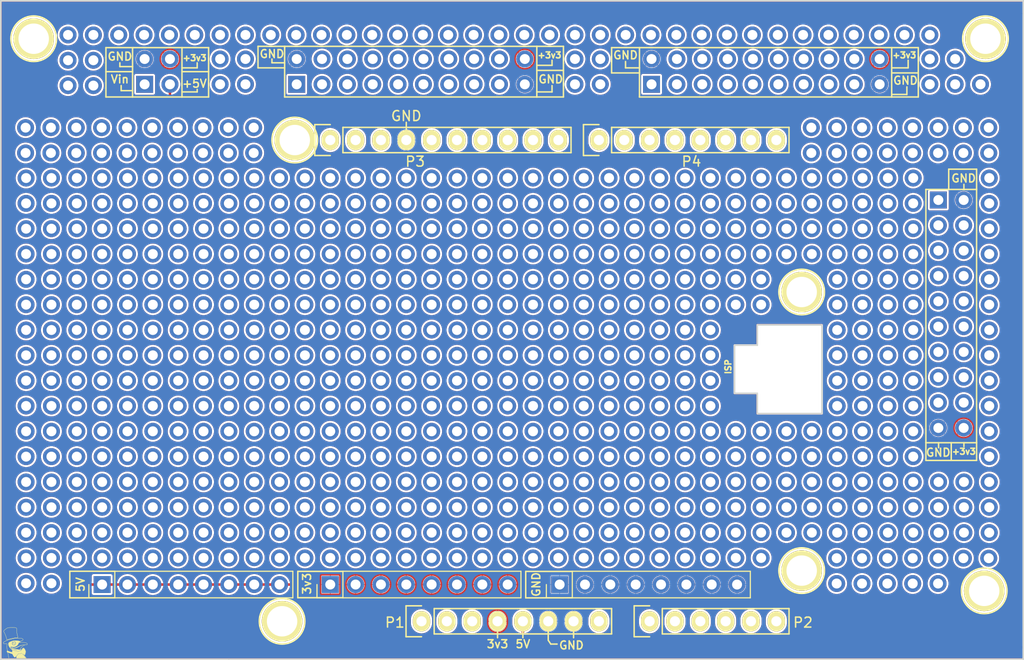
<source format=kicad_pcb>
(kicad_pcb (version 20171130) (host pcbnew 5.1.2)
  (title_block (date "lun. 30 mars 2015"))
  (layers (0 F.Cu signal hide) (31 B.Cu signal hide) (34 B.Paste user) (35 F.Paste user) (36 B.SilkS user) (37 F.SilkS user) (38 B.Mask user) (39 F.Mask user) (44 Edge.Cuts user))
  (net 0 "")
  (net 1 /IOREF)
  (net 2 /Reset)
  (net 3 +5V)
  (net 4 GND)
  (net 5 /Vin)
  (net 6 /A0)
  (net 7 /A1)
  (net 8 /A2)
  (net 9 /A3)
  (net 10 /AREF)
  (net 11 "/A4(SDA)")
  (net 12 "/A5(SCL)")
  (net 13 "/9(**)")
  (net 14 /8)
  (net 15 /7)
  (net 16 "/6(**)")
  (net 17 "/5(**)")
  (net 18 /4)
  (net 19 "/3(**)")
  (net 20 /2)
  (net 21 "/1(Tx)")
  (net 22 "/0(Rx)")
  (net 23 "Net-(P5-Pad1)")
  (net 24 "Net-(P6-Pad1)")
  (net 25 "Net-(P7-Pad1)")
  (net 26 "Net-(P8-Pad1)")
  (net 27 "/13(SCK)")
  (net 28 "/10(**/SS)")
  (net 29 "Net-(P1-Pad1)")
  (net 30 +3V3)
  (net 31 "/12(MISO)")
  (net 32 "/11(**/MOSI)")
  (net 33 "Net-(U1-PadP1)")
  (net 34 "Net-(U1-PadA18)")
  (net 35 "Net-(U1-PadA17)")
  (net 36 "Net-(U1-PadA16)")
  (net 37 "Net-(U1-PadA15)")
  (net 38 "Net-(U1-PadA14)")
  (net 39 "Net-(U1-PadA13)")
  (net 40 "Net-(U1-PadA12)")
  (net 41 "Net-(U1-PadA11)")
  (net 42 "Net-(U1-PadA10)")
  (net 43 "Net-(U1-PadA9)")
  (net 44 "Net-(U1-PadA8)")
  (net 45 "Net-(U1-PadA7)")
  (net 46 "Net-(U1-PadA6)")
  (net 47 "Net-(U1-PadA5)")
  (net 48 "Net-(U1-PadA4)")
  (net 49 "Net-(U1-PadA3)")
  (net 50 "Net-(U1-PadA1)")
  (net 51 "Net-(U1-PadB18)")
  (net 52 "Net-(U1-PadB17)")
  (net 53 "Net-(U1-PadB16)")
  (net 54 "Net-(U1-PadB15)")
  (net 55 "Net-(U1-PadB14)")
  (net 56 "Net-(U1-PadB13)")
  (net 57 "Net-(U1-PadB12)")
  (net 58 "Net-(U1-PadB11)")
  (net 59 "Net-(U1-PadB10)")
  (net 60 "Net-(U1-PadB9)")
  (net 61 "Net-(U1-PadB8)")
  (net 62 "Net-(U1-PadB7)")
  (net 63 "Net-(U1-PadB6)")
  (net 64 "Net-(U1-PadB5)")
  (net 65 "Net-(U1-PadB4)")
  (net 66 "Net-(U1-PadB3)")
  (net 67 "Net-(U1-PadB1)")
  (net 68 "Net-(U1-PadC18)")
  (net 69 "Net-(U1-PadC17)")
  (net 70 "Net-(U1-PadC16)")
  (net 71 "Net-(U1-PadC15)")
  (net 72 "Net-(U1-PadC14)")
  (net 73 "Net-(U1-PadC13)")
  (net 74 "Net-(U1-PadC12)")
  (net 75 "Net-(U1-PadC11)")
  (net 76 "Net-(U1-PadC10)")
  (net 77 "Net-(U1-PadC9)")
  (net 78 "Net-(U1-PadC8)")
  (net 79 "Net-(U1-PadC7)")
  (net 80 "Net-(U1-PadC6)")
  (net 81 "Net-(U1-PadC5)")
  (net 82 "Net-(U1-PadC4)")
  (net 83 "Net-(U1-PadC3)")
  (net 84 "Net-(U1-PadC1)")
  (module Socket_Arduino_Uno:Arduino_1pin (layer F.Cu) (at 195.326 120.777)
    (fp_text reference P7 hide)
    (fp_text value CONN_01X01 hide)
    (pad 1 thru_hole circle (at 0 0) (size 4.064 4.064) (drill 3.048) (layers *.Cu *.Mask F.SilkS))
  )
  (module Socket_Arduino_Uno:Arduino_1pin (layer F.Cu) (at 195.453 65.405)
    (fp_text reference P7 hide)
    (fp_text value CONN_01X01 hide)
    (pad 1 thru_hole circle (at 0 0) (size 4.064 4.064) (drill 3.048) (layers *.Cu *.Mask F.SilkS))
  )
  (module Socket_Arduino_Uno:Arduino_1pin (layer F.Cu) (at 100.076 65.405)
    (fp_text reference P7 hide)
    (fp_text value CONN_01X01 hide)
    (pad 1 thru_hole circle (at 0 0) (size 4.064 4.064) (drill 3.048) (layers *.Cu *.Mask F.SilkS))
  )
  (module One_Month_Footprints:XMEGA_XPLAINED_AU (layer F.Cu) (at 147.701 93.007 90)
    (fp_text reference U1)
    (fp_text value XMEGA_A1U_Xplained_Pro)
    (pad P4 thru_hole circle (at 25.57 -33.97 90) (size 1.7 1.7) (drill 1) (layers *.Cu *.Mask) (net 30 +3V3))
    (pad P3 thru_hole circle (at 23.03 -33.97 90) (size 1.7 1.7) (drill 1) (layers *.Cu *.Mask) (net 3 +5V))
    (pad P2 thru_hole circle (at 25.57 -36.51 90) (size 1.7 1.7) (drill 1) (layers *.Cu *.Mask) (net 4 GND))
    (pad P1 thru_hole rect (at 23.03 -36.51 90) (size 1.7 1.7) (drill 1) (layers *.Cu *.Mask) (net 33 "Net-(U1-PadP1)"))
    (pad A20 thru_hole circle (at 25.57 1.59 90) (size 1.7 1.7) (drill 1) (layers *.Cu *.Mask) (net 30 +3V3))
    (pad A19 thru_hole circle (at 23.03 1.59 90) (size 1.7 1.7) (drill 1) (layers *.Cu *.Mask) (net 4 GND))
    (pad A18 thru_hole circle (at 25.57 -0.95 90) (size 1.7 1.7) (drill 1) (layers *.Cu *.Mask) (net 34 "Net-(U1-PadA18)"))
    (pad A17 thru_hole circle (at 23.03 -0.95 90) (size 1.7 1.7) (drill 1) (layers *.Cu *.Mask) (net 35 "Net-(U1-PadA17)"))
    (pad A16 thru_hole circle (at 25.57 -3.49 90) (size 1.7 1.7) (drill 1) (layers *.Cu *.Mask) (net 36 "Net-(U1-PadA16)"))
    (pad A15 thru_hole circle (at 23.03 -3.49 90) (size 1.7 1.7) (drill 1) (layers *.Cu *.Mask) (net 37 "Net-(U1-PadA15)"))
    (pad A14 thru_hole circle (at 25.57 -6.03 90) (size 1.7 1.7) (drill 1) (layers *.Cu *.Mask) (net 38 "Net-(U1-PadA14)"))
    (pad A13 thru_hole circle (at 23.03 -6.03 90) (size 1.7 1.7) (drill 1) (layers *.Cu *.Mask) (net 39 "Net-(U1-PadA13)"))
    (pad A12 thru_hole circle (at 25.57 -8.57 90) (size 1.7 1.7) (drill 1) (layers *.Cu *.Mask) (net 40 "Net-(U1-PadA12)"))
    (pad A11 thru_hole circle (at 23.03 -8.57 90) (size 1.7 1.7) (drill 1) (layers *.Cu *.Mask) (net 41 "Net-(U1-PadA11)"))
    (pad A10 thru_hole circle (at 25.57 -11.11 90) (size 1.7 1.7) (drill 1) (layers *.Cu *.Mask) (net 42 "Net-(U1-PadA10)"))
    (pad A9 thru_hole circle (at 23.03 -11.11 90) (size 1.7 1.7) (drill 1) (layers *.Cu *.Mask) (net 43 "Net-(U1-PadA9)"))
    (pad A8 thru_hole circle (at 25.57 -13.65 90) (size 1.7 1.7) (drill 1) (layers *.Cu *.Mask) (net 44 "Net-(U1-PadA8)"))
    (pad A7 thru_hole circle (at 23.03 -13.65 90) (size 1.7 1.7) (drill 1) (layers *.Cu *.Mask) (net 45 "Net-(U1-PadA7)"))
    (pad A6 thru_hole circle (at 25.57 -16.19 90) (size 1.7 1.7) (drill 1) (layers *.Cu *.Mask) (net 46 "Net-(U1-PadA6)"))
    (pad A5 thru_hole circle (at 23.03 -16.19 90) (size 1.7 1.7) (drill 1) (layers *.Cu *.Mask) (net 47 "Net-(U1-PadA5)"))
    (pad A4 thru_hole circle (at 25.57 -18.73 90) (size 1.7 1.7) (drill 1) (layers *.Cu *.Mask) (net 48 "Net-(U1-PadA4)"))
    (pad A3 thru_hole circle (at 23.03 -18.73 90) (size 1.7 1.7) (drill 1) (layers *.Cu *.Mask) (net 49 "Net-(U1-PadA3)"))
    (pad A2 thru_hole circle (at 25.57 -21.27 90) (size 1.7 1.7) (drill 1) (layers *.Cu *.Mask) (net 4 GND))
    (pad A1 thru_hole rect (at 23.03 -21.27 90) (size 1.7 1.7) (drill 1) (layers *.Cu *.Mask) (net 50 "Net-(U1-PadA1)"))
    (pad B20 thru_hole circle (at 25.57 37.15 90) (size 1.7 1.7) (drill 1) (layers *.Cu *.Mask) (net 30 +3V3))
    (pad B19 thru_hole circle (at 23.03 37.15 90) (size 1.7 1.7) (drill 1) (layers *.Cu *.Mask) (net 4 GND))
    (pad B18 thru_hole circle (at 25.57 34.61 90) (size 1.7 1.7) (drill 1) (layers *.Cu *.Mask) (net 51 "Net-(U1-PadB18)"))
    (pad B17 thru_hole circle (at 23.03 34.61 90) (size 1.7 1.7) (drill 1) (layers *.Cu *.Mask) (net 52 "Net-(U1-PadB17)"))
    (pad B16 thru_hole circle (at 25.57 32.07 90) (size 1.7 1.7) (drill 1) (layers *.Cu *.Mask) (net 53 "Net-(U1-PadB16)"))
    (pad B15 thru_hole circle (at 23.03 32.07 90) (size 1.7 1.7) (drill 1) (layers *.Cu *.Mask) (net 54 "Net-(U1-PadB15)"))
    (pad B14 thru_hole circle (at 25.57 29.53 90) (size 1.7 1.7) (drill 1) (layers *.Cu *.Mask) (net 55 "Net-(U1-PadB14)"))
    (pad B13 thru_hole circle (at 23.03 29.53 90) (size 1.7 1.7) (drill 1) (layers *.Cu *.Mask) (net 56 "Net-(U1-PadB13)"))
    (pad B12 thru_hole circle (at 25.57 26.99 90) (size 1.7 1.7) (drill 1) (layers *.Cu *.Mask) (net 57 "Net-(U1-PadB12)"))
    (pad B11 thru_hole circle (at 23.03 26.99 90) (size 1.7 1.7) (drill 1) (layers *.Cu *.Mask) (net 58 "Net-(U1-PadB11)"))
    (pad B10 thru_hole circle (at 25.57 24.45 90) (size 1.7 1.7) (drill 1) (layers *.Cu *.Mask) (net 59 "Net-(U1-PadB10)"))
    (pad B9 thru_hole circle (at 23.03 24.45 90) (size 1.7 1.7) (drill 1) (layers *.Cu *.Mask) (net 60 "Net-(U1-PadB9)"))
    (pad B8 thru_hole circle (at 25.57 21.91 90) (size 1.7 1.7) (drill 1) (layers *.Cu *.Mask) (net 61 "Net-(U1-PadB8)"))
    (pad B7 thru_hole circle (at 23.03 21.91 90) (size 1.7 1.7) (drill 1) (layers *.Cu *.Mask) (net 62 "Net-(U1-PadB7)"))
    (pad B6 thru_hole circle (at 25.57 19.37 90) (size 1.7 1.7) (drill 1) (layers *.Cu *.Mask) (net 63 "Net-(U1-PadB6)"))
    (pad B5 thru_hole circle (at 23.03 19.37 90) (size 1.7 1.7) (drill 1) (layers *.Cu *.Mask) (net 64 "Net-(U1-PadB5)"))
    (pad B4 thru_hole circle (at 25.57 16.83 90) (size 1.7 1.7) (drill 1) (layers *.Cu *.Mask) (net 65 "Net-(U1-PadB4)"))
    (pad B3 thru_hole circle (at 23.03 16.83 90) (size 1.7 1.7) (drill 1) (layers *.Cu *.Mask) (net 66 "Net-(U1-PadB3)"))
    (pad B2 thru_hole circle (at 25.57 14.29 90) (size 1.7 1.7) (drill 1) (layers *.Cu *.Mask) (net 4 GND))
    (pad B1 thru_hole rect (at 23.03 14.29 90) (size 1.7 1.7) (drill 1) (layers *.Cu *.Mask) (net 67 "Net-(U1-PadB1)"))
    (pad C20 thru_hole circle (at -11.43 45.57 90) (size 1.7 1.7) (drill 1) (layers *.Cu *.Mask) (net 30 +3V3))
    (pad C19 thru_hole circle (at -11.43 43.03 90) (size 1.7 1.7) (drill 1) (layers *.Cu *.Mask) (net 4 GND))
    (pad C18 thru_hole circle (at -8.89 45.57 90) (size 1.7 1.7) (drill 1) (layers *.Cu *.Mask) (net 68 "Net-(U1-PadC18)"))
    (pad C17 thru_hole circle (at -8.89 43.03 90) (size 1.7 1.7) (drill 1) (layers *.Cu *.Mask) (net 69 "Net-(U1-PadC17)"))
    (pad C16 thru_hole circle (at -6.35 45.57 90) (size 1.7 1.7) (drill 1) (layers *.Cu *.Mask) (net 70 "Net-(U1-PadC16)"))
    (pad C15 thru_hole circle (at -6.35 43.03 90) (size 1.7 1.7) (drill 1) (layers *.Cu *.Mask) (net 71 "Net-(U1-PadC15)"))
    (pad C14 thru_hole circle (at -3.81 45.57 90) (size 1.7 1.7) (drill 1) (layers *.Cu *.Mask) (net 72 "Net-(U1-PadC14)"))
    (pad C13 thru_hole circle (at -3.81 43.03 90) (size 1.7 1.7) (drill 1) (layers *.Cu *.Mask) (net 73 "Net-(U1-PadC13)"))
    (pad C12 thru_hole circle (at -1.27 45.57 90) (size 1.7 1.7) (drill 1) (layers *.Cu *.Mask) (net 74 "Net-(U1-PadC12)"))
    (pad C11 thru_hole circle (at -1.27 43.03 90) (size 1.7 1.7) (drill 1) (layers *.Cu *.Mask) (net 75 "Net-(U1-PadC11)"))
    (pad C10 thru_hole circle (at 1.27 45.57 90) (size 1.7 1.7) (drill 1) (layers *.Cu *.Mask) (net 76 "Net-(U1-PadC10)"))
    (pad C9 thru_hole circle (at 1.27 43.03 90) (size 1.7 1.7) (drill 1) (layers *.Cu *.Mask) (net 77 "Net-(U1-PadC9)"))
    (pad C8 thru_hole circle (at 3.81 45.57 90) (size 1.7 1.7) (drill 1) (layers *.Cu *.Mask) (net 78 "Net-(U1-PadC8)"))
    (pad C7 thru_hole circle (at 3.81 43.03 90) (size 1.7 1.7) (drill 1) (layers *.Cu *.Mask) (net 79 "Net-(U1-PadC7)"))
    (pad C6 thru_hole circle (at 6.35 45.57 90) (size 1.7 1.7) (drill 1) (layers *.Cu *.Mask) (net 80 "Net-(U1-PadC6)"))
    (pad C5 thru_hole circle (at 6.35 43.03 90) (size 1.7 1.7) (drill 1) (layers *.Cu *.Mask) (net 81 "Net-(U1-PadC5)"))
    (pad C4 thru_hole circle (at 8.89 45.57 90) (size 1.7 1.7) (drill 1) (layers *.Cu *.Mask) (net 82 "Net-(U1-PadC4)"))
    (pad C3 thru_hole circle (at 8.89 43.03 90) (size 1.7 1.7) (drill 1) (layers *.Cu *.Mask) (net 83 "Net-(U1-PadC3)"))
    (pad C2 thru_hole circle (at 11.43 45.57 90) (size 1.7 1.7) (drill 1) (layers *.Cu *.Mask) (net 4 GND))
    (pad C1 thru_hole rect (at 11.43 43.03 90) (size 1.7 1.7) (drill 1) (layers *.Cu *.Mask) (net 84 "Net-(U1-PadC1)"))
    (pad "" thru_hole circle (at 27.65 47.65 90) (size 3.6 3.6) (drill 2.7) (layers *.Cu *.Mask))
    (pad "" thru_hole circle (at 27.65 -47.65 90) (size 3.6 3.6) (drill 2.7) (layers *.Cu *.Mask))
    (pad "" thru_hole circle (at -27.65 47.65 90) (size 3.6 3.6) (drill 2.7) (layers *.Cu *.Mask))
  )
  (module One_Month_Footprints:PROTO_HOLE (layer F.Cu) (at 101.854 120.015)
    (fp_text reference REF** hide)
    (fp_text value PROTO_HOLE hide)
    (pad "" thru_hole circle (at 0 0) (size 1.7 1.7) (drill 1) (layers *.Cu *.Mask))
  )
  (module One_Month_Footprints:PROTO_HOLE (layer F.Cu) (at 99.314 120.015)
    (fp_text reference REF** hide)
    (fp_text value PROTO_HOLE hide)
    (pad "" thru_hole circle (at 0 0) (size 1.7 1.7) (drill 1) (layers *.Cu *.Mask))
  )
  (module One_Month_Footprints:PROTO_HOLE (layer F.Cu) (at 101.8032 76.8604)
    (fp_text reference REF** hide)
    (fp_text value PROTO_HOLE hide)
    (pad "" thru_hole circle (at 0 0) (size 1.7 1.7) (drill 1) (layers *.Cu *.Mask))
  )
  (module One_Month_Footprints:PROTO_HOLE (layer F.Cu) (at 99.2632 74.3204)
    (fp_text reference REF** hide)
    (fp_text value PROTO_HOLE hide)
    (pad "" thru_hole circle (at 0 0) (size 1.7 1.7) (drill 1) (layers *.Cu *.Mask))
  )
  (module One_Month_Footprints:PROTO_HOLE (layer F.Cu) (at 99.2632 76.8604)
    (fp_text reference REF** hide)
    (fp_text value PROTO_HOLE hide)
    (pad "" thru_hole circle (at 0 0) (size 1.7 1.7) (drill 1) (layers *.Cu *.Mask))
  )
  (module One_Month_Footprints:PROTO_HOLE (layer F.Cu) (at 101.8032 74.3204)
    (fp_text reference REF** hide)
    (fp_text value PROTO_HOLE hide)
    (pad "" thru_hole circle (at 0 0) (size 1.7 1.7) (drill 1) (layers *.Cu *.Mask))
  )
  (module One_Month_Footprints:PROTO_HOLE (layer F.Cu) (at 111.9632 76.8604)
    (fp_text reference REF** hide)
    (fp_text value PROTO_HOLE hide)
    (pad "" thru_hole circle (at 0 0) (size 1.7 1.7) (drill 1) (layers *.Cu *.Mask))
  )
  (module One_Month_Footprints:PROTO_HOLE (layer F.Cu) (at 106.8832 74.3204)
    (fp_text reference REF** hide)
    (fp_text value PROTO_HOLE hide)
    (pad "" thru_hole circle (at 0 0) (size 1.7 1.7) (drill 1) (layers *.Cu *.Mask))
  )
  (module One_Month_Footprints:PROTO_HOLE (layer F.Cu) (at 104.3432 76.8604)
    (fp_text reference REF** hide)
    (fp_text value PROTO_HOLE hide)
    (pad "" thru_hole circle (at 0 0) (size 1.7 1.7) (drill 1) (layers *.Cu *.Mask))
  )
  (module One_Month_Footprints:PROTO_HOLE (layer F.Cu) (at 114.5032 76.8604)
    (fp_text reference REF** hide)
    (fp_text value PROTO_HOLE hide)
    (pad "" thru_hole circle (at 0 0) (size 1.7 1.7) (drill 1) (layers *.Cu *.Mask))
  )
  (module One_Month_Footprints:PROTO_HOLE (layer F.Cu) (at 109.4232 76.8604)
    (fp_text reference REF** hide)
    (fp_text value PROTO_HOLE hide)
    (pad "" thru_hole circle (at 0 0) (size 1.7 1.7) (drill 1) (layers *.Cu *.Mask))
  )
  (module One_Month_Footprints:PROTO_HOLE (layer F.Cu) (at 106.8832 76.8604)
    (fp_text reference REF** hide)
    (fp_text value PROTO_HOLE hide)
    (pad "" thru_hole circle (at 0 0) (size 1.7 1.7) (drill 1) (layers *.Cu *.Mask))
  )
  (module One_Month_Footprints:PROTO_HOLE (layer F.Cu) (at 122.1232 76.8604)
    (fp_text reference REF** hide)
    (fp_text value PROTO_HOLE hide)
    (pad "" thru_hole circle (at 0 0) (size 1.7 1.7) (drill 1) (layers *.Cu *.Mask))
  )
  (module One_Month_Footprints:PROTO_HOLE (layer F.Cu) (at 119.5832 74.3204)
    (fp_text reference REF** hide)
    (fp_text value PROTO_HOLE hide)
    (pad "" thru_hole circle (at 0 0) (size 1.7 1.7) (drill 1) (layers *.Cu *.Mask))
  )
  (module One_Month_Footprints:PROTO_HOLE (layer F.Cu) (at 111.9632 74.3204)
    (fp_text reference REF** hide)
    (fp_text value PROTO_HOLE hide)
    (pad "" thru_hole circle (at 0 0) (size 1.7 1.7) (drill 1) (layers *.Cu *.Mask))
  )
  (module One_Month_Footprints:PROTO_HOLE (layer F.Cu) (at 119.5832 76.8604)
    (fp_text reference REF** hide)
    (fp_text value PROTO_HOLE hide)
    (pad "" thru_hole circle (at 0 0) (size 1.7 1.7) (drill 1) (layers *.Cu *.Mask))
  )
  (module One_Month_Footprints:PROTO_HOLE (layer F.Cu) (at 109.4232 74.3204)
    (fp_text reference REF** hide)
    (fp_text value PROTO_HOLE hide)
    (pad "" thru_hole circle (at 0 0) (size 1.7 1.7) (drill 1) (layers *.Cu *.Mask))
  )
  (module One_Month_Footprints:PROTO_HOLE (layer F.Cu) (at 117.0432 76.8604)
    (fp_text reference REF** hide)
    (fp_text value PROTO_HOLE hide)
    (pad "" thru_hole circle (at 0 0) (size 1.7 1.7) (drill 1) (layers *.Cu *.Mask))
  )
  (module One_Month_Footprints:PROTO_HOLE (layer F.Cu) (at 117.0432 74.3204)
    (fp_text reference REF** hide)
    (fp_text value PROTO_HOLE hide)
    (pad "" thru_hole circle (at 0 0) (size 1.7 1.7) (drill 1) (layers *.Cu *.Mask))
  )
  (module One_Month_Footprints:PROTO_HOLE (layer F.Cu) (at 122.1232 74.3204)
    (fp_text reference REF** hide)
    (fp_text value PROTO_HOLE hide)
    (pad "" thru_hole circle (at 0 0) (size 1.7 1.7) (drill 1) (layers *.Cu *.Mask))
  )
  (module One_Month_Footprints:PROTO_HOLE (layer F.Cu) (at 114.5032 74.3204)
    (fp_text reference REF** hide)
    (fp_text value PROTO_HOLE hide)
    (pad "" thru_hole circle (at 0 0) (size 1.7 1.7) (drill 1) (layers *.Cu *.Mask))
  )
  (module One_Month_Footprints:PROTO_HOLE (layer F.Cu) (at 104.3432 74.3204)
    (fp_text reference REF** hide)
    (fp_text value PROTO_HOLE hide)
    (pad "" thru_hole circle (at 0 0) (size 1.7 1.7) (drill 1) (layers *.Cu *.Mask))
  )
  (module One_Month_Footprints:PROTO_HOLE (layer F.Cu) (at 122.174 117.4496)
    (fp_text reference REF** hide)
    (fp_text value PROTO_HOLE hide)
    (pad "" thru_hole circle (at 0 0) (size 1.7 1.7) (drill 1) (layers *.Cu *.Mask))
  )
  (module One_Month_Footprints:PROTO_HOLE (layer F.Cu) (at 122.174 114.9096)
    (fp_text reference REF** hide)
    (fp_text value PROTO_HOLE hide)
    (pad "" thru_hole circle (at 0 0) (size 1.7 1.7) (drill 1) (layers *.Cu *.Mask))
  )
  (module One_Month_Footprints:PROTO_HOLE (layer F.Cu) (at 119.634 117.475)
    (fp_text reference REF** hide)
    (fp_text value PROTO_HOLE hide)
    (pad "" thru_hole circle (at 0 0) (size 1.7 1.7) (drill 1) (layers *.Cu *.Mask))
  )
  (module One_Month_Footprints:PROTO_HOLE (layer F.Cu) (at 117.094 117.475)
    (fp_text reference REF** hide)
    (fp_text value PROTO_HOLE hide)
    (pad "" thru_hole circle (at 0 0) (size 1.7 1.7) (drill 1) (layers *.Cu *.Mask))
  )
  (module One_Month_Footprints:PROTO_HOLE (layer F.Cu) (at 114.554 117.475)
    (fp_text reference REF** hide)
    (fp_text value PROTO_HOLE hide)
    (pad "" thru_hole circle (at 0 0) (size 1.7 1.7) (drill 1) (layers *.Cu *.Mask))
  )
  (module One_Month_Footprints:PROTO_HOLE (layer F.Cu) (at 112.014 117.475)
    (fp_text reference REF** hide)
    (fp_text value PROTO_HOLE hide)
    (pad "" thru_hole circle (at 0 0) (size 1.7 1.7) (drill 1) (layers *.Cu *.Mask))
  )
  (module One_Month_Footprints:PROTO_HOLE (layer F.Cu) (at 109.474 117.475)
    (fp_text reference REF** hide)
    (fp_text value PROTO_HOLE hide)
    (pad "" thru_hole circle (at 0 0) (size 1.7 1.7) (drill 1) (layers *.Cu *.Mask))
  )
  (module One_Month_Footprints:PROTO_HOLE (layer F.Cu) (at 106.934 117.475)
    (fp_text reference REF** hide)
    (fp_text value PROTO_HOLE hide)
    (pad "" thru_hole circle (at 0 0) (size 1.7 1.7) (drill 1) (layers *.Cu *.Mask))
  )
  (module One_Month_Footprints:PROTO_HOLE (layer F.Cu) (at 104.394 117.475)
    (fp_text reference REF** hide)
    (fp_text value PROTO_HOLE hide)
    (pad "" thru_hole circle (at 0 0) (size 1.7 1.7) (drill 1) (layers *.Cu *.Mask))
  )
  (module One_Month_Footprints:PROTO_HOLE (layer F.Cu) (at 101.854 117.475)
    (fp_text reference REF** hide)
    (fp_text value PROTO_HOLE hide)
    (pad "" thru_hole circle (at 0 0) (size 1.7 1.7) (drill 1) (layers *.Cu *.Mask))
  )
  (module One_Month_Footprints:PROTO_HOLE (layer F.Cu) (at 99.314 117.475)
    (fp_text reference REF** hide)
    (fp_text value PROTO_HOLE hide)
    (pad "" thru_hole circle (at 0 0) (size 1.7 1.7) (drill 1) (layers *.Cu *.Mask))
  )
  (module One_Month_Footprints:PROTO_HOLE (layer F.Cu) (at 119.634 114.935)
    (fp_text reference REF** hide)
    (fp_text value PROTO_HOLE hide)
    (pad "" thru_hole circle (at 0 0) (size 1.7 1.7) (drill 1) (layers *.Cu *.Mask))
  )
  (module One_Month_Footprints:PROTO_HOLE (layer F.Cu) (at 117.094 114.935)
    (fp_text reference REF** hide)
    (fp_text value PROTO_HOLE hide)
    (pad "" thru_hole circle (at 0 0) (size 1.7 1.7) (drill 1) (layers *.Cu *.Mask))
  )
  (module One_Month_Footprints:PROTO_HOLE (layer F.Cu) (at 114.554 114.935)
    (fp_text reference REF** hide)
    (fp_text value PROTO_HOLE hide)
    (pad "" thru_hole circle (at 0 0) (size 1.7 1.7) (drill 1) (layers *.Cu *.Mask))
  )
  (module One_Month_Footprints:PROTO_HOLE (layer F.Cu) (at 112.014 114.935)
    (fp_text reference REF** hide)
    (fp_text value PROTO_HOLE hide)
    (pad "" thru_hole circle (at 0 0) (size 1.7 1.7) (drill 1) (layers *.Cu *.Mask))
  )
  (module One_Month_Footprints:PROTO_HOLE (layer F.Cu) (at 109.474 114.935)
    (fp_text reference REF** hide)
    (fp_text value PROTO_HOLE hide)
    (pad "" thru_hole circle (at 0 0) (size 1.7 1.7) (drill 1) (layers *.Cu *.Mask))
  )
  (module One_Month_Footprints:PROTO_HOLE (layer F.Cu) (at 106.934 114.935)
    (fp_text reference REF** hide)
    (fp_text value PROTO_HOLE hide)
    (pad "" thru_hole circle (at 0 0) (size 1.7 1.7) (drill 1) (layers *.Cu *.Mask))
  )
  (module One_Month_Footprints:PROTO_HOLE (layer F.Cu) (at 104.394 114.935)
    (fp_text reference REF** hide)
    (fp_text value PROTO_HOLE hide)
    (pad "" thru_hole circle (at 0 0) (size 1.7 1.7) (drill 1) (layers *.Cu *.Mask))
  )
  (module One_Month_Footprints:PROTO_HOLE (layer F.Cu) (at 101.854 114.935)
    (fp_text reference REF** hide)
    (fp_text value PROTO_HOLE hide)
    (pad "" thru_hole circle (at 0 0) (size 1.7 1.7) (drill 1) (layers *.Cu *.Mask))
  )
  (module One_Month_Footprints:PROTO_HOLE (layer F.Cu) (at 99.314 114.935)
    (fp_text reference REF** hide)
    (fp_text value PROTO_HOLE hide)
    (pad "" thru_hole circle (at 0 0) (size 1.7 1.7) (drill 1) (layers *.Cu *.Mask))
  )
  (module One_Month_Footprints:PROTO_HOLE (layer F.Cu) (at 119.634 112.395)
    (fp_text reference REF** hide)
    (fp_text value PROTO_HOLE hide)
    (pad "" thru_hole circle (at 0 0) (size 1.7 1.7) (drill 1) (layers *.Cu *.Mask))
  )
  (module One_Month_Footprints:PROTO_HOLE (layer F.Cu) (at 117.094 112.395)
    (fp_text reference REF** hide)
    (fp_text value PROTO_HOLE hide)
    (pad "" thru_hole circle (at 0 0) (size 1.7 1.7) (drill 1) (layers *.Cu *.Mask))
  )
  (module One_Month_Footprints:PROTO_HOLE (layer F.Cu) (at 114.554 112.395)
    (fp_text reference REF** hide)
    (fp_text value PROTO_HOLE hide)
    (pad "" thru_hole circle (at 0 0) (size 1.7 1.7) (drill 1) (layers *.Cu *.Mask))
  )
  (module One_Month_Footprints:PROTO_HOLE (layer F.Cu) (at 112.014 112.395)
    (fp_text reference REF** hide)
    (fp_text value PROTO_HOLE hide)
    (pad "" thru_hole circle (at 0 0) (size 1.7 1.7) (drill 1) (layers *.Cu *.Mask))
  )
  (module One_Month_Footprints:PROTO_HOLE (layer F.Cu) (at 109.474 112.395)
    (fp_text reference REF** hide)
    (fp_text value PROTO_HOLE hide)
    (pad "" thru_hole circle (at 0 0) (size 1.7 1.7) (drill 1) (layers *.Cu *.Mask))
  )
  (module One_Month_Footprints:PROTO_HOLE (layer F.Cu) (at 106.934 112.395)
    (fp_text reference REF** hide)
    (fp_text value PROTO_HOLE hide)
    (pad "" thru_hole circle (at 0 0) (size 1.7 1.7) (drill 1) (layers *.Cu *.Mask))
  )
  (module One_Month_Footprints:PROTO_HOLE (layer F.Cu) (at 104.394 112.395)
    (fp_text reference REF** hide)
    (fp_text value PROTO_HOLE hide)
    (pad "" thru_hole circle (at 0 0) (size 1.7 1.7) (drill 1) (layers *.Cu *.Mask))
  )
  (module One_Month_Footprints:PROTO_HOLE (layer F.Cu) (at 101.854 112.395)
    (fp_text reference REF** hide)
    (fp_text value PROTO_HOLE hide)
    (pad "" thru_hole circle (at 0 0) (size 1.7 1.7) (drill 1) (layers *.Cu *.Mask))
  )
  (module One_Month_Footprints:PROTO_HOLE (layer F.Cu) (at 99.314 112.395)
    (fp_text reference REF** hide)
    (fp_text value PROTO_HOLE hide)
    (pad "" thru_hole circle (at 0 0) (size 1.7 1.7) (drill 1) (layers *.Cu *.Mask))
  )
  (module One_Month_Footprints:PROTO_HOLE (layer F.Cu) (at 119.634 109.855)
    (fp_text reference REF** hide)
    (fp_text value PROTO_HOLE hide)
    (pad "" thru_hole circle (at 0 0) (size 1.7 1.7) (drill 1) (layers *.Cu *.Mask))
  )
  (module One_Month_Footprints:PROTO_HOLE (layer F.Cu) (at 117.094 109.855)
    (fp_text reference REF** hide)
    (fp_text value PROTO_HOLE hide)
    (pad "" thru_hole circle (at 0 0) (size 1.7 1.7) (drill 1) (layers *.Cu *.Mask))
  )
  (module One_Month_Footprints:PROTO_HOLE (layer F.Cu) (at 114.554 109.855)
    (fp_text reference REF** hide)
    (fp_text value PROTO_HOLE hide)
    (pad "" thru_hole circle (at 0 0) (size 1.7 1.7) (drill 1) (layers *.Cu *.Mask))
  )
  (module One_Month_Footprints:PROTO_HOLE (layer F.Cu) (at 112.014 109.855)
    (fp_text reference REF** hide)
    (fp_text value PROTO_HOLE hide)
    (pad "" thru_hole circle (at 0 0) (size 1.7 1.7) (drill 1) (layers *.Cu *.Mask))
  )
  (module One_Month_Footprints:PROTO_HOLE (layer F.Cu) (at 109.474 109.855)
    (fp_text reference REF** hide)
    (fp_text value PROTO_HOLE hide)
    (pad "" thru_hole circle (at 0 0) (size 1.7 1.7) (drill 1) (layers *.Cu *.Mask))
  )
  (module One_Month_Footprints:PROTO_HOLE (layer F.Cu) (at 106.934 109.855)
    (fp_text reference REF** hide)
    (fp_text value PROTO_HOLE hide)
    (pad "" thru_hole circle (at 0 0) (size 1.7 1.7) (drill 1) (layers *.Cu *.Mask))
  )
  (module One_Month_Footprints:PROTO_HOLE (layer F.Cu) (at 104.394 109.855)
    (fp_text reference REF** hide)
    (fp_text value PROTO_HOLE hide)
    (pad "" thru_hole circle (at 0 0) (size 1.7 1.7) (drill 1) (layers *.Cu *.Mask))
  )
  (module One_Month_Footprints:PROTO_HOLE (layer F.Cu) (at 101.854 109.855)
    (fp_text reference REF** hide)
    (fp_text value PROTO_HOLE hide)
    (pad "" thru_hole circle (at 0 0) (size 1.7 1.7) (drill 1) (layers *.Cu *.Mask))
  )
  (module One_Month_Footprints:PROTO_HOLE (layer F.Cu) (at 99.314 109.855)
    (fp_text reference REF** hide)
    (fp_text value PROTO_HOLE hide)
    (pad "" thru_hole circle (at 0 0) (size 1.7 1.7) (drill 1) (layers *.Cu *.Mask))
  )
  (module One_Month_Footprints:PROTO_HOLE (layer F.Cu) (at 119.634 107.315)
    (fp_text reference REF** hide)
    (fp_text value PROTO_HOLE hide)
    (pad "" thru_hole circle (at 0 0) (size 1.7 1.7) (drill 1) (layers *.Cu *.Mask))
  )
  (module One_Month_Footprints:PROTO_HOLE (layer F.Cu) (at 117.094 107.315)
    (fp_text reference REF** hide)
    (fp_text value PROTO_HOLE hide)
    (pad "" thru_hole circle (at 0 0) (size 1.7 1.7) (drill 1) (layers *.Cu *.Mask))
  )
  (module One_Month_Footprints:PROTO_HOLE (layer F.Cu) (at 114.554 107.315)
    (fp_text reference REF** hide)
    (fp_text value PROTO_HOLE hide)
    (pad "" thru_hole circle (at 0 0) (size 1.7 1.7) (drill 1) (layers *.Cu *.Mask))
  )
  (module One_Month_Footprints:PROTO_HOLE (layer F.Cu) (at 112.014 107.315)
    (fp_text reference REF** hide)
    (fp_text value PROTO_HOLE hide)
    (pad "" thru_hole circle (at 0 0) (size 1.7 1.7) (drill 1) (layers *.Cu *.Mask))
  )
  (module One_Month_Footprints:PROTO_HOLE (layer F.Cu) (at 109.474 107.315)
    (fp_text reference REF** hide)
    (fp_text value PROTO_HOLE hide)
    (pad "" thru_hole circle (at 0 0) (size 1.7 1.7) (drill 1) (layers *.Cu *.Mask))
  )
  (module One_Month_Footprints:PROTO_HOLE (layer F.Cu) (at 106.934 107.315)
    (fp_text reference REF** hide)
    (fp_text value PROTO_HOLE hide)
    (pad "" thru_hole circle (at 0 0) (size 1.7 1.7) (drill 1) (layers *.Cu *.Mask))
  )
  (module One_Month_Footprints:PROTO_HOLE (layer F.Cu) (at 104.394 107.315)
    (fp_text reference REF** hide)
    (fp_text value PROTO_HOLE hide)
    (pad "" thru_hole circle (at 0 0) (size 1.7 1.7) (drill 1) (layers *.Cu *.Mask))
  )
  (module One_Month_Footprints:PROTO_HOLE (layer F.Cu) (at 101.854 107.315)
    (fp_text reference REF** hide)
    (fp_text value PROTO_HOLE hide)
    (pad "" thru_hole circle (at 0 0) (size 1.7 1.7) (drill 1) (layers *.Cu *.Mask))
  )
  (module One_Month_Footprints:PROTO_HOLE (layer F.Cu) (at 99.314 107.315)
    (fp_text reference REF** hide)
    (fp_text value PROTO_HOLE hide)
    (pad "" thru_hole circle (at 0 0) (size 1.7 1.7) (drill 1) (layers *.Cu *.Mask))
  )
  (module One_Month_Footprints:PROTO_HOLE (layer F.Cu) (at 119.634 104.775)
    (fp_text reference REF** hide)
    (fp_text value PROTO_HOLE hide)
    (pad "" thru_hole circle (at 0 0) (size 1.7 1.7) (drill 1) (layers *.Cu *.Mask))
  )
  (module One_Month_Footprints:PROTO_HOLE (layer F.Cu) (at 117.094 104.775)
    (fp_text reference REF** hide)
    (fp_text value PROTO_HOLE hide)
    (pad "" thru_hole circle (at 0 0) (size 1.7 1.7) (drill 1) (layers *.Cu *.Mask))
  )
  (module One_Month_Footprints:PROTO_HOLE (layer F.Cu) (at 114.554 104.775)
    (fp_text reference REF** hide)
    (fp_text value PROTO_HOLE hide)
    (pad "" thru_hole circle (at 0 0) (size 1.7 1.7) (drill 1) (layers *.Cu *.Mask))
  )
  (module One_Month_Footprints:PROTO_HOLE (layer F.Cu) (at 112.014 104.775)
    (fp_text reference REF** hide)
    (fp_text value PROTO_HOLE hide)
    (pad "" thru_hole circle (at 0 0) (size 1.7 1.7) (drill 1) (layers *.Cu *.Mask))
  )
  (module One_Month_Footprints:PROTO_HOLE (layer F.Cu) (at 109.474 104.775)
    (fp_text reference REF** hide)
    (fp_text value PROTO_HOLE hide)
    (pad "" thru_hole circle (at 0 0) (size 1.7 1.7) (drill 1) (layers *.Cu *.Mask))
  )
  (module One_Month_Footprints:PROTO_HOLE (layer F.Cu) (at 106.934 104.775)
    (fp_text reference REF** hide)
    (fp_text value PROTO_HOLE hide)
    (pad "" thru_hole circle (at 0 0) (size 1.7 1.7) (drill 1) (layers *.Cu *.Mask))
  )
  (module One_Month_Footprints:PROTO_HOLE (layer F.Cu) (at 104.394 104.775)
    (fp_text reference REF** hide)
    (fp_text value PROTO_HOLE hide)
    (pad "" thru_hole circle (at 0 0) (size 1.7 1.7) (drill 1) (layers *.Cu *.Mask))
  )
  (module One_Month_Footprints:PROTO_HOLE (layer F.Cu) (at 101.854 104.775)
    (fp_text reference REF** hide)
    (fp_text value PROTO_HOLE hide)
    (pad "" thru_hole circle (at 0 0) (size 1.7 1.7) (drill 1) (layers *.Cu *.Mask))
  )
  (module One_Month_Footprints:PROTO_HOLE (layer F.Cu) (at 99.314 104.775)
    (fp_text reference REF** hide)
    (fp_text value PROTO_HOLE hide)
    (pad "" thru_hole circle (at 0 0) (size 1.7 1.7) (drill 1) (layers *.Cu *.Mask))
  )
  (module One_Month_Footprints:PROTO_HOLE (layer F.Cu) (at 119.634 102.235)
    (fp_text reference REF** hide)
    (fp_text value PROTO_HOLE hide)
    (pad "" thru_hole circle (at 0 0) (size 1.7 1.7) (drill 1) (layers *.Cu *.Mask))
  )
  (module One_Month_Footprints:PROTO_HOLE (layer F.Cu) (at 117.094 102.235)
    (fp_text reference REF** hide)
    (fp_text value PROTO_HOLE hide)
    (pad "" thru_hole circle (at 0 0) (size 1.7 1.7) (drill 1) (layers *.Cu *.Mask))
  )
  (module One_Month_Footprints:PROTO_HOLE (layer F.Cu) (at 114.554 102.235)
    (fp_text reference REF** hide)
    (fp_text value PROTO_HOLE hide)
    (pad "" thru_hole circle (at 0 0) (size 1.7 1.7) (drill 1) (layers *.Cu *.Mask))
  )
  (module One_Month_Footprints:PROTO_HOLE (layer F.Cu) (at 112.014 102.235)
    (fp_text reference REF** hide)
    (fp_text value PROTO_HOLE hide)
    (pad "" thru_hole circle (at 0 0) (size 1.7 1.7) (drill 1) (layers *.Cu *.Mask))
  )
  (module One_Month_Footprints:PROTO_HOLE (layer F.Cu) (at 109.474 102.235)
    (fp_text reference REF** hide)
    (fp_text value PROTO_HOLE hide)
    (pad "" thru_hole circle (at 0 0) (size 1.7 1.7) (drill 1) (layers *.Cu *.Mask))
  )
  (module One_Month_Footprints:PROTO_HOLE (layer F.Cu) (at 106.934 102.235)
    (fp_text reference REF** hide)
    (fp_text value PROTO_HOLE hide)
    (pad "" thru_hole circle (at 0 0) (size 1.7 1.7) (drill 1) (layers *.Cu *.Mask))
  )
  (module One_Month_Footprints:PROTO_HOLE (layer F.Cu) (at 104.394 102.235)
    (fp_text reference REF** hide)
    (fp_text value PROTO_HOLE hide)
    (pad "" thru_hole circle (at 0 0) (size 1.7 1.7) (drill 1) (layers *.Cu *.Mask))
  )
  (module One_Month_Footprints:PROTO_HOLE (layer F.Cu) (at 101.854 102.235)
    (fp_text reference REF** hide)
    (fp_text value PROTO_HOLE hide)
    (pad "" thru_hole circle (at 0 0) (size 1.7 1.7) (drill 1) (layers *.Cu *.Mask))
  )
  (module One_Month_Footprints:PROTO_HOLE (layer F.Cu) (at 99.314 102.235)
    (fp_text reference REF** hide)
    (fp_text value PROTO_HOLE hide)
    (pad "" thru_hole circle (at 0 0) (size 1.7 1.7) (drill 1) (layers *.Cu *.Mask))
  )
  (module One_Month_Footprints:PROTO_HOLE (layer F.Cu) (at 119.634 99.695)
    (fp_text reference REF** hide)
    (fp_text value PROTO_HOLE hide)
    (pad "" thru_hole circle (at 0 0) (size 1.7 1.7) (drill 1) (layers *.Cu *.Mask))
  )
  (module One_Month_Footprints:PROTO_HOLE (layer F.Cu) (at 117.094 99.695)
    (fp_text reference REF** hide)
    (fp_text value PROTO_HOLE hide)
    (pad "" thru_hole circle (at 0 0) (size 1.7 1.7) (drill 1) (layers *.Cu *.Mask))
  )
  (module One_Month_Footprints:PROTO_HOLE (layer F.Cu) (at 114.554 99.695)
    (fp_text reference REF** hide)
    (fp_text value PROTO_HOLE hide)
    (pad "" thru_hole circle (at 0 0) (size 1.7 1.7) (drill 1) (layers *.Cu *.Mask))
  )
  (module One_Month_Footprints:PROTO_HOLE (layer F.Cu) (at 112.014 99.695)
    (fp_text reference REF** hide)
    (fp_text value PROTO_HOLE hide)
    (pad "" thru_hole circle (at 0 0) (size 1.7 1.7) (drill 1) (layers *.Cu *.Mask))
  )
  (module One_Month_Footprints:PROTO_HOLE (layer F.Cu) (at 109.474 99.695)
    (fp_text reference REF** hide)
    (fp_text value PROTO_HOLE hide)
    (pad "" thru_hole circle (at 0 0) (size 1.7 1.7) (drill 1) (layers *.Cu *.Mask))
  )
  (module One_Month_Footprints:PROTO_HOLE (layer F.Cu) (at 106.934 99.695)
    (fp_text reference REF** hide)
    (fp_text value PROTO_HOLE hide)
    (pad "" thru_hole circle (at 0 0) (size 1.7 1.7) (drill 1) (layers *.Cu *.Mask))
  )
  (module One_Month_Footprints:PROTO_HOLE (layer F.Cu) (at 104.394 99.695)
    (fp_text reference REF** hide)
    (fp_text value PROTO_HOLE hide)
    (pad "" thru_hole circle (at 0 0) (size 1.7 1.7) (drill 1) (layers *.Cu *.Mask))
  )
  (module One_Month_Footprints:PROTO_HOLE (layer F.Cu) (at 101.854 99.695)
    (fp_text reference REF** hide)
    (fp_text value PROTO_HOLE hide)
    (pad "" thru_hole circle (at 0 0) (size 1.7 1.7) (drill 1) (layers *.Cu *.Mask))
  )
  (module One_Month_Footprints:PROTO_HOLE (layer F.Cu) (at 99.314 99.695)
    (fp_text reference REF** hide)
    (fp_text value PROTO_HOLE hide)
    (pad "" thru_hole circle (at 0 0) (size 1.7 1.7) (drill 1) (layers *.Cu *.Mask))
  )
  (module One_Month_Footprints:PROTO_HOLE (layer F.Cu) (at 119.634 97.155)
    (fp_text reference REF** hide)
    (fp_text value PROTO_HOLE hide)
    (pad "" thru_hole circle (at 0 0) (size 1.7 1.7) (drill 1) (layers *.Cu *.Mask))
  )
  (module One_Month_Footprints:PROTO_HOLE (layer F.Cu) (at 117.094 97.155)
    (fp_text reference REF** hide)
    (fp_text value PROTO_HOLE hide)
    (pad "" thru_hole circle (at 0 0) (size 1.7 1.7) (drill 1) (layers *.Cu *.Mask))
  )
  (module One_Month_Footprints:PROTO_HOLE (layer F.Cu) (at 114.554 97.155)
    (fp_text reference REF** hide)
    (fp_text value PROTO_HOLE hide)
    (pad "" thru_hole circle (at 0 0) (size 1.7 1.7) (drill 1) (layers *.Cu *.Mask))
  )
  (module One_Month_Footprints:PROTO_HOLE (layer F.Cu) (at 112.014 97.155)
    (fp_text reference REF** hide)
    (fp_text value PROTO_HOLE hide)
    (pad "" thru_hole circle (at 0 0) (size 1.7 1.7) (drill 1) (layers *.Cu *.Mask))
  )
  (module One_Month_Footprints:PROTO_HOLE (layer F.Cu) (at 109.474 97.155)
    (fp_text reference REF** hide)
    (fp_text value PROTO_HOLE hide)
    (pad "" thru_hole circle (at 0 0) (size 1.7 1.7) (drill 1) (layers *.Cu *.Mask))
  )
  (module One_Month_Footprints:PROTO_HOLE (layer F.Cu) (at 106.934 97.155)
    (fp_text reference REF** hide)
    (fp_text value PROTO_HOLE hide)
    (pad "" thru_hole circle (at 0 0) (size 1.7 1.7) (drill 1) (layers *.Cu *.Mask))
  )
  (module One_Month_Footprints:PROTO_HOLE (layer F.Cu) (at 104.394 97.155)
    (fp_text reference REF** hide)
    (fp_text value PROTO_HOLE hide)
    (pad "" thru_hole circle (at 0 0) (size 1.7 1.7) (drill 1) (layers *.Cu *.Mask))
  )
  (module One_Month_Footprints:PROTO_HOLE (layer F.Cu) (at 101.854 97.155)
    (fp_text reference REF** hide)
    (fp_text value PROTO_HOLE hide)
    (pad "" thru_hole circle (at 0 0) (size 1.7 1.7) (drill 1) (layers *.Cu *.Mask))
  )
  (module One_Month_Footprints:PROTO_HOLE (layer F.Cu) (at 99.314 97.155)
    (fp_text reference REF** hide)
    (fp_text value PROTO_HOLE hide)
    (pad "" thru_hole circle (at 0 0) (size 1.7 1.7) (drill 1) (layers *.Cu *.Mask))
  )
  (module One_Month_Footprints:PROTO_HOLE (layer F.Cu) (at 119.634 94.615)
    (fp_text reference REF** hide)
    (fp_text value PROTO_HOLE hide)
    (pad "" thru_hole circle (at 0 0) (size 1.7 1.7) (drill 1) (layers *.Cu *.Mask))
  )
  (module One_Month_Footprints:PROTO_HOLE (layer F.Cu) (at 117.094 94.615)
    (fp_text reference REF** hide)
    (fp_text value PROTO_HOLE hide)
    (pad "" thru_hole circle (at 0 0) (size 1.7 1.7) (drill 1) (layers *.Cu *.Mask))
  )
  (module One_Month_Footprints:PROTO_HOLE (layer F.Cu) (at 114.554 94.615)
    (fp_text reference REF** hide)
    (fp_text value PROTO_HOLE hide)
    (pad "" thru_hole circle (at 0 0) (size 1.7 1.7) (drill 1) (layers *.Cu *.Mask))
  )
  (module One_Month_Footprints:PROTO_HOLE (layer F.Cu) (at 112.014 94.615)
    (fp_text reference REF** hide)
    (fp_text value PROTO_HOLE hide)
    (pad "" thru_hole circle (at 0 0) (size 1.7 1.7) (drill 1) (layers *.Cu *.Mask))
  )
  (module One_Month_Footprints:PROTO_HOLE (layer F.Cu) (at 109.474 94.615)
    (fp_text reference REF** hide)
    (fp_text value PROTO_HOLE hide)
    (pad "" thru_hole circle (at 0 0) (size 1.7 1.7) (drill 1) (layers *.Cu *.Mask))
  )
  (module One_Month_Footprints:PROTO_HOLE (layer F.Cu) (at 106.934 94.615)
    (fp_text reference REF** hide)
    (fp_text value PROTO_HOLE hide)
    (pad "" thru_hole circle (at 0 0) (size 1.7 1.7) (drill 1) (layers *.Cu *.Mask))
  )
  (module One_Month_Footprints:PROTO_HOLE (layer F.Cu) (at 104.394 94.615)
    (fp_text reference REF** hide)
    (fp_text value PROTO_HOLE hide)
    (pad "" thru_hole circle (at 0 0) (size 1.7 1.7) (drill 1) (layers *.Cu *.Mask))
  )
  (module One_Month_Footprints:PROTO_HOLE (layer F.Cu) (at 101.854 94.615)
    (fp_text reference REF** hide)
    (fp_text value PROTO_HOLE hide)
    (pad "" thru_hole circle (at 0 0) (size 1.7 1.7) (drill 1) (layers *.Cu *.Mask))
  )
  (module One_Month_Footprints:PROTO_HOLE (layer F.Cu) (at 99.314 94.615)
    (fp_text reference REF** hide)
    (fp_text value PROTO_HOLE hide)
    (pad "" thru_hole circle (at 0 0) (size 1.7 1.7) (drill 1) (layers *.Cu *.Mask))
  )
  (module One_Month_Footprints:PROTO_HOLE (layer F.Cu) (at 119.634 92.075)
    (fp_text reference REF** hide)
    (fp_text value PROTO_HOLE hide)
    (pad "" thru_hole circle (at 0 0) (size 1.7 1.7) (drill 1) (layers *.Cu *.Mask))
  )
  (module One_Month_Footprints:PROTO_HOLE (layer F.Cu) (at 117.094 92.075)
    (fp_text reference REF** hide)
    (fp_text value PROTO_HOLE hide)
    (pad "" thru_hole circle (at 0 0) (size 1.7 1.7) (drill 1) (layers *.Cu *.Mask))
  )
  (module One_Month_Footprints:PROTO_HOLE (layer F.Cu) (at 114.554 92.075)
    (fp_text reference REF** hide)
    (fp_text value PROTO_HOLE hide)
    (pad "" thru_hole circle (at 0 0) (size 1.7 1.7) (drill 1) (layers *.Cu *.Mask))
  )
  (module One_Month_Footprints:PROTO_HOLE (layer F.Cu) (at 112.014 92.075)
    (fp_text reference REF** hide)
    (fp_text value PROTO_HOLE hide)
    (pad "" thru_hole circle (at 0 0) (size 1.7 1.7) (drill 1) (layers *.Cu *.Mask))
  )
  (module One_Month_Footprints:PROTO_HOLE (layer F.Cu) (at 109.474 92.075)
    (fp_text reference REF** hide)
    (fp_text value PROTO_HOLE hide)
    (pad "" thru_hole circle (at 0 0) (size 1.7 1.7) (drill 1) (layers *.Cu *.Mask))
  )
  (module One_Month_Footprints:PROTO_HOLE (layer F.Cu) (at 106.934 92.075)
    (fp_text reference REF** hide)
    (fp_text value PROTO_HOLE hide)
    (pad "" thru_hole circle (at 0 0) (size 1.7 1.7) (drill 1) (layers *.Cu *.Mask))
  )
  (module One_Month_Footprints:PROTO_HOLE (layer F.Cu) (at 104.394 92.075)
    (fp_text reference REF** hide)
    (fp_text value PROTO_HOLE hide)
    (pad "" thru_hole circle (at 0 0) (size 1.7 1.7) (drill 1) (layers *.Cu *.Mask))
  )
  (module One_Month_Footprints:PROTO_HOLE (layer F.Cu) (at 101.854 92.075)
    (fp_text reference REF** hide)
    (fp_text value PROTO_HOLE hide)
    (pad "" thru_hole circle (at 0 0) (size 1.7 1.7) (drill 1) (layers *.Cu *.Mask))
  )
  (module One_Month_Footprints:PROTO_HOLE (layer F.Cu) (at 99.314 92.075)
    (fp_text reference REF** hide)
    (fp_text value PROTO_HOLE hide)
    (pad "" thru_hole circle (at 0 0) (size 1.7 1.7) (drill 1) (layers *.Cu *.Mask))
  )
  (module One_Month_Footprints:PROTO_HOLE (layer F.Cu) (at 119.634 89.535)
    (fp_text reference REF** hide)
    (fp_text value PROTO_HOLE hide)
    (pad "" thru_hole circle (at 0 0) (size 1.7 1.7) (drill 1) (layers *.Cu *.Mask))
  )
  (module One_Month_Footprints:PROTO_HOLE (layer F.Cu) (at 117.094 89.535)
    (fp_text reference REF** hide)
    (fp_text value PROTO_HOLE hide)
    (pad "" thru_hole circle (at 0 0) (size 1.7 1.7) (drill 1) (layers *.Cu *.Mask))
  )
  (module One_Month_Footprints:PROTO_HOLE (layer F.Cu) (at 114.554 89.535)
    (fp_text reference REF** hide)
    (fp_text value PROTO_HOLE hide)
    (pad "" thru_hole circle (at 0 0) (size 1.7 1.7) (drill 1) (layers *.Cu *.Mask))
  )
  (module One_Month_Footprints:PROTO_HOLE (layer F.Cu) (at 112.014 89.535)
    (fp_text reference REF** hide)
    (fp_text value PROTO_HOLE hide)
    (pad "" thru_hole circle (at 0 0) (size 1.7 1.7) (drill 1) (layers *.Cu *.Mask))
  )
  (module One_Month_Footprints:PROTO_HOLE (layer F.Cu) (at 109.474 89.535)
    (fp_text reference REF** hide)
    (fp_text value PROTO_HOLE hide)
    (pad "" thru_hole circle (at 0 0) (size 1.7 1.7) (drill 1) (layers *.Cu *.Mask))
  )
  (module One_Month_Footprints:PROTO_HOLE (layer F.Cu) (at 106.934 89.535)
    (fp_text reference REF** hide)
    (fp_text value PROTO_HOLE hide)
    (pad "" thru_hole circle (at 0 0) (size 1.7 1.7) (drill 1) (layers *.Cu *.Mask))
  )
  (module One_Month_Footprints:PROTO_HOLE (layer F.Cu) (at 104.394 89.535)
    (fp_text reference REF** hide)
    (fp_text value PROTO_HOLE hide)
    (pad "" thru_hole circle (at 0 0) (size 1.7 1.7) (drill 1) (layers *.Cu *.Mask))
  )
  (module One_Month_Footprints:PROTO_HOLE (layer F.Cu) (at 101.854 89.535)
    (fp_text reference REF** hide)
    (fp_text value PROTO_HOLE hide)
    (pad "" thru_hole circle (at 0 0) (size 1.7 1.7) (drill 1) (layers *.Cu *.Mask))
  )
  (module One_Month_Footprints:PROTO_HOLE (layer F.Cu) (at 99.314 89.535)
    (fp_text reference REF** hide)
    (fp_text value PROTO_HOLE hide)
    (pad "" thru_hole circle (at 0 0) (size 1.7 1.7) (drill 1) (layers *.Cu *.Mask))
  )
  (module One_Month_Footprints:PROTO_HOLE (layer F.Cu) (at 119.634 86.995)
    (fp_text reference REF** hide)
    (fp_text value PROTO_HOLE hide)
    (pad "" thru_hole circle (at 0 0) (size 1.7 1.7) (drill 1) (layers *.Cu *.Mask))
  )
  (module One_Month_Footprints:PROTO_HOLE (layer F.Cu) (at 117.094 86.995)
    (fp_text reference REF** hide)
    (fp_text value PROTO_HOLE hide)
    (pad "" thru_hole circle (at 0 0) (size 1.7 1.7) (drill 1) (layers *.Cu *.Mask))
  )
  (module One_Month_Footprints:PROTO_HOLE (layer F.Cu) (at 114.554 86.995)
    (fp_text reference REF** hide)
    (fp_text value PROTO_HOLE hide)
    (pad "" thru_hole circle (at 0 0) (size 1.7 1.7) (drill 1) (layers *.Cu *.Mask))
  )
  (module One_Month_Footprints:PROTO_HOLE (layer F.Cu) (at 112.014 86.995)
    (fp_text reference REF** hide)
    (fp_text value PROTO_HOLE hide)
    (pad "" thru_hole circle (at 0 0) (size 1.7 1.7) (drill 1) (layers *.Cu *.Mask))
  )
  (module One_Month_Footprints:PROTO_HOLE (layer F.Cu) (at 109.474 86.995)
    (fp_text reference REF** hide)
    (fp_text value PROTO_HOLE hide)
    (pad "" thru_hole circle (at 0 0) (size 1.7 1.7) (drill 1) (layers *.Cu *.Mask))
  )
  (module One_Month_Footprints:PROTO_HOLE (layer F.Cu) (at 106.934 86.995)
    (fp_text reference REF** hide)
    (fp_text value PROTO_HOLE hide)
    (pad "" thru_hole circle (at 0 0) (size 1.7 1.7) (drill 1) (layers *.Cu *.Mask))
  )
  (module One_Month_Footprints:PROTO_HOLE (layer F.Cu) (at 104.394 86.995)
    (fp_text reference REF** hide)
    (fp_text value PROTO_HOLE hide)
    (pad "" thru_hole circle (at 0 0) (size 1.7 1.7) (drill 1) (layers *.Cu *.Mask))
  )
  (module One_Month_Footprints:PROTO_HOLE (layer F.Cu) (at 101.854 86.995)
    (fp_text reference REF** hide)
    (fp_text value PROTO_HOLE hide)
    (pad "" thru_hole circle (at 0 0) (size 1.7 1.7) (drill 1) (layers *.Cu *.Mask))
  )
  (module One_Month_Footprints:PROTO_HOLE (layer F.Cu) (at 99.314 86.995)
    (fp_text reference REF** hide)
    (fp_text value PROTO_HOLE hide)
    (pad "" thru_hole circle (at 0 0) (size 1.7 1.7) (drill 1) (layers *.Cu *.Mask))
  )
  (module One_Month_Footprints:PROTO_HOLE (layer F.Cu) (at 119.634 84.455)
    (fp_text reference REF** hide)
    (fp_text value PROTO_HOLE hide)
    (pad "" thru_hole circle (at 0 0) (size 1.7 1.7) (drill 1) (layers *.Cu *.Mask))
  )
  (module One_Month_Footprints:PROTO_HOLE (layer F.Cu) (at 117.094 84.455)
    (fp_text reference REF** hide)
    (fp_text value PROTO_HOLE hide)
    (pad "" thru_hole circle (at 0 0) (size 1.7 1.7) (drill 1) (layers *.Cu *.Mask))
  )
  (module One_Month_Footprints:PROTO_HOLE (layer F.Cu) (at 114.554 84.455)
    (fp_text reference REF** hide)
    (fp_text value PROTO_HOLE hide)
    (pad "" thru_hole circle (at 0 0) (size 1.7 1.7) (drill 1) (layers *.Cu *.Mask))
  )
  (module One_Month_Footprints:PROTO_HOLE (layer F.Cu) (at 112.014 84.455)
    (fp_text reference REF** hide)
    (fp_text value PROTO_HOLE hide)
    (pad "" thru_hole circle (at 0 0) (size 1.7 1.7) (drill 1) (layers *.Cu *.Mask))
  )
  (module One_Month_Footprints:PROTO_HOLE (layer F.Cu) (at 109.474 84.455)
    (fp_text reference REF** hide)
    (fp_text value PROTO_HOLE hide)
    (pad "" thru_hole circle (at 0 0) (size 1.7 1.7) (drill 1) (layers *.Cu *.Mask))
  )
  (module One_Month_Footprints:PROTO_HOLE (layer F.Cu) (at 106.934 84.455)
    (fp_text reference REF** hide)
    (fp_text value PROTO_HOLE hide)
    (pad "" thru_hole circle (at 0 0) (size 1.7 1.7) (drill 1) (layers *.Cu *.Mask))
  )
  (module One_Month_Footprints:PROTO_HOLE (layer F.Cu) (at 104.394 84.455)
    (fp_text reference REF** hide)
    (fp_text value PROTO_HOLE hide)
    (pad "" thru_hole circle (at 0 0) (size 1.7 1.7) (drill 1) (layers *.Cu *.Mask))
  )
  (module One_Month_Footprints:PROTO_HOLE (layer F.Cu) (at 101.854 84.455)
    (fp_text reference REF** hide)
    (fp_text value PROTO_HOLE hide)
    (pad "" thru_hole circle (at 0 0) (size 1.7 1.7) (drill 1) (layers *.Cu *.Mask))
  )
  (module One_Month_Footprints:PROTO_HOLE (layer F.Cu) (at 99.314 84.455)
    (fp_text reference REF** hide)
    (fp_text value PROTO_HOLE hide)
    (pad "" thru_hole circle (at 0 0) (size 1.7 1.7) (drill 1) (layers *.Cu *.Mask))
  )
  (module One_Month_Footprints:PROTO_HOLE (layer F.Cu) (at 119.634 81.915)
    (fp_text reference REF** hide)
    (fp_text value PROTO_HOLE hide)
    (pad "" thru_hole circle (at 0 0) (size 1.7 1.7) (drill 1) (layers *.Cu *.Mask))
  )
  (module One_Month_Footprints:PROTO_HOLE (layer F.Cu) (at 117.094 81.915)
    (fp_text reference REF** hide)
    (fp_text value PROTO_HOLE hide)
    (pad "" thru_hole circle (at 0 0) (size 1.7 1.7) (drill 1) (layers *.Cu *.Mask))
  )
  (module One_Month_Footprints:PROTO_HOLE (layer F.Cu) (at 114.554 81.915)
    (fp_text reference REF** hide)
    (fp_text value PROTO_HOLE hide)
    (pad "" thru_hole circle (at 0 0) (size 1.7 1.7) (drill 1) (layers *.Cu *.Mask))
  )
  (module One_Month_Footprints:PROTO_HOLE (layer F.Cu) (at 112.014 81.915)
    (fp_text reference REF** hide)
    (fp_text value PROTO_HOLE hide)
    (pad "" thru_hole circle (at 0 0) (size 1.7 1.7) (drill 1) (layers *.Cu *.Mask))
  )
  (module One_Month_Footprints:PROTO_HOLE (layer F.Cu) (at 109.474 81.915)
    (fp_text reference REF** hide)
    (fp_text value PROTO_HOLE hide)
    (pad "" thru_hole circle (at 0 0) (size 1.7 1.7) (drill 1) (layers *.Cu *.Mask))
  )
  (module One_Month_Footprints:PROTO_HOLE (layer F.Cu) (at 106.934 81.915)
    (fp_text reference REF** hide)
    (fp_text value PROTO_HOLE hide)
    (pad "" thru_hole circle (at 0 0) (size 1.7 1.7) (drill 1) (layers *.Cu *.Mask))
  )
  (module One_Month_Footprints:PROTO_HOLE (layer F.Cu) (at 104.394 81.915)
    (fp_text reference REF** hide)
    (fp_text value PROTO_HOLE hide)
    (pad "" thru_hole circle (at 0 0) (size 1.7 1.7) (drill 1) (layers *.Cu *.Mask))
  )
  (module One_Month_Footprints:PROTO_HOLE (layer F.Cu) (at 101.854 81.915)
    (fp_text reference REF** hide)
    (fp_text value PROTO_HOLE hide)
    (pad "" thru_hole circle (at 0 0) (size 1.7 1.7) (drill 1) (layers *.Cu *.Mask))
  )
  (module One_Month_Footprints:PROTO_HOLE (layer F.Cu) (at 99.314 81.915)
    (fp_text reference REF** hide)
    (fp_text value PROTO_HOLE hide)
    (pad "" thru_hole circle (at 0 0) (size 1.7 1.7) (drill 1) (layers *.Cu *.Mask))
  )
  (module One_Month_Footprints:PROTO_HOLE (layer F.Cu) (at 195.834 79.375)
    (fp_text reference REF** hide)
    (fp_text value PROTO_HOLE hide)
    (pad "" thru_hole circle (at 0 0) (size 1.7 1.7) (drill 1) (layers *.Cu *.Mask))
  )
  (module One_Month_Footprints:PROTO_HOLE (layer F.Cu) (at 188.214 79.375)
    (fp_text reference REF** hide)
    (fp_text value PROTO_HOLE hide)
    (pad "" thru_hole circle (at 0 0) (size 1.7 1.7) (drill 1) (layers *.Cu *.Mask))
  )
  (module One_Month_Footprints:PROTO_HOLE (layer F.Cu) (at 185.674 79.375)
    (fp_text reference REF** hide)
    (fp_text value PROTO_HOLE hide)
    (pad "" thru_hole circle (at 0 0) (size 1.7 1.7) (drill 1) (layers *.Cu *.Mask))
  )
  (module One_Month_Footprints:PROTO_HOLE (layer F.Cu) (at 183.134 79.375)
    (fp_text reference REF** hide)
    (fp_text value PROTO_HOLE hide)
    (pad "" thru_hole circle (at 0 0) (size 1.7 1.7) (drill 1) (layers *.Cu *.Mask))
  )
  (module One_Month_Footprints:PROTO_HOLE (layer F.Cu) (at 180.594 79.375)
    (fp_text reference REF** hide)
    (fp_text value PROTO_HOLE hide)
    (pad "" thru_hole circle (at 0 0) (size 1.7 1.7) (drill 1) (layers *.Cu *.Mask))
  )
  (module One_Month_Footprints:PROTO_HOLE (layer F.Cu) (at 178.054 79.375)
    (fp_text reference REF** hide)
    (fp_text value PROTO_HOLE hide)
    (pad "" thru_hole circle (at 0 0) (size 1.7 1.7) (drill 1) (layers *.Cu *.Mask))
  )
  (module One_Month_Footprints:PROTO_HOLE (layer F.Cu) (at 175.514 79.375)
    (fp_text reference REF** hide)
    (fp_text value PROTO_HOLE hide)
    (pad "" thru_hole circle (at 0 0) (size 1.7 1.7) (drill 1) (layers *.Cu *.Mask))
  )
  (module One_Month_Footprints:PROTO_HOLE (layer F.Cu) (at 172.974 79.375)
    (fp_text reference REF** hide)
    (fp_text value PROTO_HOLE hide)
    (pad "" thru_hole circle (at 0 0) (size 1.7 1.7) (drill 1) (layers *.Cu *.Mask))
  )
  (module One_Month_Footprints:PROTO_HOLE (layer F.Cu) (at 170.434 79.375)
    (fp_text reference REF** hide)
    (fp_text value PROTO_HOLE hide)
    (pad "" thru_hole circle (at 0 0) (size 1.7 1.7) (drill 1) (layers *.Cu *.Mask))
  )
  (module One_Month_Footprints:PROTO_HOLE (layer F.Cu) (at 167.894 79.375)
    (fp_text reference REF** hide)
    (fp_text value PROTO_HOLE hide)
    (pad "" thru_hole circle (at 0 0) (size 1.7 1.7) (drill 1) (layers *.Cu *.Mask))
  )
  (module One_Month_Footprints:PROTO_HOLE (layer F.Cu) (at 165.354 79.375)
    (fp_text reference REF** hide)
    (fp_text value PROTO_HOLE hide)
    (pad "" thru_hole circle (at 0 0) (size 1.7 1.7) (drill 1) (layers *.Cu *.Mask))
  )
  (module One_Month_Footprints:PROTO_HOLE (layer F.Cu) (at 162.814 79.375)
    (fp_text reference REF** hide)
    (fp_text value PROTO_HOLE hide)
    (pad "" thru_hole circle (at 0 0) (size 1.7 1.7) (drill 1) (layers *.Cu *.Mask))
  )
  (module One_Month_Footprints:PROTO_HOLE (layer F.Cu) (at 160.274 79.375)
    (fp_text reference REF** hide)
    (fp_text value PROTO_HOLE hide)
    (pad "" thru_hole circle (at 0 0) (size 1.7 1.7) (drill 1) (layers *.Cu *.Mask))
  )
  (module One_Month_Footprints:PROTO_HOLE (layer F.Cu) (at 157.734 79.375)
    (fp_text reference REF** hide)
    (fp_text value PROTO_HOLE hide)
    (pad "" thru_hole circle (at 0 0) (size 1.7 1.7) (drill 1) (layers *.Cu *.Mask))
  )
  (module One_Month_Footprints:PROTO_HOLE (layer F.Cu) (at 155.194 79.375)
    (fp_text reference REF** hide)
    (fp_text value PROTO_HOLE hide)
    (pad "" thru_hole circle (at 0 0) (size 1.7 1.7) (drill 1) (layers *.Cu *.Mask))
  )
  (module One_Month_Footprints:PROTO_HOLE (layer F.Cu) (at 152.654 79.375)
    (fp_text reference REF** hide)
    (fp_text value PROTO_HOLE hide)
    (pad "" thru_hole circle (at 0 0) (size 1.7 1.7) (drill 1) (layers *.Cu *.Mask))
  )
  (module One_Month_Footprints:PROTO_HOLE (layer F.Cu) (at 150.114 79.375)
    (fp_text reference REF** hide)
    (fp_text value PROTO_HOLE hide)
    (pad "" thru_hole circle (at 0 0) (size 1.7 1.7) (drill 1) (layers *.Cu *.Mask))
  )
  (module One_Month_Footprints:PROTO_HOLE (layer F.Cu) (at 147.574 79.375)
    (fp_text reference REF** hide)
    (fp_text value PROTO_HOLE hide)
    (pad "" thru_hole circle (at 0 0) (size 1.7 1.7) (drill 1) (layers *.Cu *.Mask))
  )
  (module One_Month_Footprints:PROTO_HOLE (layer F.Cu) (at 145.034 79.375)
    (fp_text reference REF** hide)
    (fp_text value PROTO_HOLE hide)
    (pad "" thru_hole circle (at 0 0) (size 1.7 1.7) (drill 1) (layers *.Cu *.Mask))
  )
  (module One_Month_Footprints:PROTO_HOLE (layer F.Cu) (at 142.494 79.375)
    (fp_text reference REF** hide)
    (fp_text value PROTO_HOLE hide)
    (pad "" thru_hole circle (at 0 0) (size 1.7 1.7) (drill 1) (layers *.Cu *.Mask))
  )
  (module One_Month_Footprints:PROTO_HOLE (layer F.Cu) (at 139.954 79.375)
    (fp_text reference REF** hide)
    (fp_text value PROTO_HOLE hide)
    (pad "" thru_hole circle (at 0 0) (size 1.7 1.7) (drill 1) (layers *.Cu *.Mask))
  )
  (module One_Month_Footprints:PROTO_HOLE (layer F.Cu) (at 137.414 79.375)
    (fp_text reference REF** hide)
    (fp_text value PROTO_HOLE hide)
    (pad "" thru_hole circle (at 0 0) (size 1.7 1.7) (drill 1) (layers *.Cu *.Mask))
  )
  (module One_Month_Footprints:PROTO_HOLE (layer F.Cu) (at 134.874 79.375)
    (fp_text reference REF** hide)
    (fp_text value PROTO_HOLE hide)
    (pad "" thru_hole circle (at 0 0) (size 1.7 1.7) (drill 1) (layers *.Cu *.Mask))
  )
  (module One_Month_Footprints:PROTO_HOLE (layer F.Cu) (at 132.334 79.375)
    (fp_text reference REF** hide)
    (fp_text value PROTO_HOLE hide)
    (pad "" thru_hole circle (at 0 0) (size 1.7 1.7) (drill 1) (layers *.Cu *.Mask))
  )
  (module One_Month_Footprints:PROTO_HOLE (layer F.Cu) (at 129.794 79.375)
    (fp_text reference REF** hide)
    (fp_text value PROTO_HOLE hide)
    (pad "" thru_hole circle (at 0 0) (size 1.7 1.7) (drill 1) (layers *.Cu *.Mask))
  )
  (module One_Month_Footprints:PROTO_HOLE (layer F.Cu) (at 127.254 79.375)
    (fp_text reference REF** hide)
    (fp_text value PROTO_HOLE hide)
    (pad "" thru_hole circle (at 0 0) (size 1.7 1.7) (drill 1) (layers *.Cu *.Mask))
  )
  (module One_Month_Footprints:PROTO_HOLE (layer F.Cu) (at 124.714 79.375)
    (fp_text reference REF** hide)
    (fp_text value PROTO_HOLE hide)
    (pad "" thru_hole circle (at 0 0) (size 1.7 1.7) (drill 1) (layers *.Cu *.Mask))
  )
  (module One_Month_Footprints:PROTO_HOLE (layer F.Cu) (at 122.174 79.375)
    (fp_text reference REF** hide)
    (fp_text value PROTO_HOLE hide)
    (pad "" thru_hole circle (at 0 0) (size 1.7 1.7) (drill 1) (layers *.Cu *.Mask))
  )
  (module One_Month_Footprints:PROTO_HOLE (layer F.Cu) (at 119.634 79.375)
    (fp_text reference REF** hide)
    (fp_text value PROTO_HOLE hide)
    (pad "" thru_hole circle (at 0 0) (size 1.7 1.7) (drill 1) (layers *.Cu *.Mask))
  )
  (module One_Month_Footprints:PROTO_HOLE (layer F.Cu) (at 117.094 79.375)
    (fp_text reference REF** hide)
    (fp_text value PROTO_HOLE hide)
    (pad "" thru_hole circle (at 0 0) (size 1.7 1.7) (drill 1) (layers *.Cu *.Mask))
  )
  (module One_Month_Footprints:PROTO_HOLE (layer F.Cu) (at 114.554 79.375)
    (fp_text reference REF** hide)
    (fp_text value PROTO_HOLE hide)
    (pad "" thru_hole circle (at 0 0) (size 1.7 1.7) (drill 1) (layers *.Cu *.Mask))
  )
  (module One_Month_Footprints:PROTO_HOLE (layer F.Cu) (at 112.014 79.375)
    (fp_text reference REF** hide)
    (fp_text value PROTO_HOLE hide)
    (pad "" thru_hole circle (at 0 0) (size 1.7 1.7) (drill 1) (layers *.Cu *.Mask))
  )
  (module One_Month_Footprints:PROTO_HOLE (layer F.Cu) (at 109.474 79.375)
    (fp_text reference REF** hide)
    (fp_text value PROTO_HOLE hide)
    (pad "" thru_hole circle (at 0 0) (size 1.7 1.7) (drill 1) (layers *.Cu *.Mask))
  )
  (module One_Month_Footprints:PROTO_HOLE (layer F.Cu) (at 106.934 79.375)
    (fp_text reference REF** hide)
    (fp_text value PROTO_HOLE hide)
    (pad "" thru_hole circle (at 0 0) (size 1.7 1.7) (drill 1) (layers *.Cu *.Mask))
  )
  (module One_Month_Footprints:PROTO_HOLE (layer F.Cu) (at 104.394 79.375)
    (fp_text reference REF** hide)
    (fp_text value PROTO_HOLE hide)
    (pad "" thru_hole circle (at 0 0) (size 1.7 1.7) (drill 1) (layers *.Cu *.Mask))
  )
  (module One_Month_Footprints:PROTO_HOLE (layer F.Cu) (at 101.854 79.375)
    (fp_text reference REF** hide)
    (fp_text value PROTO_HOLE hide)
    (pad "" thru_hole circle (at 0 0) (size 1.7 1.7) (drill 1) (layers *.Cu *.Mask))
  )
  (module One_Month_Footprints:PROTO_HOLE (layer F.Cu) (at 99.314 79.375)
    (fp_text reference REF** hide)
    (fp_text value PROTO_HOLE hide)
    (pad "" thru_hole circle (at 0 0) (size 1.7 1.7) (drill 1) (layers *.Cu *.Mask))
  )
  (module Connector_PinHeader_2.54mm:PinHeader_1x08_P2.54mm_Vertical (layer F.Cu) (at 129.794 120.142 90)
    (fp_text reference J3 hide)
    (fp_text value "3v3 Rail")
    (pad 8 thru_hole oval (at 0 17.78 90) (size 1.7 1.7) (drill 1) (layers *.Cu *.Mask) (net 30 +3V3))
    (pad 7 thru_hole oval (at 0 15.24 90) (size 1.7 1.7) (drill 1) (layers *.Cu *.Mask) (net 30 +3V3))
    (pad 6 thru_hole oval (at 0 12.7 90) (size 1.7 1.7) (drill 1) (layers *.Cu *.Mask) (net 30 +3V3))
    (pad 5 thru_hole oval (at 0 10.16 90) (size 1.7 1.7) (drill 1) (layers *.Cu *.Mask) (net 30 +3V3))
    (pad 4 thru_hole oval (at 0 7.62 90) (size 1.7 1.7) (drill 1) (layers *.Cu *.Mask) (net 30 +3V3))
    (pad 3 thru_hole oval (at 0 5.08 90) (size 1.7 1.7) (drill 1) (layers *.Cu *.Mask) (net 30 +3V3))
    (pad 2 thru_hole oval (at 0 2.54 90) (size 1.7 1.7) (drill 1) (layers *.Cu *.Mask) (net 30 +3V3))
    (pad 1 thru_hole rect (at 0 0 90) (size 1.7 1.7) (drill 1) (layers *.Cu *.Mask) (net 30 +3V3))
  )
  (module Connector_PinHeader_2.54mm:PinHeader_1x08_P2.54mm_Vertical (layer F.Cu) (at 106.934 120.142 90)
    (fp_text reference J2 hide)
    (fp_text value "5V Rail")
    (pad 8 thru_hole oval (at 0 17.78 90) (size 1.7 1.7) (drill 1) (layers *.Cu *.Mask) (net 3 +5V))
    (pad 7 thru_hole oval (at 0 15.24 90) (size 1.7 1.7) (drill 1) (layers *.Cu *.Mask) (net 3 +5V))
    (pad 6 thru_hole oval (at 0 12.7 90) (size 1.7 1.7) (drill 1) (layers *.Cu *.Mask) (net 3 +5V))
    (pad 5 thru_hole oval (at 0 10.16 90) (size 1.7 1.7) (drill 1) (layers *.Cu *.Mask) (net 3 +5V))
    (pad 4 thru_hole oval (at 0 7.62 90) (size 1.7 1.7) (drill 1) (layers *.Cu *.Mask) (net 3 +5V))
    (pad 3 thru_hole oval (at 0 5.08 90) (size 1.7 1.7) (drill 1) (layers *.Cu *.Mask) (net 3 +5V))
    (pad 2 thru_hole oval (at 0 2.54 90) (size 1.7 1.7) (drill 1) (layers *.Cu *.Mask) (net 3 +5V))
    (pad 1 thru_hole rect (at 0 0 90) (size 1.7 1.7) (drill 1) (layers *.Cu *.Mask) (net 3 +5V))
  )
  (module Connector_PinHeader_2.54mm:PinHeader_1x08_P2.54mm_Vertical (layer F.Cu) (at 152.781 120.142 90)
    (fp_text reference J1 hide)
    (fp_text value "GND Rail")
    (pad 8 thru_hole oval (at 0 17.78 90) (size 1.7 1.7) (drill 1) (layers *.Cu *.Mask) (net 4 GND))
    (pad 7 thru_hole oval (at 0 15.24 90) (size 1.7 1.7) (drill 1) (layers *.Cu *.Mask) (net 4 GND))
    (pad 6 thru_hole oval (at 0 12.7 90) (size 1.7 1.7) (drill 1) (layers *.Cu *.Mask) (net 4 GND))
    (pad 5 thru_hole oval (at 0 10.16 90) (size 1.7 1.7) (drill 1) (layers *.Cu *.Mask) (net 4 GND))
    (pad 4 thru_hole oval (at 0 7.62 90) (size 1.7 1.7) (drill 1) (layers *.Cu *.Mask) (net 4 GND))
    (pad 3 thru_hole oval (at 0 5.08 90) (size 1.7 1.7) (drill 1) (layers *.Cu *.Mask) (net 4 GND))
    (pad 2 thru_hole oval (at 0 2.54 90) (size 1.7 1.7) (drill 1) (layers *.Cu *.Mask) (net 4 GND))
    (pad 1 thru_hole rect (at 0 0 90) (size 1.7 1.7) (drill 1) (layers *.Cu *.Mask) (net 4 GND))
  )
  (module penguin:test106 (layer F.Cu) (at 98.679 125.984)
    (fp_text reference G*** hide)
    (fp_text value LOGO hide)
  )
  (module One_Month_Footprints:PROTO_HOLE (layer F.Cu) (at 190.7032 120.0404)
    (fp_text reference REF** hide)
    (fp_text value PROTO_HOLE hide)
    (pad "" thru_hole circle (at 0 0) (size 1.7 1.7) (drill 1) (layers *.Cu *.Mask))
  )
  (module One_Month_Footprints:PROTO_HOLE (layer F.Cu) (at 188.1632 120.0404)
    (fp_text reference REF** hide)
    (fp_text value PROTO_HOLE hide)
    (pad "" thru_hole circle (at 0 0) (size 1.7 1.7) (drill 1) (layers *.Cu *.Mask))
  )
  (module One_Month_Footprints:PROTO_HOLE (layer F.Cu) (at 185.6232 120.0404)
    (fp_text reference REF** hide)
    (fp_text value PROTO_HOLE hide)
    (pad "" thru_hole circle (at 0 0) (size 1.7 1.7) (drill 1) (layers *.Cu *.Mask))
  )
  (module One_Month_Footprints:PROTO_HOLE (layer F.Cu) (at 183.0832 120.0404)
    (fp_text reference REF** hide)
    (fp_text value PROTO_HOLE hide)
    (pad "" thru_hole circle (at 0 0) (size 1.7 1.7) (drill 1) (layers *.Cu *.Mask))
  )
  (module One_Month_Footprints:PROTO_HOLE (layer F.Cu) (at 180.5432 120.0404)
    (fp_text reference REF** hide)
    (fp_text value PROTO_HOLE hide)
    (pad "" thru_hole circle (at 0 0) (size 1.7 1.7) (drill 1) (layers *.Cu *.Mask))
  )
  (module One_Month_Footprints:PROTO_HOLE (layer F.Cu) (at 195.7832 74.3204)
    (fp_text reference REF** hide)
    (fp_text value PROTO_HOLE hide)
    (pad "" thru_hole circle (at 0 0) (size 1.7 1.7) (drill 1) (layers *.Cu *.Mask))
  )
  (module One_Month_Footprints:PROTO_HOLE (layer F.Cu) (at 193.2432 74.3204)
    (fp_text reference REF** hide)
    (fp_text value PROTO_HOLE hide)
    (pad "" thru_hole circle (at 0 0) (size 1.7 1.7) (drill 1) (layers *.Cu *.Mask))
  )
  (module One_Month_Footprints:PROTO_HOLE (layer F.Cu) (at 190.7032 74.3204)
    (fp_text reference REF** hide)
    (fp_text value PROTO_HOLE hide)
    (pad "" thru_hole circle (at 0 0) (size 1.7 1.7) (drill 1) (layers *.Cu *.Mask))
  )
  (module One_Month_Footprints:PROTO_HOLE (layer F.Cu) (at 188.1632 74.3204)
    (fp_text reference REF** hide)
    (fp_text value PROTO_HOLE hide)
    (pad "" thru_hole circle (at 0 0) (size 1.7 1.7) (drill 1) (layers *.Cu *.Mask))
  )
  (module One_Month_Footprints:PROTO_HOLE (layer F.Cu) (at 185.6232 74.3204)
    (fp_text reference REF** hide)
    (fp_text value PROTO_HOLE hide)
    (pad "" thru_hole circle (at 0 0) (size 1.7 1.7) (drill 1) (layers *.Cu *.Mask))
  )
  (module One_Month_Footprints:PROTO_HOLE (layer F.Cu) (at 183.0832 74.3204)
    (fp_text reference REF** hide)
    (fp_text value PROTO_HOLE hide)
    (pad "" thru_hole circle (at 0 0) (size 1.7 1.7) (drill 1) (layers *.Cu *.Mask))
  )
  (module One_Month_Footprints:PROTO_HOLE (layer F.Cu) (at 180.5432 74.3204)
    (fp_text reference REF** hide)
    (fp_text value PROTO_HOLE hide)
    (pad "" thru_hole circle (at 0 0) (size 1.7 1.7) (drill 1) (layers *.Cu *.Mask))
  )
  (module One_Month_Footprints:PROTO_HOLE (layer F.Cu) (at 195.7832 76.8604)
    (fp_text reference REF** hide)
    (fp_text value PROTO_HOLE hide)
    (pad "" thru_hole circle (at 0 0) (size 1.7 1.7) (drill 1) (layers *.Cu *.Mask))
  )
  (module One_Month_Footprints:PROTO_HOLE (layer F.Cu) (at 193.2432 76.8604)
    (fp_text reference REF** hide)
    (fp_text value PROTO_HOLE hide)
    (pad "" thru_hole circle (at 0 0) (size 1.7 1.7) (drill 1) (layers *.Cu *.Mask))
  )
  (module One_Month_Footprints:PROTO_HOLE (layer F.Cu) (at 190.7032 76.8604)
    (fp_text reference REF** hide)
    (fp_text value PROTO_HOLE hide)
    (pad "" thru_hole circle (at 0 0) (size 1.7 1.7) (drill 1) (layers *.Cu *.Mask))
  )
  (module One_Month_Footprints:PROTO_HOLE (layer F.Cu) (at 188.1632 76.8604)
    (fp_text reference REF** hide)
    (fp_text value PROTO_HOLE hide)
    (pad "" thru_hole circle (at 0 0) (size 1.7 1.7) (drill 1) (layers *.Cu *.Mask))
  )
  (module One_Month_Footprints:PROTO_HOLE (layer F.Cu) (at 185.6232 76.8604)
    (fp_text reference REF** hide)
    (fp_text value PROTO_HOLE hide)
    (pad "" thru_hole circle (at 0 0) (size 1.7 1.7) (drill 1) (layers *.Cu *.Mask))
  )
  (module One_Month_Footprints:PROTO_HOLE (layer F.Cu) (at 183.0832 76.8604)
    (fp_text reference REF** hide)
    (fp_text value PROTO_HOLE hide)
    (pad "" thru_hole circle (at 0 0) (size 1.7 1.7) (drill 1) (layers *.Cu *.Mask))
  )
  (module One_Month_Footprints:PROTO_HOLE (layer F.Cu) (at 180.5432 76.8604)
    (fp_text reference REF** hide)
    (fp_text value PROTO_HOLE hide)
    (pad "" thru_hole circle (at 0 0) (size 1.7 1.7) (drill 1) (layers *.Cu *.Mask))
  )
  (module One_Month_Footprints:PROTO_HOLE (layer F.Cu) (at 178.0032 74.3204)
    (fp_text reference REF** hide)
    (fp_text value PROTO_HOLE hide)
    (pad "" thru_hole circle (at 0 0) (size 1.7 1.7) (drill 1) (layers *.Cu *.Mask))
  )
  (module One_Month_Footprints:PROTO_HOLE (layer F.Cu) (at 178.0032 76.8604)
    (fp_text reference REF** hide)
    (fp_text value PROTO_HOLE hide)
    (pad "" thru_hole circle (at 0 0) (size 1.7 1.7) (drill 1) (layers *.Cu *.Mask))
  )
  (module One_Month_Footprints:PROTO_HOLE (layer F.Cu) (at 195.7832 117.5004)
    (fp_text reference REF** hide)
    (fp_text value PROTO_HOLE hide)
    (pad "" thru_hole circle (at 0 0) (size 1.7 1.7) (drill 1) (layers *.Cu *.Mask))
  )
  (module One_Month_Footprints:PROTO_HOLE (layer F.Cu) (at 193.2432 117.5004)
    (fp_text reference REF** hide)
    (fp_text value PROTO_HOLE hide)
    (pad "" thru_hole circle (at 0 0) (size 1.7 1.7) (drill 1) (layers *.Cu *.Mask))
  )
  (module One_Month_Footprints:PROTO_HOLE (layer F.Cu) (at 190.7032 117.5004)
    (fp_text reference REF** hide)
    (fp_text value PROTO_HOLE hide)
    (pad "" thru_hole circle (at 0 0) (size 1.7 1.7) (drill 1) (layers *.Cu *.Mask))
  )
  (module One_Month_Footprints:PROTO_HOLE (layer F.Cu) (at 188.1632 117.5004)
    (fp_text reference REF** hide)
    (fp_text value PROTO_HOLE hide)
    (pad "" thru_hole circle (at 0 0) (size 1.7 1.7) (drill 1) (layers *.Cu *.Mask))
  )
  (module One_Month_Footprints:PROTO_HOLE (layer F.Cu) (at 185.6232 117.5004)
    (fp_text reference REF** hide)
    (fp_text value PROTO_HOLE hide)
    (pad "" thru_hole circle (at 0 0) (size 1.7 1.7) (drill 1) (layers *.Cu *.Mask))
  )
  (module One_Month_Footprints:PROTO_HOLE (layer F.Cu) (at 183.0832 117.5004)
    (fp_text reference REF** hide)
    (fp_text value PROTO_HOLE hide)
    (pad "" thru_hole circle (at 0 0) (size 1.7 1.7) (drill 1) (layers *.Cu *.Mask))
  )
  (module One_Month_Footprints:PROTO_HOLE (layer F.Cu) (at 180.5432 117.5004)
    (fp_text reference REF** hide)
    (fp_text value PROTO_HOLE hide)
    (pad "" thru_hole circle (at 0 0) (size 1.7 1.7) (drill 1) (layers *.Cu *.Mask))
  )
  (module One_Month_Footprints:PROTO_HOLE (layer F.Cu) (at 194.9577 69.977)
    (fp_text reference REF** hide)
    (fp_text value PROTO_HOLE hide)
    (pad "" thru_hole circle (at 0 0) (size 1.7 1.7) (drill 1) (layers *.Cu *.Mask))
  )
  (module One_Month_Footprints:PROTO_HOLE (layer F.Cu) (at 192.4177 69.977)
    (fp_text reference REF** hide)
    (fp_text value PROTO_HOLE hide)
    (pad "" thru_hole circle (at 0 0) (size 1.7 1.7) (drill 1) (layers *.Cu *.Mask))
  )
  (module One_Month_Footprints:PROTO_HOLE (layer F.Cu) (at 189.8777 69.977)
    (fp_text reference REF** hide)
    (fp_text value PROTO_HOLE hide)
    (pad "" thru_hole circle (at 0 0) (size 1.7 1.7) (drill 1) (layers *.Cu *.Mask))
  )
  (module One_Month_Footprints:PROTO_HOLE (layer F.Cu) (at 192.4177 67.437)
    (fp_text reference REF** hide)
    (fp_text value PROTO_HOLE hide)
    (pad "" thru_hole circle (at 0 0) (size 1.7 1.7) (drill 1) (layers *.Cu *.Mask))
  )
  (module One_Month_Footprints:PROTO_HOLE (layer F.Cu) (at 189.8777 67.437)
    (fp_text reference REF** hide)
    (fp_text value PROTO_HOLE hide)
    (pad "" thru_hole circle (at 0 0) (size 1.7 1.7) (drill 1) (layers *.Cu *.Mask))
  )
  (module One_Month_Footprints:PROTO_HOLE (layer F.Cu) (at 156.8577 69.977)
    (fp_text reference REF** hide)
    (fp_text value PROTO_HOLE hide)
    (pad "" thru_hole circle (at 0 0) (size 1.7 1.7) (drill 1) (layers *.Cu *.Mask))
  )
  (module One_Month_Footprints:PROTO_HOLE (layer F.Cu) (at 154.3177 69.977)
    (fp_text reference REF** hide)
    (fp_text value PROTO_HOLE hide)
    (pad "" thru_hole circle (at 0 0) (size 1.7 1.7) (drill 1) (layers *.Cu *.Mask))
  )
  (module One_Month_Footprints:PROTO_HOLE (layer F.Cu) (at 156.8577 67.437)
    (fp_text reference REF** hide)
    (fp_text value PROTO_HOLE hide)
    (pad "" thru_hole circle (at 0 0) (size 1.7 1.7) (drill 1) (layers *.Cu *.Mask))
  )
  (module One_Month_Footprints:PROTO_HOLE (layer F.Cu) (at 154.3177 67.437)
    (fp_text reference REF** hide)
    (fp_text value PROTO_HOLE hide)
    (pad "" thru_hole circle (at 0 0) (size 1.7 1.7) (drill 1) (layers *.Cu *.Mask))
  )
  (module One_Month_Footprints:PROTO_HOLE (layer F.Cu) (at 121.2977 69.977)
    (fp_text reference REF** hide)
    (fp_text value PROTO_HOLE hide)
    (pad "" thru_hole circle (at 0 0) (size 1.7 1.7) (drill 1) (layers *.Cu *.Mask))
  )
  (module One_Month_Footprints:PROTO_HOLE (layer F.Cu) (at 118.7577 69.977)
    (fp_text reference REF** hide)
    (fp_text value PROTO_HOLE hide)
    (pad "" thru_hole circle (at 0 0) (size 1.7 1.7) (drill 1) (layers *.Cu *.Mask))
  )
  (module One_Month_Footprints:PROTO_HOLE (layer F.Cu) (at 121.2977 67.437)
    (fp_text reference REF** hide)
    (fp_text value PROTO_HOLE hide)
    (pad "" thru_hole circle (at 0 0) (size 1.7 1.7) (drill 1) (layers *.Cu *.Mask))
  )
  (module One_Month_Footprints:PROTO_HOLE (layer F.Cu) (at 118.7577 67.437)
    (fp_text reference REF** hide)
    (fp_text value PROTO_HOLE hide)
    (pad "" thru_hole circle (at 0 0) (size 1.7 1.7) (drill 1) (layers *.Cu *.Mask))
  )
  (module One_Month_Footprints:PROTO_HOLE (layer F.Cu) (at 189.8777 65.024)
    (fp_text reference REF** hide)
    (fp_text value PROTO_HOLE hide)
    (pad "" thru_hole circle (at 0 0) (size 1.7 1.7) (drill 1) (layers *.Cu *.Mask))
  )
  (module One_Month_Footprints:PROTO_HOLE (layer F.Cu) (at 187.3377 65.024)
    (fp_text reference REF** hide)
    (fp_text value PROTO_HOLE hide)
    (pad "" thru_hole circle (at 0 0) (size 1.7 1.7) (drill 1) (layers *.Cu *.Mask))
  )
  (module One_Month_Footprints:PROTO_HOLE (layer F.Cu) (at 184.7977 65.024)
    (fp_text reference REF** hide)
    (fp_text value PROTO_HOLE hide)
    (pad "" thru_hole circle (at 0 0) (size 1.7 1.7) (drill 1) (layers *.Cu *.Mask))
  )
  (module One_Month_Footprints:PROTO_HOLE (layer F.Cu) (at 182.2577 65.024)
    (fp_text reference REF** hide)
    (fp_text value PROTO_HOLE hide)
    (pad "" thru_hole circle (at 0 0) (size 1.7 1.7) (drill 1) (layers *.Cu *.Mask))
  )
  (module One_Month_Footprints:PROTO_HOLE (layer F.Cu) (at 179.7177 65.024)
    (fp_text reference REF** hide)
    (fp_text value PROTO_HOLE hide)
    (pad "" thru_hole circle (at 0 0) (size 1.7 1.7) (drill 1) (layers *.Cu *.Mask))
  )
  (module One_Month_Footprints:PROTO_HOLE (layer F.Cu) (at 177.1777 65.024)
    (fp_text reference REF** hide)
    (fp_text value PROTO_HOLE hide)
    (pad "" thru_hole circle (at 0 0) (size 1.7 1.7) (drill 1) (layers *.Cu *.Mask))
  )
  (module One_Month_Footprints:PROTO_HOLE (layer F.Cu) (at 174.6377 65.024)
    (fp_text reference REF** hide)
    (fp_text value PROTO_HOLE hide)
    (pad "" thru_hole circle (at 0 0) (size 1.7 1.7) (drill 1) (layers *.Cu *.Mask))
  )
  (module One_Month_Footprints:PROTO_HOLE (layer F.Cu) (at 172.0977 65.024)
    (fp_text reference REF** hide)
    (fp_text value PROTO_HOLE hide)
    (pad "" thru_hole circle (at 0 0) (size 1.7 1.7) (drill 1) (layers *.Cu *.Mask))
  )
  (module One_Month_Footprints:PROTO_HOLE (layer F.Cu) (at 169.5577 65.024)
    (fp_text reference REF** hide)
    (fp_text value PROTO_HOLE hide)
    (pad "" thru_hole circle (at 0 0) (size 1.7 1.7) (drill 1) (layers *.Cu *.Mask))
  )
  (module One_Month_Footprints:PROTO_HOLE (layer F.Cu) (at 167.0177 65.024)
    (fp_text reference REF** hide)
    (fp_text value PROTO_HOLE hide)
    (pad "" thru_hole circle (at 0 0) (size 1.7 1.7) (drill 1) (layers *.Cu *.Mask))
  )
  (module One_Month_Footprints:PROTO_HOLE (layer F.Cu) (at 164.4777 65.024)
    (fp_text reference REF** hide)
    (fp_text value PROTO_HOLE hide)
    (pad "" thru_hole circle (at 0 0) (size 1.7 1.7) (drill 1) (layers *.Cu *.Mask))
  )
  (module One_Month_Footprints:PROTO_HOLE (layer F.Cu) (at 161.9377 65.024)
    (fp_text reference REF** hide)
    (fp_text value PROTO_HOLE hide)
    (pad "" thru_hole circle (at 0 0) (size 1.7 1.7) (drill 1) (layers *.Cu *.Mask))
  )
  (module One_Month_Footprints:PROTO_HOLE (layer F.Cu) (at 159.3977 65.024)
    (fp_text reference REF** hide)
    (fp_text value PROTO_HOLE hide)
    (pad "" thru_hole circle (at 0 0) (size 1.7 1.7) (drill 1) (layers *.Cu *.Mask))
  )
  (module One_Month_Footprints:PROTO_HOLE (layer F.Cu) (at 156.8577 65.024)
    (fp_text reference REF** hide)
    (fp_text value PROTO_HOLE hide)
    (pad "" thru_hole circle (at 0 0) (size 1.7 1.7) (drill 1) (layers *.Cu *.Mask))
  )
  (module One_Month_Footprints:PROTO_HOLE (layer F.Cu) (at 154.3177 65.024)
    (fp_text reference REF** hide)
    (fp_text value PROTO_HOLE hide)
    (pad "" thru_hole circle (at 0 0) (size 1.7 1.7) (drill 1) (layers *.Cu *.Mask))
  )
  (module One_Month_Footprints:PROTO_HOLE (layer F.Cu) (at 151.7777 65.024)
    (fp_text reference REF** hide)
    (fp_text value PROTO_HOLE hide)
    (pad "" thru_hole circle (at 0 0) (size 1.7 1.7) (drill 1) (layers *.Cu *.Mask))
  )
  (module One_Month_Footprints:PROTO_HOLE (layer F.Cu) (at 149.2377 65.024)
    (fp_text reference REF** hide)
    (fp_text value PROTO_HOLE hide)
    (pad "" thru_hole circle (at 0 0) (size 1.7 1.7) (drill 1) (layers *.Cu *.Mask))
  )
  (module One_Month_Footprints:PROTO_HOLE (layer F.Cu) (at 146.6977 65.024)
    (fp_text reference REF** hide)
    (fp_text value PROTO_HOLE hide)
    (pad "" thru_hole circle (at 0 0) (size 1.7 1.7) (drill 1) (layers *.Cu *.Mask))
  )
  (module One_Month_Footprints:PROTO_HOLE (layer F.Cu) (at 144.1577 65.024)
    (fp_text reference REF** hide)
    (fp_text value PROTO_HOLE hide)
    (pad "" thru_hole circle (at 0 0) (size 1.7 1.7) (drill 1) (layers *.Cu *.Mask))
  )
  (module One_Month_Footprints:PROTO_HOLE (layer F.Cu) (at 141.6177 65.024)
    (fp_text reference REF** hide)
    (fp_text value PROTO_HOLE hide)
    (pad "" thru_hole circle (at 0 0) (size 1.7 1.7) (drill 1) (layers *.Cu *.Mask))
  )
  (module One_Month_Footprints:PROTO_HOLE (layer F.Cu) (at 139.0777 65.024)
    (fp_text reference REF** hide)
    (fp_text value PROTO_HOLE hide)
    (pad "" thru_hole circle (at 0 0) (size 1.7 1.7) (drill 1) (layers *.Cu *.Mask))
  )
  (module One_Month_Footprints:PROTO_HOLE (layer F.Cu) (at 136.5377 65.024)
    (fp_text reference REF** hide)
    (fp_text value PROTO_HOLE hide)
    (pad "" thru_hole circle (at 0 0) (size 1.7 1.7) (drill 1) (layers *.Cu *.Mask))
  )
  (module One_Month_Footprints:PROTO_HOLE (layer F.Cu) (at 133.9977 65.024)
    (fp_text reference REF** hide)
    (fp_text value PROTO_HOLE hide)
    (pad "" thru_hole circle (at 0 0) (size 1.7 1.7) (drill 1) (layers *.Cu *.Mask))
  )
  (module One_Month_Footprints:PROTO_HOLE (layer F.Cu) (at 131.4577 65.024)
    (fp_text reference REF** hide)
    (fp_text value PROTO_HOLE hide)
    (pad "" thru_hole circle (at 0 0) (size 1.7 1.7) (drill 1) (layers *.Cu *.Mask))
  )
  (module One_Month_Footprints:PROTO_HOLE (layer F.Cu) (at 128.9177 65.024)
    (fp_text reference REF** hide)
    (fp_text value PROTO_HOLE hide)
    (pad "" thru_hole circle (at 0 0) (size 1.7 1.7) (drill 1) (layers *.Cu *.Mask))
  )
  (module One_Month_Footprints:PROTO_HOLE (layer F.Cu) (at 126.3777 65.024)
    (fp_text reference REF** hide)
    (fp_text value PROTO_HOLE hide)
    (pad "" thru_hole circle (at 0 0) (size 1.7 1.7) (drill 1) (layers *.Cu *.Mask))
  )
  (module One_Month_Footprints:PROTO_HOLE (layer F.Cu) (at 123.8377 65.024)
    (fp_text reference REF** hide)
    (fp_text value PROTO_HOLE hide)
    (pad "" thru_hole circle (at 0 0) (size 1.7 1.7) (drill 1) (layers *.Cu *.Mask))
  )
  (module One_Month_Footprints:PROTO_HOLE (layer F.Cu) (at 121.2977 65.024)
    (fp_text reference REF** hide)
    (fp_text value PROTO_HOLE hide)
    (pad "" thru_hole circle (at 0 0) (size 1.7 1.7) (drill 1) (layers *.Cu *.Mask))
  )
  (module One_Month_Footprints:PROTO_HOLE (layer F.Cu) (at 118.7577 65.024)
    (fp_text reference REF** hide)
    (fp_text value PROTO_HOLE hide)
    (pad "" thru_hole circle (at 0 0) (size 1.7 1.7) (drill 1) (layers *.Cu *.Mask))
  )
  (module One_Month_Footprints:PROTO_HOLE (layer F.Cu) (at 116.2177 65.024)
    (fp_text reference REF** hide)
    (fp_text value PROTO_HOLE hide)
    (pad "" thru_hole circle (at 0 0) (size 1.7 1.7) (drill 1) (layers *.Cu *.Mask))
  )
  (module One_Month_Footprints:PROTO_HOLE (layer F.Cu) (at 113.6777 65.024)
    (fp_text reference REF** hide)
    (fp_text value PROTO_HOLE hide)
    (pad "" thru_hole circle (at 0 0) (size 1.7 1.7) (drill 1) (layers *.Cu *.Mask))
  )
  (module One_Month_Footprints:PROTO_HOLE (layer F.Cu) (at 111.1377 65.024)
    (fp_text reference REF** hide)
    (fp_text value PROTO_HOLE hide)
    (pad "" thru_hole circle (at 0 0) (size 1.7 1.7) (drill 1) (layers *.Cu *.Mask))
  )
  (module One_Month_Footprints:PROTO_HOLE (layer F.Cu) (at 108.5977 65.024)
    (fp_text reference REF** hide)
    (fp_text value PROTO_HOLE hide)
    (pad "" thru_hole circle (at 0 0) (size 1.7 1.7) (drill 1) (layers *.Cu *.Mask))
  )
  (module One_Month_Footprints:PROTO_HOLE (layer F.Cu) (at 106.0577 65.024)
    (fp_text reference REF** hide)
    (fp_text value PROTO_HOLE hide)
    (pad "" thru_hole circle (at 0 0) (size 1.7 1.7) (drill 1) (layers *.Cu *.Mask))
  )
  (module One_Month_Footprints:PROTO_HOLE (layer F.Cu) (at 103.5177 65.024)
    (fp_text reference REF** hide)
    (fp_text value PROTO_HOLE hide)
    (pad "" thru_hole circle (at 0 0) (size 1.7 1.7) (drill 1) (layers *.Cu *.Mask))
  )
  (module One_Month_Footprints:PROTO_HOLE (layer F.Cu) (at 106.0577 70.104)
    (fp_text reference REF** hide)
    (fp_text value PROTO_HOLE hide)
    (pad "" thru_hole circle (at 0 0) (size 1.7 1.7) (drill 1) (layers *.Cu *.Mask))
  )
  (module One_Month_Footprints:PROTO_HOLE (layer F.Cu) (at 103.5177 70.104)
    (fp_text reference REF** hide)
    (fp_text value PROTO_HOLE hide)
    (pad "" thru_hole circle (at 0 0) (size 1.7 1.7) (drill 1) (layers *.Cu *.Mask))
  )
  (module One_Month_Footprints:PROTO_HOLE (layer F.Cu) (at 106.0577 67.564)
    (fp_text reference REF** hide)
    (fp_text value PROTO_HOLE hide)
    (pad "" thru_hole circle (at 0 0) (size 1.7 1.7) (drill 1) (layers *.Cu *.Mask))
  )
  (module One_Month_Footprints:PROTO_HOLE (layer F.Cu) (at 103.5177 67.564)
    (fp_text reference REF** hide)
    (fp_text value PROTO_HOLE hide)
    (pad "" thru_hole circle (at 0 0) (size 1.7 1.7) (drill 1) (layers *.Cu *.Mask))
  )
  (module One_Month_Footprints:PROTO_HOLE (layer F.Cu) (at 195.834 104.775)
    (fp_text reference REF** hide)
    (fp_text value PROTO_HOLE hide)
    (pad "" thru_hole circle (at 0 0) (size 1.7 1.7) (drill 1) (layers *.Cu *.Mask))
  )
  (module One_Month_Footprints:PROTO_HOLE (layer F.Cu) (at 195.834 102.235)
    (fp_text reference REF** hide)
    (fp_text value PROTO_HOLE hide)
    (pad "" thru_hole circle (at 0 0) (size 1.7 1.7) (drill 1) (layers *.Cu *.Mask))
  )
  (module One_Month_Footprints:PROTO_HOLE (layer F.Cu) (at 195.834 99.695)
    (fp_text reference REF** hide)
    (fp_text value PROTO_HOLE hide)
    (pad "" thru_hole circle (at 0 0) (size 1.7 1.7) (drill 1) (layers *.Cu *.Mask))
  )
  (module One_Month_Footprints:PROTO_HOLE (layer F.Cu) (at 195.834 97.155)
    (fp_text reference REF** hide)
    (fp_text value PROTO_HOLE hide)
    (pad "" thru_hole circle (at 0 0) (size 1.7 1.7) (drill 1) (layers *.Cu *.Mask))
  )
  (module One_Month_Footprints:PROTO_HOLE (layer F.Cu) (at 195.834 94.615)
    (fp_text reference REF** hide)
    (fp_text value PROTO_HOLE hide)
    (pad "" thru_hole circle (at 0 0) (size 1.7 1.7) (drill 1) (layers *.Cu *.Mask))
  )
  (module One_Month_Footprints:PROTO_HOLE (layer F.Cu) (at 195.834 92.075)
    (fp_text reference REF** hide)
    (fp_text value PROTO_HOLE hide)
    (pad "" thru_hole circle (at 0 0) (size 1.7 1.7) (drill 1) (layers *.Cu *.Mask))
  )
  (module One_Month_Footprints:PROTO_HOLE (layer F.Cu) (at 195.834 89.535)
    (fp_text reference REF** hide)
    (fp_text value PROTO_HOLE hide)
    (pad "" thru_hole circle (at 0 0) (size 1.7 1.7) (drill 1) (layers *.Cu *.Mask))
  )
  (module One_Month_Footprints:PROTO_HOLE (layer F.Cu) (at 195.834 86.995)
    (fp_text reference REF** hide)
    (fp_text value PROTO_HOLE hide)
    (pad "" thru_hole circle (at 0 0) (size 1.7 1.7) (drill 1) (layers *.Cu *.Mask))
  )
  (module One_Month_Footprints:PROTO_HOLE (layer F.Cu) (at 195.834 84.455)
    (fp_text reference REF** hide)
    (fp_text value PROTO_HOLE hide)
    (pad "" thru_hole circle (at 0 0) (size 1.7 1.7) (drill 1) (layers *.Cu *.Mask))
  )
  (module One_Month_Footprints:PROTO_HOLE (layer F.Cu) (at 195.834 81.915)
    (fp_text reference REF** hide)
    (fp_text value PROTO_HOLE hide)
    (pad "" thru_hole circle (at 0 0) (size 1.7 1.7) (drill 1) (layers *.Cu *.Mask))
  )
  (module One_Month_Footprints:PROTO_HOLE (layer F.Cu) (at 188.214 102.235)
    (fp_text reference REF** hide)
    (fp_text value PROTO_HOLE hide)
    (pad "" thru_hole circle (at 0 0) (size 1.7 1.7) (drill 1) (layers *.Cu *.Mask))
  )
  (module One_Month_Footprints:PROTO_HOLE (layer F.Cu) (at 185.674 102.235)
    (fp_text reference REF** hide)
    (fp_text value PROTO_HOLE hide)
    (pad "" thru_hole circle (at 0 0) (size 1.7 1.7) (drill 1) (layers *.Cu *.Mask))
  )
  (module One_Month_Footprints:PROTO_HOLE (layer F.Cu) (at 183.134 102.235)
    (fp_text reference REF** hide)
    (fp_text value PROTO_HOLE hide)
    (pad "" thru_hole circle (at 0 0) (size 1.7 1.7) (drill 1) (layers *.Cu *.Mask))
  )
  (module One_Month_Footprints:PROTO_HOLE (layer F.Cu) (at 180.594 102.235)
    (fp_text reference REF** hide)
    (fp_text value PROTO_HOLE hide)
    (pad "" thru_hole circle (at 0 0) (size 1.7 1.7) (drill 1) (layers *.Cu *.Mask))
  )
  (module One_Month_Footprints:PROTO_HOLE (layer F.Cu) (at 188.214 99.695)
    (fp_text reference REF** hide)
    (fp_text value PROTO_HOLE hide)
    (pad "" thru_hole circle (at 0 0) (size 1.7 1.7) (drill 1) (layers *.Cu *.Mask))
  )
  (module One_Month_Footprints:PROTO_HOLE (layer F.Cu) (at 185.674 99.695)
    (fp_text reference REF** hide)
    (fp_text value PROTO_HOLE hide)
    (pad "" thru_hole circle (at 0 0) (size 1.7 1.7) (drill 1) (layers *.Cu *.Mask))
  )
  (module One_Month_Footprints:PROTO_HOLE (layer F.Cu) (at 183.134 99.695)
    (fp_text reference REF** hide)
    (fp_text value PROTO_HOLE hide)
    (pad "" thru_hole circle (at 0 0) (size 1.7 1.7) (drill 1) (layers *.Cu *.Mask))
  )
  (module One_Month_Footprints:PROTO_HOLE (layer F.Cu) (at 180.594 99.695)
    (fp_text reference REF** hide)
    (fp_text value PROTO_HOLE hide)
    (pad "" thru_hole circle (at 0 0) (size 1.7 1.7) (drill 1) (layers *.Cu *.Mask))
  )
  (module One_Month_Footprints:PROTO_HOLE (layer F.Cu) (at 188.214 97.155)
    (fp_text reference REF** hide)
    (fp_text value PROTO_HOLE hide)
    (pad "" thru_hole circle (at 0 0) (size 1.7 1.7) (drill 1) (layers *.Cu *.Mask))
  )
  (module One_Month_Footprints:PROTO_HOLE (layer F.Cu) (at 185.674 97.155)
    (fp_text reference REF** hide)
    (fp_text value PROTO_HOLE hide)
    (pad "" thru_hole circle (at 0 0) (size 1.7 1.7) (drill 1) (layers *.Cu *.Mask))
  )
  (module One_Month_Footprints:PROTO_HOLE (layer F.Cu) (at 183.134 97.155)
    (fp_text reference REF** hide)
    (fp_text value PROTO_HOLE hide)
    (pad "" thru_hole circle (at 0 0) (size 1.7 1.7) (drill 1) (layers *.Cu *.Mask))
  )
  (module One_Month_Footprints:PROTO_HOLE (layer F.Cu) (at 180.594 97.155)
    (fp_text reference REF** hide)
    (fp_text value PROTO_HOLE hide)
    (pad "" thru_hole circle (at 0 0) (size 1.7 1.7) (drill 1) (layers *.Cu *.Mask))
  )
  (module One_Month_Footprints:PROTO_HOLE (layer F.Cu) (at 188.214 94.615)
    (fp_text reference REF** hide)
    (fp_text value PROTO_HOLE hide)
    (pad "" thru_hole circle (at 0 0) (size 1.7 1.7) (drill 1) (layers *.Cu *.Mask))
  )
  (module One_Month_Footprints:PROTO_HOLE (layer F.Cu) (at 185.674 94.615)
    (fp_text reference REF** hide)
    (fp_text value PROTO_HOLE hide)
    (pad "" thru_hole circle (at 0 0) (size 1.7 1.7) (drill 1) (layers *.Cu *.Mask))
  )
  (module One_Month_Footprints:PROTO_HOLE (layer F.Cu) (at 183.134 94.615)
    (fp_text reference REF** hide)
    (fp_text value PROTO_HOLE hide)
    (pad "" thru_hole circle (at 0 0) (size 1.7 1.7) (drill 1) (layers *.Cu *.Mask))
  )
  (module One_Month_Footprints:PROTO_HOLE (layer F.Cu) (at 180.594 94.615)
    (fp_text reference REF** hide)
    (fp_text value PROTO_HOLE hide)
    (pad "" thru_hole circle (at 0 0) (size 1.7 1.7) (drill 1) (layers *.Cu *.Mask))
  )
  (module One_Month_Footprints:PROTO_HOLE (layer F.Cu) (at 188.214 92.075)
    (fp_text reference REF** hide)
    (fp_text value PROTO_HOLE hide)
    (pad "" thru_hole circle (at 0 0) (size 1.7 1.7) (drill 1) (layers *.Cu *.Mask))
  )
  (module One_Month_Footprints:PROTO_HOLE (layer F.Cu) (at 185.674 92.075)
    (fp_text reference REF** hide)
    (fp_text value PROTO_HOLE hide)
    (pad "" thru_hole circle (at 0 0) (size 1.7 1.7) (drill 1) (layers *.Cu *.Mask))
  )
  (module One_Month_Footprints:PROTO_HOLE (layer F.Cu) (at 183.134 92.075)
    (fp_text reference REF** hide)
    (fp_text value PROTO_HOLE hide)
    (pad "" thru_hole circle (at 0 0) (size 1.7 1.7) (drill 1) (layers *.Cu *.Mask))
  )
  (module One_Month_Footprints:PROTO_HOLE (layer F.Cu) (at 180.594 92.075)
    (fp_text reference REF** hide)
    (fp_text value PROTO_HOLE hide)
    (pad "" thru_hole circle (at 0 0) (size 1.7 1.7) (drill 1) (layers *.Cu *.Mask))
  )
  (module One_Month_Footprints:PROTO_HOLE (layer F.Cu) (at 188.214 89.535)
    (fp_text reference REF** hide)
    (fp_text value PROTO_HOLE hide)
    (pad "" thru_hole circle (at 0 0) (size 1.7 1.7) (drill 1) (layers *.Cu *.Mask))
  )
  (module One_Month_Footprints:PROTO_HOLE (layer F.Cu) (at 185.674 89.535)
    (fp_text reference REF** hide)
    (fp_text value PROTO_HOLE hide)
    (pad "" thru_hole circle (at 0 0) (size 1.7 1.7) (drill 1) (layers *.Cu *.Mask))
  )
  (module One_Month_Footprints:PROTO_HOLE (layer F.Cu) (at 183.134 89.535)
    (fp_text reference REF** hide)
    (fp_text value PROTO_HOLE hide)
    (pad "" thru_hole circle (at 0 0) (size 1.7 1.7) (drill 1) (layers *.Cu *.Mask))
  )
  (module One_Month_Footprints:PROTO_HOLE (layer F.Cu) (at 180.594 89.535)
    (fp_text reference REF** hide)
    (fp_text value PROTO_HOLE hide)
    (pad "" thru_hole circle (at 0 0) (size 1.7 1.7) (drill 1) (layers *.Cu *.Mask))
  )
  (module One_Month_Footprints:PROTO_HOLE (layer F.Cu) (at 172.974 117.475)
    (fp_text reference REF** hide)
    (fp_text value PROTO_HOLE hide)
    (pad "" thru_hole circle (at 0 0) (size 1.7 1.7) (drill 1) (layers *.Cu *.Mask))
  )
  (module One_Month_Footprints:PROTO_HOLE (layer F.Cu) (at 170.434 117.475)
    (fp_text reference REF** hide)
    (fp_text value PROTO_HOLE hide)
    (pad "" thru_hole circle (at 0 0) (size 1.7 1.7) (drill 1) (layers *.Cu *.Mask))
  )
  (module One_Month_Footprints:PROTO_HOLE (layer F.Cu) (at 167.894 117.475)
    (fp_text reference REF** hide)
    (fp_text value PROTO_HOLE hide)
    (pad "" thru_hole circle (at 0 0) (size 1.7 1.7) (drill 1) (layers *.Cu *.Mask))
  )
  (module One_Month_Footprints:PROTO_HOLE (layer F.Cu) (at 165.354 117.475)
    (fp_text reference REF** hide)
    (fp_text value PROTO_HOLE hide)
    (pad "" thru_hole circle (at 0 0) (size 1.7 1.7) (drill 1) (layers *.Cu *.Mask))
  )
  (module One_Month_Footprints:PROTO_HOLE (layer F.Cu) (at 162.814 117.475)
    (fp_text reference REF** hide)
    (fp_text value PROTO_HOLE hide)
    (pad "" thru_hole circle (at 0 0) (size 1.7 1.7) (drill 1) (layers *.Cu *.Mask))
  )
  (module One_Month_Footprints:PROTO_HOLE (layer F.Cu) (at 160.274 117.475)
    (fp_text reference REF** hide)
    (fp_text value PROTO_HOLE hide)
    (pad "" thru_hole circle (at 0 0) (size 1.7 1.7) (drill 1) (layers *.Cu *.Mask))
  )
  (module One_Month_Footprints:PROTO_HOLE (layer F.Cu) (at 157.734 117.475)
    (fp_text reference REF** hide)
    (fp_text value PROTO_HOLE hide)
    (pad "" thru_hole circle (at 0 0) (size 1.7 1.7) (drill 1) (layers *.Cu *.Mask))
  )
  (module One_Month_Footprints:PROTO_HOLE (layer F.Cu) (at 155.194 117.475)
    (fp_text reference REF** hide)
    (fp_text value PROTO_HOLE hide)
    (pad "" thru_hole circle (at 0 0) (size 1.7 1.7) (drill 1) (layers *.Cu *.Mask))
  )
  (module One_Month_Footprints:PROTO_HOLE (layer F.Cu) (at 152.654 117.475)
    (fp_text reference REF** hide)
    (fp_text value PROTO_HOLE hide)
    (pad "" thru_hole circle (at 0 0) (size 1.7 1.7) (drill 1) (layers *.Cu *.Mask))
  )
  (module One_Month_Footprints:PROTO_HOLE (layer F.Cu) (at 150.114 117.475)
    (fp_text reference REF** hide)
    (fp_text value PROTO_HOLE hide)
    (pad "" thru_hole circle (at 0 0) (size 1.7 1.7) (drill 1) (layers *.Cu *.Mask))
  )
  (module One_Month_Footprints:PROTO_HOLE (layer F.Cu) (at 147.574 117.475)
    (fp_text reference REF** hide)
    (fp_text value PROTO_HOLE hide)
    (pad "" thru_hole circle (at 0 0) (size 1.7 1.7) (drill 1) (layers *.Cu *.Mask))
  )
  (module One_Month_Footprints:PROTO_HOLE (layer F.Cu) (at 145.034 117.475)
    (fp_text reference REF** hide)
    (fp_text value PROTO_HOLE hide)
    (pad "" thru_hole circle (at 0 0) (size 1.7 1.7) (drill 1) (layers *.Cu *.Mask))
  )
  (module One_Month_Footprints:PROTO_HOLE (layer F.Cu) (at 142.494 117.475)
    (fp_text reference REF** hide)
    (fp_text value PROTO_HOLE hide)
    (pad "" thru_hole circle (at 0 0) (size 1.7 1.7) (drill 1) (layers *.Cu *.Mask))
  )
  (module One_Month_Footprints:PROTO_HOLE (layer F.Cu) (at 139.954 117.475)
    (fp_text reference REF** hide)
    (fp_text value PROTO_HOLE hide)
    (pad "" thru_hole circle (at 0 0) (size 1.7 1.7) (drill 1) (layers *.Cu *.Mask))
  )
  (module One_Month_Footprints:PROTO_HOLE (layer F.Cu) (at 137.414 117.475)
    (fp_text reference REF** hide)
    (fp_text value PROTO_HOLE hide)
    (pad "" thru_hole circle (at 0 0) (size 1.7 1.7) (drill 1) (layers *.Cu *.Mask))
  )
  (module One_Month_Footprints:PROTO_HOLE (layer F.Cu) (at 134.874 117.475)
    (fp_text reference REF** hide)
    (fp_text value PROTO_HOLE hide)
    (pad "" thru_hole circle (at 0 0) (size 1.7 1.7) (drill 1) (layers *.Cu *.Mask))
  )
  (module One_Month_Footprints:PROTO_HOLE (layer F.Cu) (at 132.334 117.475)
    (fp_text reference REF** hide)
    (fp_text value PROTO_HOLE hide)
    (pad "" thru_hole circle (at 0 0) (size 1.7 1.7) (drill 1) (layers *.Cu *.Mask))
  )
  (module One_Month_Footprints:PROTO_HOLE (layer F.Cu) (at 129.794 117.475)
    (fp_text reference REF** hide)
    (fp_text value PROTO_HOLE hide)
    (pad "" thru_hole circle (at 0 0) (size 1.7 1.7) (drill 1) (layers *.Cu *.Mask))
  )
  (module One_Month_Footprints:PROTO_HOLE (layer F.Cu) (at 127.254 117.475)
    (fp_text reference REF** hide)
    (fp_text value PROTO_HOLE hide)
    (pad "" thru_hole circle (at 0 0) (size 1.7 1.7) (drill 1) (layers *.Cu *.Mask))
  )
  (module One_Month_Footprints:PROTO_HOLE (layer F.Cu) (at 124.714 117.475)
    (fp_text reference REF** hide)
    (fp_text value PROTO_HOLE hide)
    (pad "" thru_hole circle (at 0 0) (size 1.7 1.7) (drill 1) (layers *.Cu *.Mask))
  )
  (module One_Month_Footprints:PROTO_HOLE (layer F.Cu) (at 195.834 114.935)
    (fp_text reference REF** hide)
    (fp_text value PROTO_HOLE hide)
    (pad "" thru_hole circle (at 0 0) (size 1.7 1.7) (drill 1) (layers *.Cu *.Mask))
  )
  (module One_Month_Footprints:PROTO_HOLE (layer F.Cu) (at 193.294 114.935)
    (fp_text reference REF** hide)
    (fp_text value PROTO_HOLE hide)
    (pad "" thru_hole circle (at 0 0) (size 1.7 1.7) (drill 1) (layers *.Cu *.Mask))
  )
  (module One_Month_Footprints:PROTO_HOLE (layer F.Cu) (at 190.754 114.935)
    (fp_text reference REF** hide)
    (fp_text value PROTO_HOLE hide)
    (pad "" thru_hole circle (at 0 0) (size 1.7 1.7) (drill 1) (layers *.Cu *.Mask))
  )
  (module One_Month_Footprints:PROTO_HOLE (layer F.Cu) (at 188.214 114.935)
    (fp_text reference REF** hide)
    (fp_text value PROTO_HOLE hide)
    (pad "" thru_hole circle (at 0 0) (size 1.7 1.7) (drill 1) (layers *.Cu *.Mask))
  )
  (module One_Month_Footprints:PROTO_HOLE (layer F.Cu) (at 185.674 114.935)
    (fp_text reference REF** hide)
    (fp_text value PROTO_HOLE hide)
    (pad "" thru_hole circle (at 0 0) (size 1.7 1.7) (drill 1) (layers *.Cu *.Mask))
  )
  (module One_Month_Footprints:PROTO_HOLE (layer F.Cu) (at 183.134 114.935)
    (fp_text reference REF** hide)
    (fp_text value PROTO_HOLE hide)
    (pad "" thru_hole circle (at 0 0) (size 1.7 1.7) (drill 1) (layers *.Cu *.Mask))
  )
  (module One_Month_Footprints:PROTO_HOLE (layer F.Cu) (at 180.594 114.935)
    (fp_text reference REF** hide)
    (fp_text value PROTO_HOLE hide)
    (pad "" thru_hole circle (at 0 0) (size 1.7 1.7) (drill 1) (layers *.Cu *.Mask))
  )
  (module One_Month_Footprints:PROTO_HOLE (layer F.Cu) (at 178.054 114.935)
    (fp_text reference REF** hide)
    (fp_text value PROTO_HOLE hide)
    (pad "" thru_hole circle (at 0 0) (size 1.7 1.7) (drill 1) (layers *.Cu *.Mask))
  )
  (module One_Month_Footprints:PROTO_HOLE (layer F.Cu) (at 175.514 114.935)
    (fp_text reference REF** hide)
    (fp_text value PROTO_HOLE hide)
    (pad "" thru_hole circle (at 0 0) (size 1.7 1.7) (drill 1) (layers *.Cu *.Mask))
  )
  (module One_Month_Footprints:PROTO_HOLE (layer F.Cu) (at 172.974 114.935)
    (fp_text reference REF** hide)
    (fp_text value PROTO_HOLE hide)
    (pad "" thru_hole circle (at 0 0) (size 1.7 1.7) (drill 1) (layers *.Cu *.Mask))
  )
  (module One_Month_Footprints:PROTO_HOLE (layer F.Cu) (at 170.434 114.935)
    (fp_text reference REF** hide)
    (fp_text value PROTO_HOLE hide)
    (pad "" thru_hole circle (at 0 0) (size 1.7 1.7) (drill 1) (layers *.Cu *.Mask))
  )
  (module One_Month_Footprints:PROTO_HOLE (layer F.Cu) (at 167.894 114.935)
    (fp_text reference REF** hide)
    (fp_text value PROTO_HOLE hide)
    (pad "" thru_hole circle (at 0 0) (size 1.7 1.7) (drill 1) (layers *.Cu *.Mask))
  )
  (module One_Month_Footprints:PROTO_HOLE (layer F.Cu) (at 165.354 114.935)
    (fp_text reference REF** hide)
    (fp_text value PROTO_HOLE hide)
    (pad "" thru_hole circle (at 0 0) (size 1.7 1.7) (drill 1) (layers *.Cu *.Mask))
  )
  (module One_Month_Footprints:PROTO_HOLE (layer F.Cu) (at 162.814 114.935)
    (fp_text reference REF** hide)
    (fp_text value PROTO_HOLE hide)
    (pad "" thru_hole circle (at 0 0) (size 1.7 1.7) (drill 1) (layers *.Cu *.Mask))
  )
  (module One_Month_Footprints:PROTO_HOLE (layer F.Cu) (at 160.274 114.935)
    (fp_text reference REF** hide)
    (fp_text value PROTO_HOLE hide)
    (pad "" thru_hole circle (at 0 0) (size 1.7 1.7) (drill 1) (layers *.Cu *.Mask))
  )
  (module One_Month_Footprints:PROTO_HOLE (layer F.Cu) (at 157.734 114.935)
    (fp_text reference REF** hide)
    (fp_text value PROTO_HOLE hide)
    (pad "" thru_hole circle (at 0 0) (size 1.7 1.7) (drill 1) (layers *.Cu *.Mask))
  )
  (module One_Month_Footprints:PROTO_HOLE (layer F.Cu) (at 155.194 114.935)
    (fp_text reference REF** hide)
    (fp_text value PROTO_HOLE hide)
    (pad "" thru_hole circle (at 0 0) (size 1.7 1.7) (drill 1) (layers *.Cu *.Mask))
  )
  (module One_Month_Footprints:PROTO_HOLE (layer F.Cu) (at 152.654 114.935)
    (fp_text reference REF** hide)
    (fp_text value PROTO_HOLE hide)
    (pad "" thru_hole circle (at 0 0) (size 1.7 1.7) (drill 1) (layers *.Cu *.Mask))
  )
  (module One_Month_Footprints:PROTO_HOLE (layer F.Cu) (at 150.114 114.935)
    (fp_text reference REF** hide)
    (fp_text value PROTO_HOLE hide)
    (pad "" thru_hole circle (at 0 0) (size 1.7 1.7) (drill 1) (layers *.Cu *.Mask))
  )
  (module One_Month_Footprints:PROTO_HOLE (layer F.Cu) (at 147.574 114.935)
    (fp_text reference REF** hide)
    (fp_text value PROTO_HOLE hide)
    (pad "" thru_hole circle (at 0 0) (size 1.7 1.7) (drill 1) (layers *.Cu *.Mask))
  )
  (module One_Month_Footprints:PROTO_HOLE (layer F.Cu) (at 145.034 114.935)
    (fp_text reference REF** hide)
    (fp_text value PROTO_HOLE hide)
    (pad "" thru_hole circle (at 0 0) (size 1.7 1.7) (drill 1) (layers *.Cu *.Mask))
  )
  (module One_Month_Footprints:PROTO_HOLE (layer F.Cu) (at 142.494 114.935)
    (fp_text reference REF** hide)
    (fp_text value PROTO_HOLE hide)
    (pad "" thru_hole circle (at 0 0) (size 1.7 1.7) (drill 1) (layers *.Cu *.Mask))
  )
  (module One_Month_Footprints:PROTO_HOLE (layer F.Cu) (at 139.954 114.935)
    (fp_text reference REF** hide)
    (fp_text value PROTO_HOLE hide)
    (pad "" thru_hole circle (at 0 0) (size 1.7 1.7) (drill 1) (layers *.Cu *.Mask))
  )
  (module One_Month_Footprints:PROTO_HOLE (layer F.Cu) (at 137.414 114.935)
    (fp_text reference REF** hide)
    (fp_text value PROTO_HOLE hide)
    (pad "" thru_hole circle (at 0 0) (size 1.7 1.7) (drill 1) (layers *.Cu *.Mask))
  )
  (module One_Month_Footprints:PROTO_HOLE (layer F.Cu) (at 134.874 114.935)
    (fp_text reference REF** hide)
    (fp_text value PROTO_HOLE hide)
    (pad "" thru_hole circle (at 0 0) (size 1.7 1.7) (drill 1) (layers *.Cu *.Mask))
  )
  (module One_Month_Footprints:PROTO_HOLE (layer F.Cu) (at 132.334 114.935)
    (fp_text reference REF** hide)
    (fp_text value PROTO_HOLE hide)
    (pad "" thru_hole circle (at 0 0) (size 1.7 1.7) (drill 1) (layers *.Cu *.Mask))
  )
  (module One_Month_Footprints:PROTO_HOLE (layer F.Cu) (at 129.794 114.935)
    (fp_text reference REF** hide)
    (fp_text value PROTO_HOLE hide)
    (pad "" thru_hole circle (at 0 0) (size 1.7 1.7) (drill 1) (layers *.Cu *.Mask))
  )
  (module One_Month_Footprints:PROTO_HOLE (layer F.Cu) (at 127.254 114.935)
    (fp_text reference REF** hide)
    (fp_text value PROTO_HOLE hide)
    (pad "" thru_hole circle (at 0 0) (size 1.7 1.7) (drill 1) (layers *.Cu *.Mask))
  )
  (module One_Month_Footprints:PROTO_HOLE (layer F.Cu) (at 124.714 114.935)
    (fp_text reference REF** hide)
    (fp_text value PROTO_HOLE hide)
    (pad "" thru_hole circle (at 0 0) (size 1.7 1.7) (drill 1) (layers *.Cu *.Mask))
  )
  (module One_Month_Footprints:PROTO_HOLE (layer F.Cu) (at 195.834 112.395)
    (fp_text reference REF** hide)
    (fp_text value PROTO_HOLE hide)
    (pad "" thru_hole circle (at 0 0) (size 1.7 1.7) (drill 1) (layers *.Cu *.Mask))
  )
  (module One_Month_Footprints:PROTO_HOLE (layer F.Cu) (at 193.294 112.395)
    (fp_text reference REF** hide)
    (fp_text value PROTO_HOLE hide)
    (pad "" thru_hole circle (at 0 0) (size 1.7 1.7) (drill 1) (layers *.Cu *.Mask))
  )
  (module One_Month_Footprints:PROTO_HOLE (layer F.Cu) (at 190.754 112.395)
    (fp_text reference REF** hide)
    (fp_text value PROTO_HOLE hide)
    (pad "" thru_hole circle (at 0 0) (size 1.7 1.7) (drill 1) (layers *.Cu *.Mask))
  )
  (module One_Month_Footprints:PROTO_HOLE (layer F.Cu) (at 188.214 112.395)
    (fp_text reference REF** hide)
    (fp_text value PROTO_HOLE hide)
    (pad "" thru_hole circle (at 0 0) (size 1.7 1.7) (drill 1) (layers *.Cu *.Mask))
  )
  (module One_Month_Footprints:PROTO_HOLE (layer F.Cu) (at 185.674 112.395)
    (fp_text reference REF** hide)
    (fp_text value PROTO_HOLE hide)
    (pad "" thru_hole circle (at 0 0) (size 1.7 1.7) (drill 1) (layers *.Cu *.Mask))
  )
  (module One_Month_Footprints:PROTO_HOLE (layer F.Cu) (at 183.134 112.395)
    (fp_text reference REF** hide)
    (fp_text value PROTO_HOLE hide)
    (pad "" thru_hole circle (at 0 0) (size 1.7 1.7) (drill 1) (layers *.Cu *.Mask))
  )
  (module One_Month_Footprints:PROTO_HOLE (layer F.Cu) (at 180.594 112.395)
    (fp_text reference REF** hide)
    (fp_text value PROTO_HOLE hide)
    (pad "" thru_hole circle (at 0 0) (size 1.7 1.7) (drill 1) (layers *.Cu *.Mask))
  )
  (module One_Month_Footprints:PROTO_HOLE (layer F.Cu) (at 178.054 112.395)
    (fp_text reference REF** hide)
    (fp_text value PROTO_HOLE hide)
    (pad "" thru_hole circle (at 0 0) (size 1.7 1.7) (drill 1) (layers *.Cu *.Mask))
  )
  (module One_Month_Footprints:PROTO_HOLE (layer F.Cu) (at 175.514 112.395)
    (fp_text reference REF** hide)
    (fp_text value PROTO_HOLE hide)
    (pad "" thru_hole circle (at 0 0) (size 1.7 1.7) (drill 1) (layers *.Cu *.Mask))
  )
  (module One_Month_Footprints:PROTO_HOLE (layer F.Cu) (at 172.974 112.395)
    (fp_text reference REF** hide)
    (fp_text value PROTO_HOLE hide)
    (pad "" thru_hole circle (at 0 0) (size 1.7 1.7) (drill 1) (layers *.Cu *.Mask))
  )
  (module One_Month_Footprints:PROTO_HOLE (layer F.Cu) (at 170.434 112.395)
    (fp_text reference REF** hide)
    (fp_text value PROTO_HOLE hide)
    (pad "" thru_hole circle (at 0 0) (size 1.7 1.7) (drill 1) (layers *.Cu *.Mask))
  )
  (module One_Month_Footprints:PROTO_HOLE (layer F.Cu) (at 167.894 112.395)
    (fp_text reference REF** hide)
    (fp_text value PROTO_HOLE hide)
    (pad "" thru_hole circle (at 0 0) (size 1.7 1.7) (drill 1) (layers *.Cu *.Mask))
  )
  (module One_Month_Footprints:PROTO_HOLE (layer F.Cu) (at 165.354 112.395)
    (fp_text reference REF** hide)
    (fp_text value PROTO_HOLE hide)
    (pad "" thru_hole circle (at 0 0) (size 1.7 1.7) (drill 1) (layers *.Cu *.Mask))
  )
  (module One_Month_Footprints:PROTO_HOLE (layer F.Cu) (at 162.814 112.395)
    (fp_text reference REF** hide)
    (fp_text value PROTO_HOLE hide)
    (pad "" thru_hole circle (at 0 0) (size 1.7 1.7) (drill 1) (layers *.Cu *.Mask))
  )
  (module One_Month_Footprints:PROTO_HOLE (layer F.Cu) (at 160.274 112.395)
    (fp_text reference REF** hide)
    (fp_text value PROTO_HOLE hide)
    (pad "" thru_hole circle (at 0 0) (size 1.7 1.7) (drill 1) (layers *.Cu *.Mask))
  )
  (module One_Month_Footprints:PROTO_HOLE (layer F.Cu) (at 157.734 112.395)
    (fp_text reference REF** hide)
    (fp_text value PROTO_HOLE hide)
    (pad "" thru_hole circle (at 0 0) (size 1.7 1.7) (drill 1) (layers *.Cu *.Mask))
  )
  (module One_Month_Footprints:PROTO_HOLE (layer F.Cu) (at 155.194 112.395)
    (fp_text reference REF** hide)
    (fp_text value PROTO_HOLE hide)
    (pad "" thru_hole circle (at 0 0) (size 1.7 1.7) (drill 1) (layers *.Cu *.Mask))
  )
  (module One_Month_Footprints:PROTO_HOLE (layer F.Cu) (at 152.654 112.395)
    (fp_text reference REF** hide)
    (fp_text value PROTO_HOLE hide)
    (pad "" thru_hole circle (at 0 0) (size 1.7 1.7) (drill 1) (layers *.Cu *.Mask))
  )
  (module One_Month_Footprints:PROTO_HOLE (layer F.Cu) (at 150.114 112.395)
    (fp_text reference REF** hide)
    (fp_text value PROTO_HOLE hide)
    (pad "" thru_hole circle (at 0 0) (size 1.7 1.7) (drill 1) (layers *.Cu *.Mask))
  )
  (module One_Month_Footprints:PROTO_HOLE (layer F.Cu) (at 147.574 112.395)
    (fp_text reference REF** hide)
    (fp_text value PROTO_HOLE hide)
    (pad "" thru_hole circle (at 0 0) (size 1.7 1.7) (drill 1) (layers *.Cu *.Mask))
  )
  (module One_Month_Footprints:PROTO_HOLE (layer F.Cu) (at 145.034 112.395)
    (fp_text reference REF** hide)
    (fp_text value PROTO_HOLE hide)
    (pad "" thru_hole circle (at 0 0) (size 1.7 1.7) (drill 1) (layers *.Cu *.Mask))
  )
  (module One_Month_Footprints:PROTO_HOLE (layer F.Cu) (at 142.494 112.395)
    (fp_text reference REF** hide)
    (fp_text value PROTO_HOLE hide)
    (pad "" thru_hole circle (at 0 0) (size 1.7 1.7) (drill 1) (layers *.Cu *.Mask))
  )
  (module One_Month_Footprints:PROTO_HOLE (layer F.Cu) (at 139.954 112.395)
    (fp_text reference REF** hide)
    (fp_text value PROTO_HOLE hide)
    (pad "" thru_hole circle (at 0 0) (size 1.7 1.7) (drill 1) (layers *.Cu *.Mask))
  )
  (module One_Month_Footprints:PROTO_HOLE (layer F.Cu) (at 137.414 112.395)
    (fp_text reference REF** hide)
    (fp_text value PROTO_HOLE hide)
    (pad "" thru_hole circle (at 0 0) (size 1.7 1.7) (drill 1) (layers *.Cu *.Mask))
  )
  (module One_Month_Footprints:PROTO_HOLE (layer F.Cu) (at 134.874 112.395)
    (fp_text reference REF** hide)
    (fp_text value PROTO_HOLE hide)
    (pad "" thru_hole circle (at 0 0) (size 1.7 1.7) (drill 1) (layers *.Cu *.Mask))
  )
  (module One_Month_Footprints:PROTO_HOLE (layer F.Cu) (at 132.334 112.395)
    (fp_text reference REF** hide)
    (fp_text value PROTO_HOLE hide)
    (pad "" thru_hole circle (at 0 0) (size 1.7 1.7) (drill 1) (layers *.Cu *.Mask))
  )
  (module One_Month_Footprints:PROTO_HOLE (layer F.Cu) (at 129.794 112.395)
    (fp_text reference REF** hide)
    (fp_text value PROTO_HOLE hide)
    (pad "" thru_hole circle (at 0 0) (size 1.7 1.7) (drill 1) (layers *.Cu *.Mask))
  )
  (module One_Month_Footprints:PROTO_HOLE (layer F.Cu) (at 127.254 112.395)
    (fp_text reference REF** hide)
    (fp_text value PROTO_HOLE hide)
    (pad "" thru_hole circle (at 0 0) (size 1.7 1.7) (drill 1) (layers *.Cu *.Mask))
  )
  (module One_Month_Footprints:PROTO_HOLE (layer F.Cu) (at 124.714 112.395)
    (fp_text reference REF** hide)
    (fp_text value PROTO_HOLE hide)
    (pad "" thru_hole circle (at 0 0) (size 1.7 1.7) (drill 1) (layers *.Cu *.Mask))
  )
  (module One_Month_Footprints:PROTO_HOLE (layer F.Cu) (at 122.174 112.395)
    (fp_text reference REF** hide)
    (fp_text value PROTO_HOLE hide)
    (pad "" thru_hole circle (at 0 0) (size 1.7 1.7) (drill 1) (layers *.Cu *.Mask))
  )
  (module One_Month_Footprints:PROTO_HOLE (layer F.Cu) (at 195.834 109.855)
    (fp_text reference REF** hide)
    (fp_text value PROTO_HOLE hide)
    (pad "" thru_hole circle (at 0 0) (size 1.7 1.7) (drill 1) (layers *.Cu *.Mask))
  )
  (module One_Month_Footprints:PROTO_HOLE (layer F.Cu) (at 193.294 109.855)
    (fp_text reference REF** hide)
    (fp_text value PROTO_HOLE hide)
    (pad "" thru_hole circle (at 0 0) (size 1.7 1.7) (drill 1) (layers *.Cu *.Mask))
  )
  (module One_Month_Footprints:PROTO_HOLE (layer F.Cu) (at 190.754 109.855)
    (fp_text reference REF** hide)
    (fp_text value PROTO_HOLE hide)
    (pad "" thru_hole circle (at 0 0) (size 1.7 1.7) (drill 1) (layers *.Cu *.Mask))
  )
  (module One_Month_Footprints:PROTO_HOLE (layer F.Cu) (at 188.214 109.855)
    (fp_text reference REF** hide)
    (fp_text value PROTO_HOLE hide)
    (pad "" thru_hole circle (at 0 0) (size 1.7 1.7) (drill 1) (layers *.Cu *.Mask))
  )
  (module One_Month_Footprints:PROTO_HOLE (layer F.Cu) (at 185.674 109.855)
    (fp_text reference REF** hide)
    (fp_text value PROTO_HOLE hide)
    (pad "" thru_hole circle (at 0 0) (size 1.7 1.7) (drill 1) (layers *.Cu *.Mask))
  )
  (module One_Month_Footprints:PROTO_HOLE (layer F.Cu) (at 183.134 109.855)
    (fp_text reference REF** hide)
    (fp_text value PROTO_HOLE hide)
    (pad "" thru_hole circle (at 0 0) (size 1.7 1.7) (drill 1) (layers *.Cu *.Mask))
  )
  (module One_Month_Footprints:PROTO_HOLE (layer F.Cu) (at 180.594 109.855)
    (fp_text reference REF** hide)
    (fp_text value PROTO_HOLE hide)
    (pad "" thru_hole circle (at 0 0) (size 1.7 1.7) (drill 1) (layers *.Cu *.Mask))
  )
  (module One_Month_Footprints:PROTO_HOLE (layer F.Cu) (at 178.054 109.855)
    (fp_text reference REF** hide)
    (fp_text value PROTO_HOLE hide)
    (pad "" thru_hole circle (at 0 0) (size 1.7 1.7) (drill 1) (layers *.Cu *.Mask))
  )
  (module One_Month_Footprints:PROTO_HOLE (layer F.Cu) (at 175.514 109.855)
    (fp_text reference REF** hide)
    (fp_text value PROTO_HOLE hide)
    (pad "" thru_hole circle (at 0 0) (size 1.7 1.7) (drill 1) (layers *.Cu *.Mask))
  )
  (module One_Month_Footprints:PROTO_HOLE (layer F.Cu) (at 172.974 109.855)
    (fp_text reference REF** hide)
    (fp_text value PROTO_HOLE hide)
    (pad "" thru_hole circle (at 0 0) (size 1.7 1.7) (drill 1) (layers *.Cu *.Mask))
  )
  (module One_Month_Footprints:PROTO_HOLE (layer F.Cu) (at 170.434 109.855)
    (fp_text reference REF** hide)
    (fp_text value PROTO_HOLE hide)
    (pad "" thru_hole circle (at 0 0) (size 1.7 1.7) (drill 1) (layers *.Cu *.Mask))
  )
  (module One_Month_Footprints:PROTO_HOLE (layer F.Cu) (at 167.894 109.855)
    (fp_text reference REF** hide)
    (fp_text value PROTO_HOLE hide)
    (pad "" thru_hole circle (at 0 0) (size 1.7 1.7) (drill 1) (layers *.Cu *.Mask))
  )
  (module One_Month_Footprints:PROTO_HOLE (layer F.Cu) (at 165.354 109.855)
    (fp_text reference REF** hide)
    (fp_text value PROTO_HOLE hide)
    (pad "" thru_hole circle (at 0 0) (size 1.7 1.7) (drill 1) (layers *.Cu *.Mask))
  )
  (module One_Month_Footprints:PROTO_HOLE (layer F.Cu) (at 162.814 109.855)
    (fp_text reference REF** hide)
    (fp_text value PROTO_HOLE hide)
    (pad "" thru_hole circle (at 0 0) (size 1.7 1.7) (drill 1) (layers *.Cu *.Mask))
  )
  (module One_Month_Footprints:PROTO_HOLE (layer F.Cu) (at 160.274 109.855)
    (fp_text reference REF** hide)
    (fp_text value PROTO_HOLE hide)
    (pad "" thru_hole circle (at 0 0) (size 1.7 1.7) (drill 1) (layers *.Cu *.Mask))
  )
  (module One_Month_Footprints:PROTO_HOLE (layer F.Cu) (at 157.734 109.855)
    (fp_text reference REF** hide)
    (fp_text value PROTO_HOLE hide)
    (pad "" thru_hole circle (at 0 0) (size 1.7 1.7) (drill 1) (layers *.Cu *.Mask))
  )
  (module One_Month_Footprints:PROTO_HOLE (layer F.Cu) (at 155.194 109.855)
    (fp_text reference REF** hide)
    (fp_text value PROTO_HOLE hide)
    (pad "" thru_hole circle (at 0 0) (size 1.7 1.7) (drill 1) (layers *.Cu *.Mask))
  )
  (module One_Month_Footprints:PROTO_HOLE (layer F.Cu) (at 152.654 109.855)
    (fp_text reference REF** hide)
    (fp_text value PROTO_HOLE hide)
    (pad "" thru_hole circle (at 0 0) (size 1.7 1.7) (drill 1) (layers *.Cu *.Mask))
  )
  (module One_Month_Footprints:PROTO_HOLE (layer F.Cu) (at 150.114 109.855)
    (fp_text reference REF** hide)
    (fp_text value PROTO_HOLE hide)
    (pad "" thru_hole circle (at 0 0) (size 1.7 1.7) (drill 1) (layers *.Cu *.Mask))
  )
  (module One_Month_Footprints:PROTO_HOLE (layer F.Cu) (at 147.574 109.855)
    (fp_text reference REF** hide)
    (fp_text value PROTO_HOLE hide)
    (pad "" thru_hole circle (at 0 0) (size 1.7 1.7) (drill 1) (layers *.Cu *.Mask))
  )
  (module One_Month_Footprints:PROTO_HOLE (layer F.Cu) (at 145.034 109.855)
    (fp_text reference REF** hide)
    (fp_text value PROTO_HOLE hide)
    (pad "" thru_hole circle (at 0 0) (size 1.7 1.7) (drill 1) (layers *.Cu *.Mask))
  )
  (module One_Month_Footprints:PROTO_HOLE (layer F.Cu) (at 142.494 109.855)
    (fp_text reference REF** hide)
    (fp_text value PROTO_HOLE hide)
    (pad "" thru_hole circle (at 0 0) (size 1.7 1.7) (drill 1) (layers *.Cu *.Mask))
  )
  (module One_Month_Footprints:PROTO_HOLE (layer F.Cu) (at 139.954 109.855)
    (fp_text reference REF** hide)
    (fp_text value PROTO_HOLE hide)
    (pad "" thru_hole circle (at 0 0) (size 1.7 1.7) (drill 1) (layers *.Cu *.Mask))
  )
  (module One_Month_Footprints:PROTO_HOLE (layer F.Cu) (at 137.414 109.855)
    (fp_text reference REF** hide)
    (fp_text value PROTO_HOLE hide)
    (pad "" thru_hole circle (at 0 0) (size 1.7 1.7) (drill 1) (layers *.Cu *.Mask))
  )
  (module One_Month_Footprints:PROTO_HOLE (layer F.Cu) (at 134.874 109.855)
    (fp_text reference REF** hide)
    (fp_text value PROTO_HOLE hide)
    (pad "" thru_hole circle (at 0 0) (size 1.7 1.7) (drill 1) (layers *.Cu *.Mask))
  )
  (module One_Month_Footprints:PROTO_HOLE (layer F.Cu) (at 132.334 109.855)
    (fp_text reference REF** hide)
    (fp_text value PROTO_HOLE hide)
    (pad "" thru_hole circle (at 0 0) (size 1.7 1.7) (drill 1) (layers *.Cu *.Mask))
  )
  (module One_Month_Footprints:PROTO_HOLE (layer F.Cu) (at 129.794 109.855)
    (fp_text reference REF** hide)
    (fp_text value PROTO_HOLE hide)
    (pad "" thru_hole circle (at 0 0) (size 1.7 1.7) (drill 1) (layers *.Cu *.Mask))
  )
  (module One_Month_Footprints:PROTO_HOLE (layer F.Cu) (at 127.254 109.855)
    (fp_text reference REF** hide)
    (fp_text value PROTO_HOLE hide)
    (pad "" thru_hole circle (at 0 0) (size 1.7 1.7) (drill 1) (layers *.Cu *.Mask))
  )
  (module One_Month_Footprints:PROTO_HOLE (layer F.Cu) (at 124.714 109.855)
    (fp_text reference REF** hide)
    (fp_text value PROTO_HOLE hide)
    (pad "" thru_hole circle (at 0 0) (size 1.7 1.7) (drill 1) (layers *.Cu *.Mask))
  )
  (module One_Month_Footprints:PROTO_HOLE (layer F.Cu) (at 122.174 109.855)
    (fp_text reference REF** hide)
    (fp_text value PROTO_HOLE hide)
    (pad "" thru_hole circle (at 0 0) (size 1.7 1.7) (drill 1) (layers *.Cu *.Mask))
  )
  (module One_Month_Footprints:PROTO_HOLE (layer F.Cu) (at 195.834 107.315)
    (fp_text reference REF** hide)
    (fp_text value PROTO_HOLE hide)
    (pad "" thru_hole circle (at 0 0) (size 1.7 1.7) (drill 1) (layers *.Cu *.Mask))
  )
  (module One_Month_Footprints:PROTO_HOLE (layer F.Cu) (at 188.214 107.315)
    (fp_text reference REF** hide)
    (fp_text value PROTO_HOLE hide)
    (pad "" thru_hole circle (at 0 0) (size 1.7 1.7) (drill 1) (layers *.Cu *.Mask))
  )
  (module One_Month_Footprints:PROTO_HOLE (layer F.Cu) (at 185.674 107.315)
    (fp_text reference REF** hide)
    (fp_text value PROTO_HOLE hide)
    (pad "" thru_hole circle (at 0 0) (size 1.7 1.7) (drill 1) (layers *.Cu *.Mask))
  )
  (module One_Month_Footprints:PROTO_HOLE (layer F.Cu) (at 183.134 107.315)
    (fp_text reference REF** hide)
    (fp_text value PROTO_HOLE hide)
    (pad "" thru_hole circle (at 0 0) (size 1.7 1.7) (drill 1) (layers *.Cu *.Mask))
  )
  (module One_Month_Footprints:PROTO_HOLE (layer F.Cu) (at 180.594 107.315)
    (fp_text reference REF** hide)
    (fp_text value PROTO_HOLE hide)
    (pad "" thru_hole circle (at 0 0) (size 1.7 1.7) (drill 1) (layers *.Cu *.Mask))
  )
  (module One_Month_Footprints:PROTO_HOLE (layer F.Cu) (at 178.054 107.315)
    (fp_text reference REF** hide)
    (fp_text value PROTO_HOLE hide)
    (pad "" thru_hole circle (at 0 0) (size 1.7 1.7) (drill 1) (layers *.Cu *.Mask))
  )
  (module One_Month_Footprints:PROTO_HOLE (layer F.Cu) (at 175.514 107.315)
    (fp_text reference REF** hide)
    (fp_text value PROTO_HOLE hide)
    (pad "" thru_hole circle (at 0 0) (size 1.7 1.7) (drill 1) (layers *.Cu *.Mask))
  )
  (module One_Month_Footprints:PROTO_HOLE (layer F.Cu) (at 172.974 107.315)
    (fp_text reference REF** hide)
    (fp_text value PROTO_HOLE hide)
    (pad "" thru_hole circle (at 0 0) (size 1.7 1.7) (drill 1) (layers *.Cu *.Mask))
  )
  (module One_Month_Footprints:PROTO_HOLE (layer F.Cu) (at 170.434 107.315)
    (fp_text reference REF** hide)
    (fp_text value PROTO_HOLE hide)
    (pad "" thru_hole circle (at 0 0) (size 1.7 1.7) (drill 1) (layers *.Cu *.Mask))
  )
  (module One_Month_Footprints:PROTO_HOLE (layer F.Cu) (at 167.894 107.315)
    (fp_text reference REF** hide)
    (fp_text value PROTO_HOLE hide)
    (pad "" thru_hole circle (at 0 0) (size 1.7 1.7) (drill 1) (layers *.Cu *.Mask))
  )
  (module One_Month_Footprints:PROTO_HOLE (layer F.Cu) (at 165.354 107.315)
    (fp_text reference REF** hide)
    (fp_text value PROTO_HOLE hide)
    (pad "" thru_hole circle (at 0 0) (size 1.7 1.7) (drill 1) (layers *.Cu *.Mask))
  )
  (module One_Month_Footprints:PROTO_HOLE (layer F.Cu) (at 162.814 107.315)
    (fp_text reference REF** hide)
    (fp_text value PROTO_HOLE hide)
    (pad "" thru_hole circle (at 0 0) (size 1.7 1.7) (drill 1) (layers *.Cu *.Mask))
  )
  (module One_Month_Footprints:PROTO_HOLE (layer F.Cu) (at 160.274 107.315)
    (fp_text reference REF** hide)
    (fp_text value PROTO_HOLE hide)
    (pad "" thru_hole circle (at 0 0) (size 1.7 1.7) (drill 1) (layers *.Cu *.Mask))
  )
  (module One_Month_Footprints:PROTO_HOLE (layer F.Cu) (at 157.734 107.315)
    (fp_text reference REF** hide)
    (fp_text value PROTO_HOLE hide)
    (pad "" thru_hole circle (at 0 0) (size 1.7 1.7) (drill 1) (layers *.Cu *.Mask))
  )
  (module One_Month_Footprints:PROTO_HOLE (layer F.Cu) (at 155.194 107.315)
    (fp_text reference REF** hide)
    (fp_text value PROTO_HOLE hide)
    (pad "" thru_hole circle (at 0 0) (size 1.7 1.7) (drill 1) (layers *.Cu *.Mask))
  )
  (module One_Month_Footprints:PROTO_HOLE (layer F.Cu) (at 152.654 107.315)
    (fp_text reference REF** hide)
    (fp_text value PROTO_HOLE hide)
    (pad "" thru_hole circle (at 0 0) (size 1.7 1.7) (drill 1) (layers *.Cu *.Mask))
  )
  (module One_Month_Footprints:PROTO_HOLE (layer F.Cu) (at 150.114 107.315)
    (fp_text reference REF** hide)
    (fp_text value PROTO_HOLE hide)
    (pad "" thru_hole circle (at 0 0) (size 1.7 1.7) (drill 1) (layers *.Cu *.Mask))
  )
  (module One_Month_Footprints:PROTO_HOLE (layer F.Cu) (at 147.574 107.315)
    (fp_text reference REF** hide)
    (fp_text value PROTO_HOLE hide)
    (pad "" thru_hole circle (at 0 0) (size 1.7 1.7) (drill 1) (layers *.Cu *.Mask))
  )
  (module One_Month_Footprints:PROTO_HOLE (layer F.Cu) (at 145.034 107.315)
    (fp_text reference REF** hide)
    (fp_text value PROTO_HOLE hide)
    (pad "" thru_hole circle (at 0 0) (size 1.7 1.7) (drill 1) (layers *.Cu *.Mask))
  )
  (module One_Month_Footprints:PROTO_HOLE (layer F.Cu) (at 142.494 107.315)
    (fp_text reference REF** hide)
    (fp_text value PROTO_HOLE hide)
    (pad "" thru_hole circle (at 0 0) (size 1.7 1.7) (drill 1) (layers *.Cu *.Mask))
  )
  (module One_Month_Footprints:PROTO_HOLE (layer F.Cu) (at 139.954 107.315)
    (fp_text reference REF** hide)
    (fp_text value PROTO_HOLE hide)
    (pad "" thru_hole circle (at 0 0) (size 1.7 1.7) (drill 1) (layers *.Cu *.Mask))
  )
  (module One_Month_Footprints:PROTO_HOLE (layer F.Cu) (at 137.414 107.315)
    (fp_text reference REF** hide)
    (fp_text value PROTO_HOLE hide)
    (pad "" thru_hole circle (at 0 0) (size 1.7 1.7) (drill 1) (layers *.Cu *.Mask))
  )
  (module One_Month_Footprints:PROTO_HOLE (layer F.Cu) (at 134.874 107.315)
    (fp_text reference REF** hide)
    (fp_text value PROTO_HOLE hide)
    (pad "" thru_hole circle (at 0 0) (size 1.7 1.7) (drill 1) (layers *.Cu *.Mask))
  )
  (module One_Month_Footprints:PROTO_HOLE (layer F.Cu) (at 132.334 107.315)
    (fp_text reference REF** hide)
    (fp_text value PROTO_HOLE hide)
    (pad "" thru_hole circle (at 0 0) (size 1.7 1.7) (drill 1) (layers *.Cu *.Mask))
  )
  (module One_Month_Footprints:PROTO_HOLE (layer F.Cu) (at 129.794 107.315)
    (fp_text reference REF** hide)
    (fp_text value PROTO_HOLE hide)
    (pad "" thru_hole circle (at 0 0) (size 1.7 1.7) (drill 1) (layers *.Cu *.Mask))
  )
  (module One_Month_Footprints:PROTO_HOLE (layer F.Cu) (at 127.254 107.315)
    (fp_text reference REF** hide)
    (fp_text value PROTO_HOLE hide)
    (pad "" thru_hole circle (at 0 0) (size 1.7 1.7) (drill 1) (layers *.Cu *.Mask))
  )
  (module One_Month_Footprints:PROTO_HOLE (layer F.Cu) (at 124.714 107.315)
    (fp_text reference REF** hide)
    (fp_text value PROTO_HOLE hide)
    (pad "" thru_hole circle (at 0 0) (size 1.7 1.7) (drill 1) (layers *.Cu *.Mask))
  )
  (module One_Month_Footprints:PROTO_HOLE (layer F.Cu) (at 122.174 107.315)
    (fp_text reference REF** hide)
    (fp_text value PROTO_HOLE hide)
    (pad "" thru_hole circle (at 0 0) (size 1.7 1.7) (drill 1) (layers *.Cu *.Mask))
  )
  (module One_Month_Footprints:PROTO_HOLE (layer F.Cu) (at 188.214 104.775)
    (fp_text reference REF** hide)
    (fp_text value PROTO_HOLE hide)
    (pad "" thru_hole circle (at 0 0) (size 1.7 1.7) (drill 1) (layers *.Cu *.Mask))
  )
  (module One_Month_Footprints:PROTO_HOLE (layer F.Cu) (at 185.674 104.775)
    (fp_text reference REF** hide)
    (fp_text value PROTO_HOLE hide)
    (pad "" thru_hole circle (at 0 0) (size 1.7 1.7) (drill 1) (layers *.Cu *.Mask))
  )
  (module One_Month_Footprints:PROTO_HOLE (layer F.Cu) (at 183.134 104.775)
    (fp_text reference REF** hide)
    (fp_text value PROTO_HOLE hide)
    (pad "" thru_hole circle (at 0 0) (size 1.7 1.7) (drill 1) (layers *.Cu *.Mask))
  )
  (module One_Month_Footprints:PROTO_HOLE (layer F.Cu) (at 180.594 104.775)
    (fp_text reference REF** hide)
    (fp_text value PROTO_HOLE hide)
    (pad "" thru_hole circle (at 0 0) (size 1.7 1.7) (drill 1) (layers *.Cu *.Mask))
  )
  (module One_Month_Footprints:PROTO_HOLE (layer F.Cu) (at 178.054 104.775)
    (fp_text reference REF** hide)
    (fp_text value PROTO_HOLE hide)
    (pad "" thru_hole circle (at 0 0) (size 1.7 1.7) (drill 1) (layers *.Cu *.Mask))
  )
  (module One_Month_Footprints:PROTO_HOLE (layer F.Cu) (at 175.514 104.775)
    (fp_text reference REF** hide)
    (fp_text value PROTO_HOLE hide)
    (pad "" thru_hole circle (at 0 0) (size 1.7 1.7) (drill 1) (layers *.Cu *.Mask))
  )
  (module One_Month_Footprints:PROTO_HOLE (layer F.Cu) (at 172.974 104.775)
    (fp_text reference REF** hide)
    (fp_text value PROTO_HOLE hide)
    (pad "" thru_hole circle (at 0 0) (size 1.7 1.7) (drill 1) (layers *.Cu *.Mask))
  )
  (module One_Month_Footprints:PROTO_HOLE (layer F.Cu) (at 170.434 104.775)
    (fp_text reference REF** hide)
    (fp_text value PROTO_HOLE hide)
    (pad "" thru_hole circle (at 0 0) (size 1.7 1.7) (drill 1) (layers *.Cu *.Mask))
  )
  (module One_Month_Footprints:PROTO_HOLE (layer F.Cu) (at 167.894 104.775)
    (fp_text reference REF** hide)
    (fp_text value PROTO_HOLE hide)
    (pad "" thru_hole circle (at 0 0) (size 1.7 1.7) (drill 1) (layers *.Cu *.Mask))
  )
  (module One_Month_Footprints:PROTO_HOLE (layer F.Cu) (at 165.354 104.775)
    (fp_text reference REF** hide)
    (fp_text value PROTO_HOLE hide)
    (pad "" thru_hole circle (at 0 0) (size 1.7 1.7) (drill 1) (layers *.Cu *.Mask))
  )
  (module One_Month_Footprints:PROTO_HOLE (layer F.Cu) (at 162.814 104.775)
    (fp_text reference REF** hide)
    (fp_text value PROTO_HOLE hide)
    (pad "" thru_hole circle (at 0 0) (size 1.7 1.7) (drill 1) (layers *.Cu *.Mask))
  )
  (module One_Month_Footprints:PROTO_HOLE (layer F.Cu) (at 160.274 104.775)
    (fp_text reference REF** hide)
    (fp_text value PROTO_HOLE hide)
    (pad "" thru_hole circle (at 0 0) (size 1.7 1.7) (drill 1) (layers *.Cu *.Mask))
  )
  (module One_Month_Footprints:PROTO_HOLE (layer F.Cu) (at 157.734 104.775)
    (fp_text reference REF** hide)
    (fp_text value PROTO_HOLE hide)
    (pad "" thru_hole circle (at 0 0) (size 1.7 1.7) (drill 1) (layers *.Cu *.Mask))
  )
  (module One_Month_Footprints:PROTO_HOLE (layer F.Cu) (at 155.194 104.775)
    (fp_text reference REF** hide)
    (fp_text value PROTO_HOLE hide)
    (pad "" thru_hole circle (at 0 0) (size 1.7 1.7) (drill 1) (layers *.Cu *.Mask))
  )
  (module One_Month_Footprints:PROTO_HOLE (layer F.Cu) (at 152.654 104.775)
    (fp_text reference REF** hide)
    (fp_text value PROTO_HOLE hide)
    (pad "" thru_hole circle (at 0 0) (size 1.7 1.7) (drill 1) (layers *.Cu *.Mask))
  )
  (module One_Month_Footprints:PROTO_HOLE (layer F.Cu) (at 150.114 104.775)
    (fp_text reference REF** hide)
    (fp_text value PROTO_HOLE hide)
    (pad "" thru_hole circle (at 0 0) (size 1.7 1.7) (drill 1) (layers *.Cu *.Mask))
  )
  (module One_Month_Footprints:PROTO_HOLE (layer F.Cu) (at 147.574 104.775)
    (fp_text reference REF** hide)
    (fp_text value PROTO_HOLE hide)
    (pad "" thru_hole circle (at 0 0) (size 1.7 1.7) (drill 1) (layers *.Cu *.Mask))
  )
  (module One_Month_Footprints:PROTO_HOLE (layer F.Cu) (at 145.034 104.775)
    (fp_text reference REF** hide)
    (fp_text value PROTO_HOLE hide)
    (pad "" thru_hole circle (at 0 0) (size 1.7 1.7) (drill 1) (layers *.Cu *.Mask))
  )
  (module One_Month_Footprints:PROTO_HOLE (layer F.Cu) (at 142.494 104.775)
    (fp_text reference REF** hide)
    (fp_text value PROTO_HOLE hide)
    (pad "" thru_hole circle (at 0 0) (size 1.7 1.7) (drill 1) (layers *.Cu *.Mask))
  )
  (module One_Month_Footprints:PROTO_HOLE (layer F.Cu) (at 139.954 104.775)
    (fp_text reference REF** hide)
    (fp_text value PROTO_HOLE hide)
    (pad "" thru_hole circle (at 0 0) (size 1.7 1.7) (drill 1) (layers *.Cu *.Mask))
  )
  (module One_Month_Footprints:PROTO_HOLE (layer F.Cu) (at 137.414 104.775)
    (fp_text reference REF** hide)
    (fp_text value PROTO_HOLE hide)
    (pad "" thru_hole circle (at 0 0) (size 1.7 1.7) (drill 1) (layers *.Cu *.Mask))
  )
  (module One_Month_Footprints:PROTO_HOLE (layer F.Cu) (at 134.874 104.775)
    (fp_text reference REF** hide)
    (fp_text value PROTO_HOLE hide)
    (pad "" thru_hole circle (at 0 0) (size 1.7 1.7) (drill 1) (layers *.Cu *.Mask))
  )
  (module One_Month_Footprints:PROTO_HOLE (layer F.Cu) (at 132.334 104.775)
    (fp_text reference REF** hide)
    (fp_text value PROTO_HOLE hide)
    (pad "" thru_hole circle (at 0 0) (size 1.7 1.7) (drill 1) (layers *.Cu *.Mask))
  )
  (module One_Month_Footprints:PROTO_HOLE (layer F.Cu) (at 129.794 104.775)
    (fp_text reference REF** hide)
    (fp_text value PROTO_HOLE hide)
    (pad "" thru_hole circle (at 0 0) (size 1.7 1.7) (drill 1) (layers *.Cu *.Mask))
  )
  (module One_Month_Footprints:PROTO_HOLE (layer F.Cu) (at 127.254 104.775)
    (fp_text reference REF** hide)
    (fp_text value PROTO_HOLE hide)
    (pad "" thru_hole circle (at 0 0) (size 1.7 1.7) (drill 1) (layers *.Cu *.Mask))
  )
  (module One_Month_Footprints:PROTO_HOLE (layer F.Cu) (at 124.714 104.775)
    (fp_text reference REF** hide)
    (fp_text value PROTO_HOLE hide)
    (pad "" thru_hole circle (at 0 0) (size 1.7 1.7) (drill 1) (layers *.Cu *.Mask))
  )
  (module One_Month_Footprints:PROTO_HOLE (layer F.Cu) (at 122.174 104.775)
    (fp_text reference REF** hide)
    (fp_text value PROTO_HOLE hide)
    (pad "" thru_hole circle (at 0 0) (size 1.7 1.7) (drill 1) (layers *.Cu *.Mask))
  )
  (module One_Month_Footprints:PROTO_HOLE (layer F.Cu) (at 167.894 102.235)
    (fp_text reference REF** hide)
    (fp_text value PROTO_HOLE hide)
    (pad "" thru_hole circle (at 0 0) (size 1.7 1.7) (drill 1) (layers *.Cu *.Mask))
  )
  (module One_Month_Footprints:PROTO_HOLE (layer F.Cu) (at 165.354 102.235)
    (fp_text reference REF** hide)
    (fp_text value PROTO_HOLE hide)
    (pad "" thru_hole circle (at 0 0) (size 1.7 1.7) (drill 1) (layers *.Cu *.Mask))
  )
  (module One_Month_Footprints:PROTO_HOLE (layer F.Cu) (at 162.814 102.235)
    (fp_text reference REF** hide)
    (fp_text value PROTO_HOLE hide)
    (pad "" thru_hole circle (at 0 0) (size 1.7 1.7) (drill 1) (layers *.Cu *.Mask))
  )
  (module One_Month_Footprints:PROTO_HOLE (layer F.Cu) (at 160.274 102.235)
    (fp_text reference REF** hide)
    (fp_text value PROTO_HOLE hide)
    (pad "" thru_hole circle (at 0 0) (size 1.7 1.7) (drill 1) (layers *.Cu *.Mask))
  )
  (module One_Month_Footprints:PROTO_HOLE (layer F.Cu) (at 157.734 102.235)
    (fp_text reference REF** hide)
    (fp_text value PROTO_HOLE hide)
    (pad "" thru_hole circle (at 0 0) (size 1.7 1.7) (drill 1) (layers *.Cu *.Mask))
  )
  (module One_Month_Footprints:PROTO_HOLE (layer F.Cu) (at 155.194 102.235)
    (fp_text reference REF** hide)
    (fp_text value PROTO_HOLE hide)
    (pad "" thru_hole circle (at 0 0) (size 1.7 1.7) (drill 1) (layers *.Cu *.Mask))
  )
  (module One_Month_Footprints:PROTO_HOLE (layer F.Cu) (at 152.654 102.235)
    (fp_text reference REF** hide)
    (fp_text value PROTO_HOLE hide)
    (pad "" thru_hole circle (at 0 0) (size 1.7 1.7) (drill 1) (layers *.Cu *.Mask))
  )
  (module One_Month_Footprints:PROTO_HOLE (layer F.Cu) (at 150.114 102.235)
    (fp_text reference REF** hide)
    (fp_text value PROTO_HOLE hide)
    (pad "" thru_hole circle (at 0 0) (size 1.7 1.7) (drill 1) (layers *.Cu *.Mask))
  )
  (module One_Month_Footprints:PROTO_HOLE (layer F.Cu) (at 147.574 102.235)
    (fp_text reference REF** hide)
    (fp_text value PROTO_HOLE hide)
    (pad "" thru_hole circle (at 0 0) (size 1.7 1.7) (drill 1) (layers *.Cu *.Mask))
  )
  (module One_Month_Footprints:PROTO_HOLE (layer F.Cu) (at 145.034 102.235)
    (fp_text reference REF** hide)
    (fp_text value PROTO_HOLE hide)
    (pad "" thru_hole circle (at 0 0) (size 1.7 1.7) (drill 1) (layers *.Cu *.Mask))
  )
  (module One_Month_Footprints:PROTO_HOLE (layer F.Cu) (at 142.494 102.235)
    (fp_text reference REF** hide)
    (fp_text value PROTO_HOLE hide)
    (pad "" thru_hole circle (at 0 0) (size 1.7 1.7) (drill 1) (layers *.Cu *.Mask))
  )
  (module One_Month_Footprints:PROTO_HOLE (layer F.Cu) (at 139.954 102.235)
    (fp_text reference REF** hide)
    (fp_text value PROTO_HOLE hide)
    (pad "" thru_hole circle (at 0 0) (size 1.7 1.7) (drill 1) (layers *.Cu *.Mask))
  )
  (module One_Month_Footprints:PROTO_HOLE (layer F.Cu) (at 137.414 102.235)
    (fp_text reference REF** hide)
    (fp_text value PROTO_HOLE hide)
    (pad "" thru_hole circle (at 0 0) (size 1.7 1.7) (drill 1) (layers *.Cu *.Mask))
  )
  (module One_Month_Footprints:PROTO_HOLE (layer F.Cu) (at 134.874 102.235)
    (fp_text reference REF** hide)
    (fp_text value PROTO_HOLE hide)
    (pad "" thru_hole circle (at 0 0) (size 1.7 1.7) (drill 1) (layers *.Cu *.Mask))
  )
  (module One_Month_Footprints:PROTO_HOLE (layer F.Cu) (at 132.334 102.235)
    (fp_text reference REF** hide)
    (fp_text value PROTO_HOLE hide)
    (pad "" thru_hole circle (at 0 0) (size 1.7 1.7) (drill 1) (layers *.Cu *.Mask))
  )
  (module One_Month_Footprints:PROTO_HOLE (layer F.Cu) (at 129.794 102.235)
    (fp_text reference REF** hide)
    (fp_text value PROTO_HOLE hide)
    (pad "" thru_hole circle (at 0 0) (size 1.7 1.7) (drill 1) (layers *.Cu *.Mask))
  )
  (module One_Month_Footprints:PROTO_HOLE (layer F.Cu) (at 127.254 102.235)
    (fp_text reference REF** hide)
    (fp_text value PROTO_HOLE hide)
    (pad "" thru_hole circle (at 0 0) (size 1.7 1.7) (drill 1) (layers *.Cu *.Mask))
  )
  (module One_Month_Footprints:PROTO_HOLE (layer F.Cu) (at 124.714 102.235)
    (fp_text reference REF** hide)
    (fp_text value PROTO_HOLE hide)
    (pad "" thru_hole circle (at 0 0) (size 1.7 1.7) (drill 1) (layers *.Cu *.Mask))
  )
  (module One_Month_Footprints:PROTO_HOLE (layer F.Cu) (at 122.174 102.235)
    (fp_text reference REF** hide)
    (fp_text value PROTO_HOLE hide)
    (pad "" thru_hole circle (at 0 0) (size 1.7 1.7) (drill 1) (layers *.Cu *.Mask))
  )
  (module One_Month_Footprints:PROTO_HOLE (layer F.Cu) (at 167.894 99.695)
    (fp_text reference REF** hide)
    (fp_text value PROTO_HOLE hide)
    (pad "" thru_hole circle (at 0 0) (size 1.7 1.7) (drill 1) (layers *.Cu *.Mask))
  )
  (module One_Month_Footprints:PROTO_HOLE (layer F.Cu) (at 165.354 99.695)
    (fp_text reference REF** hide)
    (fp_text value PROTO_HOLE hide)
    (pad "" thru_hole circle (at 0 0) (size 1.7 1.7) (drill 1) (layers *.Cu *.Mask))
  )
  (module One_Month_Footprints:PROTO_HOLE (layer F.Cu) (at 162.814 99.695)
    (fp_text reference REF** hide)
    (fp_text value PROTO_HOLE hide)
    (pad "" thru_hole circle (at 0 0) (size 1.7 1.7) (drill 1) (layers *.Cu *.Mask))
  )
  (module One_Month_Footprints:PROTO_HOLE (layer F.Cu) (at 160.274 99.695)
    (fp_text reference REF** hide)
    (fp_text value PROTO_HOLE hide)
    (pad "" thru_hole circle (at 0 0) (size 1.7 1.7) (drill 1) (layers *.Cu *.Mask))
  )
  (module One_Month_Footprints:PROTO_HOLE (layer F.Cu) (at 157.734 99.695)
    (fp_text reference REF** hide)
    (fp_text value PROTO_HOLE hide)
    (pad "" thru_hole circle (at 0 0) (size 1.7 1.7) (drill 1) (layers *.Cu *.Mask))
  )
  (module One_Month_Footprints:PROTO_HOLE (layer F.Cu) (at 155.194 99.695)
    (fp_text reference REF** hide)
    (fp_text value PROTO_HOLE hide)
    (pad "" thru_hole circle (at 0 0) (size 1.7 1.7) (drill 1) (layers *.Cu *.Mask))
  )
  (module One_Month_Footprints:PROTO_HOLE (layer F.Cu) (at 152.654 99.695)
    (fp_text reference REF** hide)
    (fp_text value PROTO_HOLE hide)
    (pad "" thru_hole circle (at 0 0) (size 1.7 1.7) (drill 1) (layers *.Cu *.Mask))
  )
  (module One_Month_Footprints:PROTO_HOLE (layer F.Cu) (at 150.114 99.695)
    (fp_text reference REF** hide)
    (fp_text value PROTO_HOLE hide)
    (pad "" thru_hole circle (at 0 0) (size 1.7 1.7) (drill 1) (layers *.Cu *.Mask))
  )
  (module One_Month_Footprints:PROTO_HOLE (layer F.Cu) (at 147.574 99.695)
    (fp_text reference REF** hide)
    (fp_text value PROTO_HOLE hide)
    (pad "" thru_hole circle (at 0 0) (size 1.7 1.7) (drill 1) (layers *.Cu *.Mask))
  )
  (module One_Month_Footprints:PROTO_HOLE (layer F.Cu) (at 145.034 99.695)
    (fp_text reference REF** hide)
    (fp_text value PROTO_HOLE hide)
    (pad "" thru_hole circle (at 0 0) (size 1.7 1.7) (drill 1) (layers *.Cu *.Mask))
  )
  (module One_Month_Footprints:PROTO_HOLE (layer F.Cu) (at 142.494 99.695)
    (fp_text reference REF** hide)
    (fp_text value PROTO_HOLE hide)
    (pad "" thru_hole circle (at 0 0) (size 1.7 1.7) (drill 1) (layers *.Cu *.Mask))
  )
  (module One_Month_Footprints:PROTO_HOLE (layer F.Cu) (at 139.954 99.695)
    (fp_text reference REF** hide)
    (fp_text value PROTO_HOLE hide)
    (pad "" thru_hole circle (at 0 0) (size 1.7 1.7) (drill 1) (layers *.Cu *.Mask))
  )
  (module One_Month_Footprints:PROTO_HOLE (layer F.Cu) (at 137.414 99.695)
    (fp_text reference REF** hide)
    (fp_text value PROTO_HOLE hide)
    (pad "" thru_hole circle (at 0 0) (size 1.7 1.7) (drill 1) (layers *.Cu *.Mask))
  )
  (module One_Month_Footprints:PROTO_HOLE (layer F.Cu) (at 134.874 99.695)
    (fp_text reference REF** hide)
    (fp_text value PROTO_HOLE hide)
    (pad "" thru_hole circle (at 0 0) (size 1.7 1.7) (drill 1) (layers *.Cu *.Mask))
  )
  (module One_Month_Footprints:PROTO_HOLE (layer F.Cu) (at 132.334 99.695)
    (fp_text reference REF** hide)
    (fp_text value PROTO_HOLE hide)
    (pad "" thru_hole circle (at 0 0) (size 1.7 1.7) (drill 1) (layers *.Cu *.Mask))
  )
  (module One_Month_Footprints:PROTO_HOLE (layer F.Cu) (at 129.794 99.695)
    (fp_text reference REF** hide)
    (fp_text value PROTO_HOLE hide)
    (pad "" thru_hole circle (at 0 0) (size 1.7 1.7) (drill 1) (layers *.Cu *.Mask))
  )
  (module One_Month_Footprints:PROTO_HOLE (layer F.Cu) (at 127.254 99.695)
    (fp_text reference REF** hide)
    (fp_text value PROTO_HOLE hide)
    (pad "" thru_hole circle (at 0 0) (size 1.7 1.7) (drill 1) (layers *.Cu *.Mask))
  )
  (module One_Month_Footprints:PROTO_HOLE (layer F.Cu) (at 124.714 99.695)
    (fp_text reference REF** hide)
    (fp_text value PROTO_HOLE hide)
    (pad "" thru_hole circle (at 0 0) (size 1.7 1.7) (drill 1) (layers *.Cu *.Mask))
  )
  (module One_Month_Footprints:PROTO_HOLE (layer F.Cu) (at 122.174 99.695)
    (fp_text reference REF** hide)
    (fp_text value PROTO_HOLE hide)
    (pad "" thru_hole circle (at 0 0) (size 1.7 1.7) (drill 1) (layers *.Cu *.Mask))
  )
  (module One_Month_Footprints:PROTO_HOLE (layer F.Cu) (at 167.894 97.155)
    (fp_text reference REF** hide)
    (fp_text value PROTO_HOLE hide)
    (pad "" thru_hole circle (at 0 0) (size 1.7 1.7) (drill 1) (layers *.Cu *.Mask))
  )
  (module One_Month_Footprints:PROTO_HOLE (layer F.Cu) (at 165.354 97.155)
    (fp_text reference REF** hide)
    (fp_text value PROTO_HOLE hide)
    (pad "" thru_hole circle (at 0 0) (size 1.7 1.7) (drill 1) (layers *.Cu *.Mask))
  )
  (module One_Month_Footprints:PROTO_HOLE (layer F.Cu) (at 162.814 97.155)
    (fp_text reference REF** hide)
    (fp_text value PROTO_HOLE hide)
    (pad "" thru_hole circle (at 0 0) (size 1.7 1.7) (drill 1) (layers *.Cu *.Mask))
  )
  (module One_Month_Footprints:PROTO_HOLE (layer F.Cu) (at 160.274 97.155)
    (fp_text reference REF** hide)
    (fp_text value PROTO_HOLE hide)
    (pad "" thru_hole circle (at 0 0) (size 1.7 1.7) (drill 1) (layers *.Cu *.Mask))
  )
  (module One_Month_Footprints:PROTO_HOLE (layer F.Cu) (at 157.734 97.155)
    (fp_text reference REF** hide)
    (fp_text value PROTO_HOLE hide)
    (pad "" thru_hole circle (at 0 0) (size 1.7 1.7) (drill 1) (layers *.Cu *.Mask))
  )
  (module One_Month_Footprints:PROTO_HOLE (layer F.Cu) (at 155.194 97.155)
    (fp_text reference REF** hide)
    (fp_text value PROTO_HOLE hide)
    (pad "" thru_hole circle (at 0 0) (size 1.7 1.7) (drill 1) (layers *.Cu *.Mask))
  )
  (module One_Month_Footprints:PROTO_HOLE (layer F.Cu) (at 152.654 97.155)
    (fp_text reference REF** hide)
    (fp_text value PROTO_HOLE hide)
    (pad "" thru_hole circle (at 0 0) (size 1.7 1.7) (drill 1) (layers *.Cu *.Mask))
  )
  (module One_Month_Footprints:PROTO_HOLE (layer F.Cu) (at 150.114 97.155)
    (fp_text reference REF** hide)
    (fp_text value PROTO_HOLE hide)
    (pad "" thru_hole circle (at 0 0) (size 1.7 1.7) (drill 1) (layers *.Cu *.Mask))
  )
  (module One_Month_Footprints:PROTO_HOLE (layer F.Cu) (at 147.574 97.155)
    (fp_text reference REF** hide)
    (fp_text value PROTO_HOLE hide)
    (pad "" thru_hole circle (at 0 0) (size 1.7 1.7) (drill 1) (layers *.Cu *.Mask))
  )
  (module One_Month_Footprints:PROTO_HOLE (layer F.Cu) (at 145.034 97.155)
    (fp_text reference REF** hide)
    (fp_text value PROTO_HOLE hide)
    (pad "" thru_hole circle (at 0 0) (size 1.7 1.7) (drill 1) (layers *.Cu *.Mask))
  )
  (module One_Month_Footprints:PROTO_HOLE (layer F.Cu) (at 142.494 97.155)
    (fp_text reference REF** hide)
    (fp_text value PROTO_HOLE hide)
    (pad "" thru_hole circle (at 0 0) (size 1.7 1.7) (drill 1) (layers *.Cu *.Mask))
  )
  (module One_Month_Footprints:PROTO_HOLE (layer F.Cu) (at 139.954 97.155)
    (fp_text reference REF** hide)
    (fp_text value PROTO_HOLE hide)
    (pad "" thru_hole circle (at 0 0) (size 1.7 1.7) (drill 1) (layers *.Cu *.Mask))
  )
  (module One_Month_Footprints:PROTO_HOLE (layer F.Cu) (at 137.414 97.155)
    (fp_text reference REF** hide)
    (fp_text value PROTO_HOLE hide)
    (pad "" thru_hole circle (at 0 0) (size 1.7 1.7) (drill 1) (layers *.Cu *.Mask))
  )
  (module One_Month_Footprints:PROTO_HOLE (layer F.Cu) (at 134.874 97.155)
    (fp_text reference REF** hide)
    (fp_text value PROTO_HOLE hide)
    (pad "" thru_hole circle (at 0 0) (size 1.7 1.7) (drill 1) (layers *.Cu *.Mask))
  )
  (module One_Month_Footprints:PROTO_HOLE (layer F.Cu) (at 132.334 97.155)
    (fp_text reference REF** hide)
    (fp_text value PROTO_HOLE hide)
    (pad "" thru_hole circle (at 0 0) (size 1.7 1.7) (drill 1) (layers *.Cu *.Mask))
  )
  (module One_Month_Footprints:PROTO_HOLE (layer F.Cu) (at 129.794 97.155)
    (fp_text reference REF** hide)
    (fp_text value PROTO_HOLE hide)
    (pad "" thru_hole circle (at 0 0) (size 1.7 1.7) (drill 1) (layers *.Cu *.Mask))
  )
  (module One_Month_Footprints:PROTO_HOLE (layer F.Cu) (at 127.254 97.155)
    (fp_text reference REF** hide)
    (fp_text value PROTO_HOLE hide)
    (pad "" thru_hole circle (at 0 0) (size 1.7 1.7) (drill 1) (layers *.Cu *.Mask))
  )
  (module One_Month_Footprints:PROTO_HOLE (layer F.Cu) (at 124.714 97.155)
    (fp_text reference REF** hide)
    (fp_text value PROTO_HOLE hide)
    (pad "" thru_hole circle (at 0 0) (size 1.7 1.7) (drill 1) (layers *.Cu *.Mask))
  )
  (module One_Month_Footprints:PROTO_HOLE (layer F.Cu) (at 122.174 97.155)
    (fp_text reference REF** hide)
    (fp_text value PROTO_HOLE hide)
    (pad "" thru_hole circle (at 0 0) (size 1.7 1.7) (drill 1) (layers *.Cu *.Mask))
  )
  (module One_Month_Footprints:PROTO_HOLE (layer F.Cu) (at 167.894 94.615)
    (fp_text reference REF** hide)
    (fp_text value PROTO_HOLE hide)
    (pad "" thru_hole circle (at 0 0) (size 1.7 1.7) (drill 1) (layers *.Cu *.Mask))
  )
  (module One_Month_Footprints:PROTO_HOLE (layer F.Cu) (at 165.354 94.615)
    (fp_text reference REF** hide)
    (fp_text value PROTO_HOLE hide)
    (pad "" thru_hole circle (at 0 0) (size 1.7 1.7) (drill 1) (layers *.Cu *.Mask))
  )
  (module One_Month_Footprints:PROTO_HOLE (layer F.Cu) (at 162.814 94.615)
    (fp_text reference REF** hide)
    (fp_text value PROTO_HOLE hide)
    (pad "" thru_hole circle (at 0 0) (size 1.7 1.7) (drill 1) (layers *.Cu *.Mask))
  )
  (module One_Month_Footprints:PROTO_HOLE (layer F.Cu) (at 160.274 94.615)
    (fp_text reference REF** hide)
    (fp_text value PROTO_HOLE hide)
    (pad "" thru_hole circle (at 0 0) (size 1.7 1.7) (drill 1) (layers *.Cu *.Mask))
  )
  (module One_Month_Footprints:PROTO_HOLE (layer F.Cu) (at 157.734 94.615)
    (fp_text reference REF** hide)
    (fp_text value PROTO_HOLE hide)
    (pad "" thru_hole circle (at 0 0) (size 1.7 1.7) (drill 1) (layers *.Cu *.Mask))
  )
  (module One_Month_Footprints:PROTO_HOLE (layer F.Cu) (at 155.194 94.615)
    (fp_text reference REF** hide)
    (fp_text value PROTO_HOLE hide)
    (pad "" thru_hole circle (at 0 0) (size 1.7 1.7) (drill 1) (layers *.Cu *.Mask))
  )
  (module One_Month_Footprints:PROTO_HOLE (layer F.Cu) (at 152.654 94.615)
    (fp_text reference REF** hide)
    (fp_text value PROTO_HOLE hide)
    (pad "" thru_hole circle (at 0 0) (size 1.7 1.7) (drill 1) (layers *.Cu *.Mask))
  )
  (module One_Month_Footprints:PROTO_HOLE (layer F.Cu) (at 150.114 94.615)
    (fp_text reference REF** hide)
    (fp_text value PROTO_HOLE hide)
    (pad "" thru_hole circle (at 0 0) (size 1.7 1.7) (drill 1) (layers *.Cu *.Mask))
  )
  (module One_Month_Footprints:PROTO_HOLE (layer F.Cu) (at 147.574 94.615)
    (fp_text reference REF** hide)
    (fp_text value PROTO_HOLE hide)
    (pad "" thru_hole circle (at 0 0) (size 1.7 1.7) (drill 1) (layers *.Cu *.Mask))
  )
  (module One_Month_Footprints:PROTO_HOLE (layer F.Cu) (at 145.034 94.615)
    (fp_text reference REF** hide)
    (fp_text value PROTO_HOLE hide)
    (pad "" thru_hole circle (at 0 0) (size 1.7 1.7) (drill 1) (layers *.Cu *.Mask))
  )
  (module One_Month_Footprints:PROTO_HOLE (layer F.Cu) (at 142.494 94.615)
    (fp_text reference REF** hide)
    (fp_text value PROTO_HOLE hide)
    (pad "" thru_hole circle (at 0 0) (size 1.7 1.7) (drill 1) (layers *.Cu *.Mask))
  )
  (module One_Month_Footprints:PROTO_HOLE (layer F.Cu) (at 139.954 94.615)
    (fp_text reference REF** hide)
    (fp_text value PROTO_HOLE hide)
    (pad "" thru_hole circle (at 0 0) (size 1.7 1.7) (drill 1) (layers *.Cu *.Mask))
  )
  (module One_Month_Footprints:PROTO_HOLE (layer F.Cu) (at 137.414 94.615)
    (fp_text reference REF** hide)
    (fp_text value PROTO_HOLE hide)
    (pad "" thru_hole circle (at 0 0) (size 1.7 1.7) (drill 1) (layers *.Cu *.Mask))
  )
  (module One_Month_Footprints:PROTO_HOLE (layer F.Cu) (at 134.874 94.615)
    (fp_text reference REF** hide)
    (fp_text value PROTO_HOLE hide)
    (pad "" thru_hole circle (at 0 0) (size 1.7 1.7) (drill 1) (layers *.Cu *.Mask))
  )
  (module One_Month_Footprints:PROTO_HOLE (layer F.Cu) (at 132.334 94.615)
    (fp_text reference REF** hide)
    (fp_text value PROTO_HOLE hide)
    (pad "" thru_hole circle (at 0 0) (size 1.7 1.7) (drill 1) (layers *.Cu *.Mask))
  )
  (module One_Month_Footprints:PROTO_HOLE (layer F.Cu) (at 129.794 94.615)
    (fp_text reference REF** hide)
    (fp_text value PROTO_HOLE hide)
    (pad "" thru_hole circle (at 0 0) (size 1.7 1.7) (drill 1) (layers *.Cu *.Mask))
  )
  (module One_Month_Footprints:PROTO_HOLE (layer F.Cu) (at 127.254 94.615)
    (fp_text reference REF** hide)
    (fp_text value PROTO_HOLE hide)
    (pad "" thru_hole circle (at 0 0) (size 1.7 1.7) (drill 1) (layers *.Cu *.Mask))
  )
  (module One_Month_Footprints:PROTO_HOLE (layer F.Cu) (at 124.714 94.615)
    (fp_text reference REF** hide)
    (fp_text value PROTO_HOLE hide)
    (pad "" thru_hole circle (at 0 0) (size 1.7 1.7) (drill 1) (layers *.Cu *.Mask))
  )
  (module One_Month_Footprints:PROTO_HOLE (layer F.Cu) (at 122.174 94.615)
    (fp_text reference REF** hide)
    (fp_text value PROTO_HOLE hide)
    (pad "" thru_hole circle (at 0 0) (size 1.7 1.7) (drill 1) (layers *.Cu *.Mask))
  )
  (module One_Month_Footprints:PROTO_HOLE (layer F.Cu) (at 172.974 92.075)
    (fp_text reference REF** hide)
    (fp_text value PROTO_HOLE hide)
    (pad "" thru_hole circle (at 0 0) (size 1.7 1.7) (drill 1) (layers *.Cu *.Mask))
  )
  (module One_Month_Footprints:PROTO_HOLE (layer F.Cu) (at 170.434 92.075)
    (fp_text reference REF** hide)
    (fp_text value PROTO_HOLE hide)
    (pad "" thru_hole circle (at 0 0) (size 1.7 1.7) (drill 1) (layers *.Cu *.Mask))
  )
  (module One_Month_Footprints:PROTO_HOLE (layer F.Cu) (at 167.894 92.075)
    (fp_text reference REF** hide)
    (fp_text value PROTO_HOLE hide)
    (pad "" thru_hole circle (at 0 0) (size 1.7 1.7) (drill 1) (layers *.Cu *.Mask))
  )
  (module One_Month_Footprints:PROTO_HOLE (layer F.Cu) (at 165.354 92.075)
    (fp_text reference REF** hide)
    (fp_text value PROTO_HOLE hide)
    (pad "" thru_hole circle (at 0 0) (size 1.7 1.7) (drill 1) (layers *.Cu *.Mask))
  )
  (module One_Month_Footprints:PROTO_HOLE (layer F.Cu) (at 162.814 92.075)
    (fp_text reference REF** hide)
    (fp_text value PROTO_HOLE hide)
    (pad "" thru_hole circle (at 0 0) (size 1.7 1.7) (drill 1) (layers *.Cu *.Mask))
  )
  (module One_Month_Footprints:PROTO_HOLE (layer F.Cu) (at 160.274 92.075)
    (fp_text reference REF** hide)
    (fp_text value PROTO_HOLE hide)
    (pad "" thru_hole circle (at 0 0) (size 1.7 1.7) (drill 1) (layers *.Cu *.Mask))
  )
  (module One_Month_Footprints:PROTO_HOLE (layer F.Cu) (at 157.734 92.075)
    (fp_text reference REF** hide)
    (fp_text value PROTO_HOLE hide)
    (pad "" thru_hole circle (at 0 0) (size 1.7 1.7) (drill 1) (layers *.Cu *.Mask))
  )
  (module One_Month_Footprints:PROTO_HOLE (layer F.Cu) (at 155.194 92.075)
    (fp_text reference REF** hide)
    (fp_text value PROTO_HOLE hide)
    (pad "" thru_hole circle (at 0 0) (size 1.7 1.7) (drill 1) (layers *.Cu *.Mask))
  )
  (module One_Month_Footprints:PROTO_HOLE (layer F.Cu) (at 152.654 92.075)
    (fp_text reference REF** hide)
    (fp_text value PROTO_HOLE hide)
    (pad "" thru_hole circle (at 0 0) (size 1.7 1.7) (drill 1) (layers *.Cu *.Mask))
  )
  (module One_Month_Footprints:PROTO_HOLE (layer F.Cu) (at 150.114 92.075)
    (fp_text reference REF** hide)
    (fp_text value PROTO_HOLE hide)
    (pad "" thru_hole circle (at 0 0) (size 1.7 1.7) (drill 1) (layers *.Cu *.Mask))
  )
  (module One_Month_Footprints:PROTO_HOLE (layer F.Cu) (at 147.574 92.075)
    (fp_text reference REF** hide)
    (fp_text value PROTO_HOLE hide)
    (pad "" thru_hole circle (at 0 0) (size 1.7 1.7) (drill 1) (layers *.Cu *.Mask))
  )
  (module One_Month_Footprints:PROTO_HOLE (layer F.Cu) (at 145.034 92.075)
    (fp_text reference REF** hide)
    (fp_text value PROTO_HOLE hide)
    (pad "" thru_hole circle (at 0 0) (size 1.7 1.7) (drill 1) (layers *.Cu *.Mask))
  )
  (module One_Month_Footprints:PROTO_HOLE (layer F.Cu) (at 142.494 92.075)
    (fp_text reference REF** hide)
    (fp_text value PROTO_HOLE hide)
    (pad "" thru_hole circle (at 0 0) (size 1.7 1.7) (drill 1) (layers *.Cu *.Mask))
  )
  (module One_Month_Footprints:PROTO_HOLE (layer F.Cu) (at 139.954 92.075)
    (fp_text reference REF** hide)
    (fp_text value PROTO_HOLE hide)
    (pad "" thru_hole circle (at 0 0) (size 1.7 1.7) (drill 1) (layers *.Cu *.Mask))
  )
  (module One_Month_Footprints:PROTO_HOLE (layer F.Cu) (at 137.414 92.075)
    (fp_text reference REF** hide)
    (fp_text value PROTO_HOLE hide)
    (pad "" thru_hole circle (at 0 0) (size 1.7 1.7) (drill 1) (layers *.Cu *.Mask))
  )
  (module One_Month_Footprints:PROTO_HOLE (layer F.Cu) (at 134.874 92.075)
    (fp_text reference REF** hide)
    (fp_text value PROTO_HOLE hide)
    (pad "" thru_hole circle (at 0 0) (size 1.7 1.7) (drill 1) (layers *.Cu *.Mask))
  )
  (module One_Month_Footprints:PROTO_HOLE (layer F.Cu) (at 132.334 92.075)
    (fp_text reference REF** hide)
    (fp_text value PROTO_HOLE hide)
    (pad "" thru_hole circle (at 0 0) (size 1.7 1.7) (drill 1) (layers *.Cu *.Mask))
  )
  (module One_Month_Footprints:PROTO_HOLE (layer F.Cu) (at 129.794 92.075)
    (fp_text reference REF** hide)
    (fp_text value PROTO_HOLE hide)
    (pad "" thru_hole circle (at 0 0) (size 1.7 1.7) (drill 1) (layers *.Cu *.Mask))
  )
  (module One_Month_Footprints:PROTO_HOLE (layer F.Cu) (at 127.254 92.075)
    (fp_text reference REF** hide)
    (fp_text value PROTO_HOLE hide)
    (pad "" thru_hole circle (at 0 0) (size 1.7 1.7) (drill 1) (layers *.Cu *.Mask))
  )
  (module One_Month_Footprints:PROTO_HOLE (layer F.Cu) (at 124.714 92.075)
    (fp_text reference REF** hide)
    (fp_text value PROTO_HOLE hide)
    (pad "" thru_hole circle (at 0 0) (size 1.7 1.7) (drill 1) (layers *.Cu *.Mask))
  )
  (module One_Month_Footprints:PROTO_HOLE (layer F.Cu) (at 122.174 92.075)
    (fp_text reference REF** hide)
    (fp_text value PROTO_HOLE hide)
    (pad "" thru_hole circle (at 0 0) (size 1.7 1.7) (drill 1) (layers *.Cu *.Mask))
  )
  (module One_Month_Footprints:PROTO_HOLE (layer F.Cu) (at 172.974 89.535)
    (fp_text reference REF** hide)
    (fp_text value PROTO_HOLE hide)
    (pad "" thru_hole circle (at 0 0) (size 1.7 1.7) (drill 1) (layers *.Cu *.Mask))
  )
  (module One_Month_Footprints:PROTO_HOLE (layer F.Cu) (at 170.434 89.535)
    (fp_text reference REF** hide)
    (fp_text value PROTO_HOLE hide)
    (pad "" thru_hole circle (at 0 0) (size 1.7 1.7) (drill 1) (layers *.Cu *.Mask))
  )
  (module One_Month_Footprints:PROTO_HOLE (layer F.Cu) (at 167.894 89.535)
    (fp_text reference REF** hide)
    (fp_text value PROTO_HOLE hide)
    (pad "" thru_hole circle (at 0 0) (size 1.7 1.7) (drill 1) (layers *.Cu *.Mask))
  )
  (module One_Month_Footprints:PROTO_HOLE (layer F.Cu) (at 165.354 89.535)
    (fp_text reference REF** hide)
    (fp_text value PROTO_HOLE hide)
    (pad "" thru_hole circle (at 0 0) (size 1.7 1.7) (drill 1) (layers *.Cu *.Mask))
  )
  (module One_Month_Footprints:PROTO_HOLE (layer F.Cu) (at 162.814 89.535)
    (fp_text reference REF** hide)
    (fp_text value PROTO_HOLE hide)
    (pad "" thru_hole circle (at 0 0) (size 1.7 1.7) (drill 1) (layers *.Cu *.Mask))
  )
  (module One_Month_Footprints:PROTO_HOLE (layer F.Cu) (at 160.274 89.535)
    (fp_text reference REF** hide)
    (fp_text value PROTO_HOLE hide)
    (pad "" thru_hole circle (at 0 0) (size 1.7 1.7) (drill 1) (layers *.Cu *.Mask))
  )
  (module One_Month_Footprints:PROTO_HOLE (layer F.Cu) (at 157.734 89.535)
    (fp_text reference REF** hide)
    (fp_text value PROTO_HOLE hide)
    (pad "" thru_hole circle (at 0 0) (size 1.7 1.7) (drill 1) (layers *.Cu *.Mask))
  )
  (module One_Month_Footprints:PROTO_HOLE (layer F.Cu) (at 155.194 89.535)
    (fp_text reference REF** hide)
    (fp_text value PROTO_HOLE hide)
    (pad "" thru_hole circle (at 0 0) (size 1.7 1.7) (drill 1) (layers *.Cu *.Mask))
  )
  (module One_Month_Footprints:PROTO_HOLE (layer F.Cu) (at 152.654 89.535)
    (fp_text reference REF** hide)
    (fp_text value PROTO_HOLE hide)
    (pad "" thru_hole circle (at 0 0) (size 1.7 1.7) (drill 1) (layers *.Cu *.Mask))
  )
  (module One_Month_Footprints:PROTO_HOLE (layer F.Cu) (at 150.114 89.535)
    (fp_text reference REF** hide)
    (fp_text value PROTO_HOLE hide)
    (pad "" thru_hole circle (at 0 0) (size 1.7 1.7) (drill 1) (layers *.Cu *.Mask))
  )
  (module One_Month_Footprints:PROTO_HOLE (layer F.Cu) (at 147.574 89.535)
    (fp_text reference REF** hide)
    (fp_text value PROTO_HOLE hide)
    (pad "" thru_hole circle (at 0 0) (size 1.7 1.7) (drill 1) (layers *.Cu *.Mask))
  )
  (module One_Month_Footprints:PROTO_HOLE (layer F.Cu) (at 145.034 89.535)
    (fp_text reference REF** hide)
    (fp_text value PROTO_HOLE hide)
    (pad "" thru_hole circle (at 0 0) (size 1.7 1.7) (drill 1) (layers *.Cu *.Mask))
  )
  (module One_Month_Footprints:PROTO_HOLE (layer F.Cu) (at 142.494 89.535)
    (fp_text reference REF** hide)
    (fp_text value PROTO_HOLE hide)
    (pad "" thru_hole circle (at 0 0) (size 1.7 1.7) (drill 1) (layers *.Cu *.Mask))
  )
  (module One_Month_Footprints:PROTO_HOLE (layer F.Cu) (at 139.954 89.535)
    (fp_text reference REF** hide)
    (fp_text value PROTO_HOLE hide)
    (pad "" thru_hole circle (at 0 0) (size 1.7 1.7) (drill 1) (layers *.Cu *.Mask))
  )
  (module One_Month_Footprints:PROTO_HOLE (layer F.Cu) (at 137.414 89.535)
    (fp_text reference REF** hide)
    (fp_text value PROTO_HOLE hide)
    (pad "" thru_hole circle (at 0 0) (size 1.7 1.7) (drill 1) (layers *.Cu *.Mask))
  )
  (module One_Month_Footprints:PROTO_HOLE (layer F.Cu) (at 134.874 89.535)
    (fp_text reference REF** hide)
    (fp_text value PROTO_HOLE hide)
    (pad "" thru_hole circle (at 0 0) (size 1.7 1.7) (drill 1) (layers *.Cu *.Mask))
  )
  (module One_Month_Footprints:PROTO_HOLE (layer F.Cu) (at 132.334 89.535)
    (fp_text reference REF** hide)
    (fp_text value PROTO_HOLE hide)
    (pad "" thru_hole circle (at 0 0) (size 1.7 1.7) (drill 1) (layers *.Cu *.Mask))
  )
  (module One_Month_Footprints:PROTO_HOLE (layer F.Cu) (at 129.794 89.535)
    (fp_text reference REF** hide)
    (fp_text value PROTO_HOLE hide)
    (pad "" thru_hole circle (at 0 0) (size 1.7 1.7) (drill 1) (layers *.Cu *.Mask))
  )
  (module One_Month_Footprints:PROTO_HOLE (layer F.Cu) (at 127.254 89.535)
    (fp_text reference REF** hide)
    (fp_text value PROTO_HOLE hide)
    (pad "" thru_hole circle (at 0 0) (size 1.7 1.7) (drill 1) (layers *.Cu *.Mask))
  )
  (module One_Month_Footprints:PROTO_HOLE (layer F.Cu) (at 124.714 89.535)
    (fp_text reference REF** hide)
    (fp_text value PROTO_HOLE hide)
    (pad "" thru_hole circle (at 0 0) (size 1.7 1.7) (drill 1) (layers *.Cu *.Mask))
  )
  (module One_Month_Footprints:PROTO_HOLE (layer F.Cu) (at 122.174 89.535)
    (fp_text reference REF** hide)
    (fp_text value PROTO_HOLE hide)
    (pad "" thru_hole circle (at 0 0) (size 1.7 1.7) (drill 1) (layers *.Cu *.Mask))
  )
  (module One_Month_Footprints:PROTO_HOLE (layer F.Cu) (at 188.214 86.995)
    (fp_text reference REF** hide)
    (fp_text value PROTO_HOLE hide)
    (pad "" thru_hole circle (at 0 0) (size 1.7 1.7) (drill 1) (layers *.Cu *.Mask))
  )
  (module One_Month_Footprints:PROTO_HOLE (layer F.Cu) (at 185.674 86.995)
    (fp_text reference REF** hide)
    (fp_text value PROTO_HOLE hide)
    (pad "" thru_hole circle (at 0 0) (size 1.7 1.7) (drill 1) (layers *.Cu *.Mask))
  )
  (module One_Month_Footprints:PROTO_HOLE (layer F.Cu) (at 183.134 86.995)
    (fp_text reference REF** hide)
    (fp_text value PROTO_HOLE hide)
    (pad "" thru_hole circle (at 0 0) (size 1.7 1.7) (drill 1) (layers *.Cu *.Mask))
  )
  (module One_Month_Footprints:PROTO_HOLE (layer F.Cu) (at 180.594 86.995)
    (fp_text reference REF** hide)
    (fp_text value PROTO_HOLE hide)
    (pad "" thru_hole circle (at 0 0) (size 1.7 1.7) (drill 1) (layers *.Cu *.Mask))
  )
  (module One_Month_Footprints:PROTO_HOLE (layer F.Cu) (at 178.054 86.995)
    (fp_text reference REF** hide)
    (fp_text value PROTO_HOLE hide)
    (pad "" thru_hole circle (at 0 0) (size 1.7 1.7) (drill 1) (layers *.Cu *.Mask))
  )
  (module One_Month_Footprints:PROTO_HOLE (layer F.Cu) (at 175.514 86.995)
    (fp_text reference REF** hide)
    (fp_text value PROTO_HOLE hide)
    (pad "" thru_hole circle (at 0 0) (size 1.7 1.7) (drill 1) (layers *.Cu *.Mask))
  )
  (module One_Month_Footprints:PROTO_HOLE (layer F.Cu) (at 172.974 86.995)
    (fp_text reference REF** hide)
    (fp_text value PROTO_HOLE hide)
    (pad "" thru_hole circle (at 0 0) (size 1.7 1.7) (drill 1) (layers *.Cu *.Mask))
  )
  (module One_Month_Footprints:PROTO_HOLE (layer F.Cu) (at 170.434 86.995)
    (fp_text reference REF** hide)
    (fp_text value PROTO_HOLE hide)
    (pad "" thru_hole circle (at 0 0) (size 1.7 1.7) (drill 1) (layers *.Cu *.Mask))
  )
  (module One_Month_Footprints:PROTO_HOLE (layer F.Cu) (at 167.894 86.995)
    (fp_text reference REF** hide)
    (fp_text value PROTO_HOLE hide)
    (pad "" thru_hole circle (at 0 0) (size 1.7 1.7) (drill 1) (layers *.Cu *.Mask))
  )
  (module One_Month_Footprints:PROTO_HOLE (layer F.Cu) (at 165.354 86.995)
    (fp_text reference REF** hide)
    (fp_text value PROTO_HOLE hide)
    (pad "" thru_hole circle (at 0 0) (size 1.7 1.7) (drill 1) (layers *.Cu *.Mask))
  )
  (module One_Month_Footprints:PROTO_HOLE (layer F.Cu) (at 162.814 86.995)
    (fp_text reference REF** hide)
    (fp_text value PROTO_HOLE hide)
    (pad "" thru_hole circle (at 0 0) (size 1.7 1.7) (drill 1) (layers *.Cu *.Mask))
  )
  (module One_Month_Footprints:PROTO_HOLE (layer F.Cu) (at 160.274 86.995)
    (fp_text reference REF** hide)
    (fp_text value PROTO_HOLE hide)
    (pad "" thru_hole circle (at 0 0) (size 1.7 1.7) (drill 1) (layers *.Cu *.Mask))
  )
  (module One_Month_Footprints:PROTO_HOLE (layer F.Cu) (at 157.734 86.995)
    (fp_text reference REF** hide)
    (fp_text value PROTO_HOLE hide)
    (pad "" thru_hole circle (at 0 0) (size 1.7 1.7) (drill 1) (layers *.Cu *.Mask))
  )
  (module One_Month_Footprints:PROTO_HOLE (layer F.Cu) (at 155.194 86.995)
    (fp_text reference REF** hide)
    (fp_text value PROTO_HOLE hide)
    (pad "" thru_hole circle (at 0 0) (size 1.7 1.7) (drill 1) (layers *.Cu *.Mask))
  )
  (module One_Month_Footprints:PROTO_HOLE (layer F.Cu) (at 152.654 86.995)
    (fp_text reference REF** hide)
    (fp_text value PROTO_HOLE hide)
    (pad "" thru_hole circle (at 0 0) (size 1.7 1.7) (drill 1) (layers *.Cu *.Mask))
  )
  (module One_Month_Footprints:PROTO_HOLE (layer F.Cu) (at 150.114 86.995)
    (fp_text reference REF** hide)
    (fp_text value PROTO_HOLE hide)
    (pad "" thru_hole circle (at 0 0) (size 1.7 1.7) (drill 1) (layers *.Cu *.Mask))
  )
  (module One_Month_Footprints:PROTO_HOLE (layer F.Cu) (at 147.574 86.995)
    (fp_text reference REF** hide)
    (fp_text value PROTO_HOLE hide)
    (pad "" thru_hole circle (at 0 0) (size 1.7 1.7) (drill 1) (layers *.Cu *.Mask))
  )
  (module One_Month_Footprints:PROTO_HOLE (layer F.Cu) (at 145.034 86.995)
    (fp_text reference REF** hide)
    (fp_text value PROTO_HOLE hide)
    (pad "" thru_hole circle (at 0 0) (size 1.7 1.7) (drill 1) (layers *.Cu *.Mask))
  )
  (module One_Month_Footprints:PROTO_HOLE (layer F.Cu) (at 142.494 86.995)
    (fp_text reference REF** hide)
    (fp_text value PROTO_HOLE hide)
    (pad "" thru_hole circle (at 0 0) (size 1.7 1.7) (drill 1) (layers *.Cu *.Mask))
  )
  (module One_Month_Footprints:PROTO_HOLE (layer F.Cu) (at 139.954 86.995)
    (fp_text reference REF** hide)
    (fp_text value PROTO_HOLE hide)
    (pad "" thru_hole circle (at 0 0) (size 1.7 1.7) (drill 1) (layers *.Cu *.Mask))
  )
  (module One_Month_Footprints:PROTO_HOLE (layer F.Cu) (at 137.414 86.995)
    (fp_text reference REF** hide)
    (fp_text value PROTO_HOLE hide)
    (pad "" thru_hole circle (at 0 0) (size 1.7 1.7) (drill 1) (layers *.Cu *.Mask))
  )
  (module One_Month_Footprints:PROTO_HOLE (layer F.Cu) (at 134.874 86.995)
    (fp_text reference REF** hide)
    (fp_text value PROTO_HOLE hide)
    (pad "" thru_hole circle (at 0 0) (size 1.7 1.7) (drill 1) (layers *.Cu *.Mask))
  )
  (module One_Month_Footprints:PROTO_HOLE (layer F.Cu) (at 132.334 86.995)
    (fp_text reference REF** hide)
    (fp_text value PROTO_HOLE hide)
    (pad "" thru_hole circle (at 0 0) (size 1.7 1.7) (drill 1) (layers *.Cu *.Mask))
  )
  (module One_Month_Footprints:PROTO_HOLE (layer F.Cu) (at 129.794 86.995)
    (fp_text reference REF** hide)
    (fp_text value PROTO_HOLE hide)
    (pad "" thru_hole circle (at 0 0) (size 1.7 1.7) (drill 1) (layers *.Cu *.Mask))
  )
  (module One_Month_Footprints:PROTO_HOLE (layer F.Cu) (at 127.254 86.995)
    (fp_text reference REF** hide)
    (fp_text value PROTO_HOLE hide)
    (pad "" thru_hole circle (at 0 0) (size 1.7 1.7) (drill 1) (layers *.Cu *.Mask))
  )
  (module One_Month_Footprints:PROTO_HOLE (layer F.Cu) (at 124.714 86.995)
    (fp_text reference REF** hide)
    (fp_text value PROTO_HOLE hide)
    (pad "" thru_hole circle (at 0 0) (size 1.7 1.7) (drill 1) (layers *.Cu *.Mask))
  )
  (module One_Month_Footprints:PROTO_HOLE (layer F.Cu) (at 122.174 86.995)
    (fp_text reference REF** hide)
    (fp_text value PROTO_HOLE hide)
    (pad "" thru_hole circle (at 0 0) (size 1.7 1.7) (drill 1) (layers *.Cu *.Mask))
  )
  (module One_Month_Footprints:PROTO_HOLE (layer F.Cu) (at 188.214 84.455)
    (fp_text reference REF** hide)
    (fp_text value PROTO_HOLE hide)
    (pad "" thru_hole circle (at 0 0) (size 1.7 1.7) (drill 1) (layers *.Cu *.Mask))
  )
  (module One_Month_Footprints:PROTO_HOLE (layer F.Cu) (at 185.674 84.455)
    (fp_text reference REF** hide)
    (fp_text value PROTO_HOLE hide)
    (pad "" thru_hole circle (at 0 0) (size 1.7 1.7) (drill 1) (layers *.Cu *.Mask))
  )
  (module One_Month_Footprints:PROTO_HOLE (layer F.Cu) (at 183.134 84.455)
    (fp_text reference REF** hide)
    (fp_text value PROTO_HOLE hide)
    (pad "" thru_hole circle (at 0 0) (size 1.7 1.7) (drill 1) (layers *.Cu *.Mask))
  )
  (module One_Month_Footprints:PROTO_HOLE (layer F.Cu) (at 180.594 84.455)
    (fp_text reference REF** hide)
    (fp_text value PROTO_HOLE hide)
    (pad "" thru_hole circle (at 0 0) (size 1.7 1.7) (drill 1) (layers *.Cu *.Mask))
  )
  (module One_Month_Footprints:PROTO_HOLE (layer F.Cu) (at 178.054 84.455)
    (fp_text reference REF** hide)
    (fp_text value PROTO_HOLE hide)
    (pad "" thru_hole circle (at 0 0) (size 1.7 1.7) (drill 1) (layers *.Cu *.Mask))
  )
  (module One_Month_Footprints:PROTO_HOLE (layer F.Cu) (at 175.514 84.455)
    (fp_text reference REF** hide)
    (fp_text value PROTO_HOLE hide)
    (pad "" thru_hole circle (at 0 0) (size 1.7 1.7) (drill 1) (layers *.Cu *.Mask))
  )
  (module One_Month_Footprints:PROTO_HOLE (layer F.Cu) (at 172.974 84.455)
    (fp_text reference REF** hide)
    (fp_text value PROTO_HOLE hide)
    (pad "" thru_hole circle (at 0 0) (size 1.7 1.7) (drill 1) (layers *.Cu *.Mask))
  )
  (module One_Month_Footprints:PROTO_HOLE (layer F.Cu) (at 170.434 84.455)
    (fp_text reference REF** hide)
    (fp_text value PROTO_HOLE hide)
    (pad "" thru_hole circle (at 0 0) (size 1.7 1.7) (drill 1) (layers *.Cu *.Mask))
  )
  (module One_Month_Footprints:PROTO_HOLE (layer F.Cu) (at 167.894 84.455)
    (fp_text reference REF** hide)
    (fp_text value PROTO_HOLE hide)
    (pad "" thru_hole circle (at 0 0) (size 1.7 1.7) (drill 1) (layers *.Cu *.Mask))
  )
  (module One_Month_Footprints:PROTO_HOLE (layer F.Cu) (at 165.354 84.455)
    (fp_text reference REF** hide)
    (fp_text value PROTO_HOLE hide)
    (pad "" thru_hole circle (at 0 0) (size 1.7 1.7) (drill 1) (layers *.Cu *.Mask))
  )
  (module One_Month_Footprints:PROTO_HOLE (layer F.Cu) (at 162.814 84.455)
    (fp_text reference REF** hide)
    (fp_text value PROTO_HOLE hide)
    (pad "" thru_hole circle (at 0 0) (size 1.7 1.7) (drill 1) (layers *.Cu *.Mask))
  )
  (module One_Month_Footprints:PROTO_HOLE (layer F.Cu) (at 160.274 84.455)
    (fp_text reference REF** hide)
    (fp_text value PROTO_HOLE hide)
    (pad "" thru_hole circle (at 0 0) (size 1.7 1.7) (drill 1) (layers *.Cu *.Mask))
  )
  (module One_Month_Footprints:PROTO_HOLE (layer F.Cu) (at 157.734 84.455)
    (fp_text reference REF** hide)
    (fp_text value PROTO_HOLE hide)
    (pad "" thru_hole circle (at 0 0) (size 1.7 1.7) (drill 1) (layers *.Cu *.Mask))
  )
  (module One_Month_Footprints:PROTO_HOLE (layer F.Cu) (at 155.194 84.455)
    (fp_text reference REF** hide)
    (fp_text value PROTO_HOLE hide)
    (pad "" thru_hole circle (at 0 0) (size 1.7 1.7) (drill 1) (layers *.Cu *.Mask))
  )
  (module One_Month_Footprints:PROTO_HOLE (layer F.Cu) (at 152.654 84.455)
    (fp_text reference REF** hide)
    (fp_text value PROTO_HOLE hide)
    (pad "" thru_hole circle (at 0 0) (size 1.7 1.7) (drill 1) (layers *.Cu *.Mask))
  )
  (module One_Month_Footprints:PROTO_HOLE (layer F.Cu) (at 150.114 84.455)
    (fp_text reference REF** hide)
    (fp_text value PROTO_HOLE hide)
    (pad "" thru_hole circle (at 0 0) (size 1.7 1.7) (drill 1) (layers *.Cu *.Mask))
  )
  (module One_Month_Footprints:PROTO_HOLE (layer F.Cu) (at 147.574 84.455)
    (fp_text reference REF** hide)
    (fp_text value PROTO_HOLE hide)
    (pad "" thru_hole circle (at 0 0) (size 1.7 1.7) (drill 1) (layers *.Cu *.Mask))
  )
  (module One_Month_Footprints:PROTO_HOLE (layer F.Cu) (at 145.034 84.455)
    (fp_text reference REF** hide)
    (fp_text value PROTO_HOLE hide)
    (pad "" thru_hole circle (at 0 0) (size 1.7 1.7) (drill 1) (layers *.Cu *.Mask))
  )
  (module One_Month_Footprints:PROTO_HOLE (layer F.Cu) (at 142.494 84.455)
    (fp_text reference REF** hide)
    (fp_text value PROTO_HOLE hide)
    (pad "" thru_hole circle (at 0 0) (size 1.7 1.7) (drill 1) (layers *.Cu *.Mask))
  )
  (module One_Month_Footprints:PROTO_HOLE (layer F.Cu) (at 139.954 84.455)
    (fp_text reference REF** hide)
    (fp_text value PROTO_HOLE hide)
    (pad "" thru_hole circle (at 0 0) (size 1.7 1.7) (drill 1) (layers *.Cu *.Mask))
  )
  (module One_Month_Footprints:PROTO_HOLE (layer F.Cu) (at 137.414 84.455)
    (fp_text reference REF** hide)
    (fp_text value PROTO_HOLE hide)
    (pad "" thru_hole circle (at 0 0) (size 1.7 1.7) (drill 1) (layers *.Cu *.Mask))
  )
  (module One_Month_Footprints:PROTO_HOLE (layer F.Cu) (at 134.874 84.455)
    (fp_text reference REF** hide)
    (fp_text value PROTO_HOLE hide)
    (pad "" thru_hole circle (at 0 0) (size 1.7 1.7) (drill 1) (layers *.Cu *.Mask))
  )
  (module One_Month_Footprints:PROTO_HOLE (layer F.Cu) (at 132.334 84.455)
    (fp_text reference REF** hide)
    (fp_text value PROTO_HOLE hide)
    (pad "" thru_hole circle (at 0 0) (size 1.7 1.7) (drill 1) (layers *.Cu *.Mask))
  )
  (module One_Month_Footprints:PROTO_HOLE (layer F.Cu) (at 129.794 84.455)
    (fp_text reference REF** hide)
    (fp_text value PROTO_HOLE hide)
    (pad "" thru_hole circle (at 0 0) (size 1.7 1.7) (drill 1) (layers *.Cu *.Mask))
  )
  (module One_Month_Footprints:PROTO_HOLE (layer F.Cu) (at 127.254 84.455)
    (fp_text reference REF** hide)
    (fp_text value PROTO_HOLE hide)
    (pad "" thru_hole circle (at 0 0) (size 1.7 1.7) (drill 1) (layers *.Cu *.Mask))
  )
  (module One_Month_Footprints:PROTO_HOLE (layer F.Cu) (at 124.714 84.455)
    (fp_text reference REF** hide)
    (fp_text value PROTO_HOLE hide)
    (pad "" thru_hole circle (at 0 0) (size 1.7 1.7) (drill 1) (layers *.Cu *.Mask))
  )
  (module One_Month_Footprints:PROTO_HOLE (layer F.Cu) (at 122.174 84.455)
    (fp_text reference REF** hide)
    (fp_text value PROTO_HOLE hide)
    (pad "" thru_hole circle (at 0 0) (size 1.7 1.7) (drill 1) (layers *.Cu *.Mask))
  )
  (module One_Month_Footprints:PROTO_HOLE (layer F.Cu) (at 188.214 81.915)
    (fp_text reference REF** hide)
    (fp_text value PROTO_HOLE hide)
    (pad "" thru_hole circle (at 0 0) (size 1.7 1.7) (drill 1) (layers *.Cu *.Mask))
  )
  (module One_Month_Footprints:PROTO_HOLE (layer F.Cu) (at 185.674 81.915)
    (fp_text reference REF** hide)
    (fp_text value PROTO_HOLE hide)
    (pad "" thru_hole circle (at 0 0) (size 1.7 1.7) (drill 1) (layers *.Cu *.Mask))
  )
  (module One_Month_Footprints:PROTO_HOLE (layer F.Cu) (at 183.134 81.915)
    (fp_text reference REF** hide)
    (fp_text value PROTO_HOLE hide)
    (pad "" thru_hole circle (at 0 0) (size 1.7 1.7) (drill 1) (layers *.Cu *.Mask))
  )
  (module One_Month_Footprints:PROTO_HOLE (layer F.Cu) (at 180.594 81.915)
    (fp_text reference REF** hide)
    (fp_text value PROTO_HOLE hide)
    (pad "" thru_hole circle (at 0 0) (size 1.7 1.7) (drill 1) (layers *.Cu *.Mask))
  )
  (module One_Month_Footprints:PROTO_HOLE (layer F.Cu) (at 178.054 81.915)
    (fp_text reference REF** hide)
    (fp_text value PROTO_HOLE hide)
    (pad "" thru_hole circle (at 0 0) (size 1.7 1.7) (drill 1) (layers *.Cu *.Mask))
  )
  (module One_Month_Footprints:PROTO_HOLE (layer F.Cu) (at 175.514 81.915)
    (fp_text reference REF** hide)
    (fp_text value PROTO_HOLE hide)
    (pad "" thru_hole circle (at 0 0) (size 1.7 1.7) (drill 1) (layers *.Cu *.Mask))
  )
  (module One_Month_Footprints:PROTO_HOLE (layer F.Cu) (at 172.974 81.915)
    (fp_text reference REF** hide)
    (fp_text value PROTO_HOLE hide)
    (pad "" thru_hole circle (at 0 0) (size 1.7 1.7) (drill 1) (layers *.Cu *.Mask))
  )
  (module One_Month_Footprints:PROTO_HOLE (layer F.Cu) (at 170.434 81.915)
    (fp_text reference REF** hide)
    (fp_text value PROTO_HOLE hide)
    (pad "" thru_hole circle (at 0 0) (size 1.7 1.7) (drill 1) (layers *.Cu *.Mask))
  )
  (module One_Month_Footprints:PROTO_HOLE (layer F.Cu) (at 167.894 81.915)
    (fp_text reference REF** hide)
    (fp_text value PROTO_HOLE hide)
    (pad "" thru_hole circle (at 0 0) (size 1.7 1.7) (drill 1) (layers *.Cu *.Mask))
  )
  (module One_Month_Footprints:PROTO_HOLE (layer F.Cu) (at 165.354 81.915)
    (fp_text reference REF** hide)
    (fp_text value PROTO_HOLE hide)
    (pad "" thru_hole circle (at 0 0) (size 1.7 1.7) (drill 1) (layers *.Cu *.Mask))
  )
  (module One_Month_Footprints:PROTO_HOLE (layer F.Cu) (at 162.814 81.915)
    (fp_text reference REF** hide)
    (fp_text value PROTO_HOLE hide)
    (pad "" thru_hole circle (at 0 0) (size 1.7 1.7) (drill 1) (layers *.Cu *.Mask))
  )
  (module One_Month_Footprints:PROTO_HOLE (layer F.Cu) (at 160.274 81.915)
    (fp_text reference REF** hide)
    (fp_text value PROTO_HOLE hide)
    (pad "" thru_hole circle (at 0 0) (size 1.7 1.7) (drill 1) (layers *.Cu *.Mask))
  )
  (module One_Month_Footprints:PROTO_HOLE (layer F.Cu) (at 157.734 81.915)
    (fp_text reference REF** hide)
    (fp_text value PROTO_HOLE hide)
    (pad "" thru_hole circle (at 0 0) (size 1.7 1.7) (drill 1) (layers *.Cu *.Mask))
  )
  (module One_Month_Footprints:PROTO_HOLE (layer F.Cu) (at 155.194 81.915)
    (fp_text reference REF** hide)
    (fp_text value PROTO_HOLE hide)
    (pad "" thru_hole circle (at 0 0) (size 1.7 1.7) (drill 1) (layers *.Cu *.Mask))
  )
  (module One_Month_Footprints:PROTO_HOLE (layer F.Cu) (at 152.654 81.915)
    (fp_text reference REF** hide)
    (fp_text value PROTO_HOLE hide)
    (pad "" thru_hole circle (at 0 0) (size 1.7 1.7) (drill 1) (layers *.Cu *.Mask))
  )
  (module One_Month_Footprints:PROTO_HOLE (layer F.Cu) (at 150.114 81.915)
    (fp_text reference REF** hide)
    (fp_text value PROTO_HOLE hide)
    (pad "" thru_hole circle (at 0 0) (size 1.7 1.7) (drill 1) (layers *.Cu *.Mask))
  )
  (module One_Month_Footprints:PROTO_HOLE (layer F.Cu) (at 147.574 81.915)
    (fp_text reference REF** hide)
    (fp_text value PROTO_HOLE hide)
    (pad "" thru_hole circle (at 0 0) (size 1.7 1.7) (drill 1) (layers *.Cu *.Mask))
  )
  (module One_Month_Footprints:PROTO_HOLE (layer F.Cu) (at 145.034 81.915)
    (fp_text reference REF** hide)
    (fp_text value PROTO_HOLE hide)
    (pad "" thru_hole circle (at 0 0) (size 1.7 1.7) (drill 1) (layers *.Cu *.Mask))
  )
  (module One_Month_Footprints:PROTO_HOLE (layer F.Cu) (at 142.494 81.915)
    (fp_text reference REF** hide)
    (fp_text value PROTO_HOLE hide)
    (pad "" thru_hole circle (at 0 0) (size 1.7 1.7) (drill 1) (layers *.Cu *.Mask))
  )
  (module One_Month_Footprints:PROTO_HOLE (layer F.Cu) (at 139.954 81.915)
    (fp_text reference REF** hide)
    (fp_text value PROTO_HOLE hide)
    (pad "" thru_hole circle (at 0 0) (size 1.7 1.7) (drill 1) (layers *.Cu *.Mask))
  )
  (module One_Month_Footprints:PROTO_HOLE (layer F.Cu) (at 137.414 81.915)
    (fp_text reference REF** hide)
    (fp_text value PROTO_HOLE hide)
    (pad "" thru_hole circle (at 0 0) (size 1.7 1.7) (drill 1) (layers *.Cu *.Mask))
  )
  (module One_Month_Footprints:PROTO_HOLE (layer F.Cu) (at 134.874 81.915)
    (fp_text reference REF** hide)
    (fp_text value PROTO_HOLE hide)
    (pad "" thru_hole circle (at 0 0) (size 1.7 1.7) (drill 1) (layers *.Cu *.Mask))
  )
  (module One_Month_Footprints:PROTO_HOLE (layer F.Cu) (at 132.334 81.915)
    (fp_text reference REF** hide)
    (fp_text value PROTO_HOLE hide)
    (pad "" thru_hole circle (at 0 0) (size 1.7 1.7) (drill 1) (layers *.Cu *.Mask))
  )
  (module One_Month_Footprints:PROTO_HOLE (layer F.Cu) (at 129.794 81.915)
    (fp_text reference REF** hide)
    (fp_text value PROTO_HOLE hide)
    (pad "" thru_hole circle (at 0 0) (size 1.7 1.7) (drill 1) (layers *.Cu *.Mask))
  )
  (module One_Month_Footprints:PROTO_HOLE (layer F.Cu) (at 127.254 81.915)
    (fp_text reference REF** hide)
    (fp_text value PROTO_HOLE hide)
    (pad "" thru_hole circle (at 0 0) (size 1.7 1.7) (drill 1) (layers *.Cu *.Mask))
  )
  (module One_Month_Footprints:PROTO_HOLE (layer F.Cu) (at 124.714 81.915)
    (fp_text reference REF** hide)
    (fp_text value PROTO_HOLE hide)
    (pad "" thru_hole circle (at 0 0) (size 1.7 1.7) (drill 1) (layers *.Cu *.Mask))
  )
  (module One_Month_Footprints:PROTO_HOLE (layer F.Cu) (at 122.174 81.915)
    (fp_text reference REF** hide)
    (fp_text value PROTO_HOLE hide)
    (pad "" thru_hole circle (at 0 0) (size 1.7 1.7) (drill 1) (layers *.Cu *.Mask))
  )
  (module Socket_Arduino_Uno:Socket_Strip_Arduino_1x08 (layer F.Cu) (at 138.938 123.825)
    (fp_text reference P1 (at -2.667 0.127 180) (layer F.SilkS))
    (fp_text value Power)
    (pad 1 thru_hole oval (at 0 0) (size 1.7272 2.032) (drill 1.016) (layers *.Cu *.Mask F.SilkS) (net 29 "Net-(P1-Pad1)"))
    (pad 2 thru_hole oval (at 2.54 0) (size 1.7272 2.032) (drill 1.016) (layers *.Cu *.Mask F.SilkS) (net 1 /IOREF))
    (pad 3 thru_hole oval (at 5.08 0) (size 1.7272 2.032) (drill 1.016) (layers *.Cu *.Mask F.SilkS) (net 2 /Reset))
    (pad 4 thru_hole oval (at 7.62 0) (size 1.7272 2.032) (drill 1.016) (layers *.Cu *.Mask F.SilkS) (net 30 +3V3))
    (pad 5 thru_hole oval (at 10.16 0) (size 1.7272 2.032) (drill 1.016) (layers *.Cu *.Mask F.SilkS) (net 3 +5V))
    (pad 6 thru_hole oval (at 12.7 0) (size 1.7272 2.032) (drill 1.016) (layers *.Cu *.Mask F.SilkS) (net 4 GND))
    (pad 7 thru_hole oval (at 15.24 0) (size 1.7272 2.032) (drill 1.016) (layers *.Cu *.Mask F.SilkS) (net 4 GND))
    (pad 8 thru_hole oval (at 17.78 0) (size 1.7272 2.032) (drill 1.016) (layers *.Cu *.Mask F.SilkS) (net 5 /Vin))
  )
  (module Socket_Arduino_Uno:Socket_Strip_Arduino_1x06 (layer F.Cu) (at 161.798 123.825)
    (fp_text reference P2 (at 15.367 0.127) (layer F.SilkS))
    (fp_text value Analog)
    (pad 1 thru_hole oval (at 0 0) (size 1.7272 2.032) (drill 1.016) (layers *.Cu *.Mask F.SilkS) (net 6 /A0))
    (pad 2 thru_hole oval (at 2.54 0) (size 1.7272 2.032) (drill 1.016) (layers *.Cu *.Mask F.SilkS) (net 7 /A1))
    (pad 3 thru_hole oval (at 5.08 0) (size 1.7272 2.032) (drill 1.016) (layers *.Cu *.Mask F.SilkS) (net 8 /A2))
    (pad 4 thru_hole oval (at 7.62 0) (size 1.7272 2.032) (drill 1.016) (layers *.Cu *.Mask F.SilkS) (net 9 /A3))
    (pad 5 thru_hole oval (at 10.16 0) (size 1.7272 2.032) (drill 1.016) (layers *.Cu *.Mask F.SilkS) (net 11 "/A4(SDA)"))
    (pad 6 thru_hole oval (at 12.7 0) (size 1.7272 2.032) (drill 1.016) (layers *.Cu *.Mask F.SilkS) (net 12 "/A5(SCL)"))
  )
  (module Socket_Arduino_Uno:Socket_Strip_Arduino_1x10 (layer F.Cu) (at 129.794 75.565)
    (fp_text reference P3 (at 8.509 2.159) (layer F.SilkS))
    (fp_text value Digital)
    (pad 1 thru_hole oval (at 0 0) (size 1.7272 2.032) (drill 1.016) (layers *.Cu *.Mask F.SilkS) (net 12 "/A5(SCL)"))
    (pad 2 thru_hole oval (at 2.54 0) (size 1.7272 2.032) (drill 1.016) (layers *.Cu *.Mask F.SilkS) (net 11 "/A4(SDA)"))
    (pad 3 thru_hole oval (at 5.08 0) (size 1.7272 2.032) (drill 1.016) (layers *.Cu *.Mask F.SilkS) (net 10 /AREF))
    (pad 4 thru_hole oval (at 7.62 0) (size 1.7272 2.032) (drill 1.016) (layers *.Cu *.Mask F.SilkS) (net 4 GND))
    (pad 5 thru_hole oval (at 10.16 0) (size 1.7272 2.032) (drill 1.016) (layers *.Cu *.Mask F.SilkS) (net 27 "/13(SCK)"))
    (pad 6 thru_hole oval (at 12.7 0) (size 1.7272 2.032) (drill 1.016) (layers *.Cu *.Mask F.SilkS) (net 31 "/12(MISO)"))
    (pad 7 thru_hole oval (at 15.24 0) (size 1.7272 2.032) (drill 1.016) (layers *.Cu *.Mask F.SilkS) (net 32 "/11(**/MOSI)"))
    (pad 8 thru_hole oval (at 17.78 0) (size 1.7272 2.032) (drill 1.016) (layers *.Cu *.Mask F.SilkS) (net 28 "/10(**/SS)"))
    (pad 9 thru_hole oval (at 20.32 0) (size 1.7272 2.032) (drill 1.016) (layers *.Cu *.Mask F.SilkS) (net 13 "/9(**)"))
    (pad 10 thru_hole oval (at 22.86 0) (size 1.7272 2.032) (drill 1.016) (layers *.Cu *.Mask F.SilkS) (net 14 /8))
  )
  (module Socket_Arduino_Uno:Socket_Strip_Arduino_1x08 (layer F.Cu) (at 156.718 75.565)
    (fp_text reference P4 (at 9.271 2.159) (layer F.SilkS))
    (fp_text value Digital)
    (pad 1 thru_hole oval (at 0 0) (size 1.7272 2.032) (drill 1.016) (layers *.Cu *.Mask F.SilkS) (net 15 /7))
    (pad 2 thru_hole oval (at 2.54 0) (size 1.7272 2.032) (drill 1.016) (layers *.Cu *.Mask F.SilkS) (net 16 "/6(**)"))
    (pad 3 thru_hole oval (at 5.08 0) (size 1.7272 2.032) (drill 1.016) (layers *.Cu *.Mask F.SilkS) (net 17 "/5(**)"))
    (pad 4 thru_hole oval (at 7.62 0) (size 1.7272 2.032) (drill 1.016) (layers *.Cu *.Mask F.SilkS) (net 18 /4))
    (pad 5 thru_hole oval (at 10.16 0) (size 1.7272 2.032) (drill 1.016) (layers *.Cu *.Mask F.SilkS) (net 19 "/3(**)"))
    (pad 6 thru_hole oval (at 12.7 0) (size 1.7272 2.032) (drill 1.016) (layers *.Cu *.Mask F.SilkS) (net 20 /2))
    (pad 7 thru_hole oval (at 15.24 0) (size 1.7272 2.032) (drill 1.016) (layers *.Cu *.Mask F.SilkS) (net 21 "/1(Tx)"))
    (pad 8 thru_hole oval (at 17.78 0) (size 1.7272 2.032) (drill 1.016) (layers *.Cu *.Mask F.SilkS) (net 22 "/0(Rx)"))
  )
  (module Socket_Arduino_Uno:Arduino_1pin (layer F.Cu) (at 124.968 123.825)
    (fp_text reference P5 hide)
    (fp_text value CONN_01X01 hide)
    (pad 1 thru_hole circle (at 0 0) (size 4.064 4.064) (drill 3.048) (layers *.Cu *.Mask F.SilkS) (net 23 "Net-(P5-Pad1)"))
  )
  (module Socket_Arduino_Uno:Arduino_1pin (layer F.Cu) (at 177.038 118.745)
    (fp_text reference P6 hide)
    (fp_text value CONN_01X01 hide)
    (pad 1 thru_hole circle (at 0 0) (size 4.064 4.064) (drill 3.048) (layers *.Cu *.Mask F.SilkS) (net 24 "Net-(P6-Pad1)"))
  )
  (module Socket_Arduino_Uno:Arduino_1pin (layer F.Cu) (at 126.238 75.565)
    (fp_text reference P7 hide)
    (fp_text value CONN_01X01 hide)
    (pad 1 thru_hole circle (at 0 0) (size 4.064 4.064) (drill 3.048) (layers *.Cu *.Mask F.SilkS) (net 25 "Net-(P7-Pad1)"))
  )
  (module Socket_Arduino_Uno:Arduino_1pin (layer F.Cu) (at 177.038 90.805)
    (fp_text reference P8 hide)
    (fp_text value CONN_01X01 hide)
    (pad 1 thru_hole circle (at 0 0) (size 4.064 4.064) (drill 3.048) (layers *.Cu *.Mask F.SilkS) (net 26 "Net-(P8-Pad1)"))
  )
  (gr_line (start 97.474 126.865) (end 97.444 126.835) (layer F.SilkS) (width 0.08))
  (gr_line (start 97.464 126.905) (end 97.494 126.875) (layer F.SilkS) (width 0.08))
  (gr_line (start 97.434 126.865) (end 97.464 126.835) (layer F.SilkS) (width 0.08))
  (gr_line (start 99.054 126.895) (end 99.084 126.945) (layer F.SilkS) (width 0.15))
  (gr_line (start 99.024 126.785) (end 99.054 126.895) (layer F.SilkS) (width 0.15))
  (gr_line (start 98.954 126.875) (end 99.024 126.785) (layer F.SilkS) (width 0.15))
  (gr_line (start 98.934 126.945) (end 98.954 126.875) (layer F.SilkS) (width 0.15))
  (gr_line (start 98.964 127.005) (end 98.934 126.945) (layer F.SilkS) (width 0.15))
  (gr_line (start 99.134 127.095) (end 98.964 127.005) (layer F.SilkS) (width 0.15))
  (gr_line (start 99.144 127.045) (end 99.134 127.095) (layer F.SilkS) (width 0.15))
  (gr_line (start 99.164 126.955) (end 99.144 127.045) (layer F.SilkS) (width 0.15))
  (gr_line (start 99.174 126.875) (end 99.164 126.955) (layer F.SilkS) (width 0.15))
  (gr_line (start 99.164 126.805) (end 99.174 126.875) (layer F.SilkS) (width 0.15))
  (gr_line (start 99.134 126.745) (end 99.164 126.805) (layer F.SilkS) (width 0.15))
  (gr_line (start 99.104 126.665) (end 99.134 126.745) (layer F.SilkS) (width 0.15))
  (gr_line (start 99.044 126.605) (end 99.104 126.665) (layer F.SilkS) (width 0.15))
  (gr_line (start 98.834 126.855) (end 99.044 126.605) (layer F.SilkS) (width 0.15))
  (gr_line (start 193.294 105.918) (end 193.294 106.299) (layer F.SilkS) (width 0.15))
  (gr_line (start 190.754 105.918) (end 190.754 106.426) (layer F.SilkS) (width 0.15))
  (gr_line (start 193.294 80.518) (end 193.294 80.01) (layer F.SilkS) (width 0.15))
  (gr_line (start 187.579 70.993) (end 187.579 70.231) (layer F.SilkS) (width 0.15))
  (gr_line (start 186.055 70.993) (end 187.579 70.993) (layer F.SilkS) (width 0.15))
  (gr_line (start 187.706 68.326) (end 187.706 67.564) (layer F.SilkS) (width 0.15))
  (gr_line (start 186.055 68.326) (end 187.706 68.326) (layer F.SilkS) (width 0.15))
  (gr_line (start 159.385 68.326) (end 159.385 67.691) (layer F.SilkS) (width 0.15))
  (gr_line (start 160.782 68.326) (end 159.385 68.326) (layer F.SilkS) (width 0.15))
  (gr_line (start 152.019 70.739) (end 152.019 70.104) (layer F.SilkS) (width 0.15))
  (gr_line (start 150.495 70.739) (end 152.019 70.739) (layer F.SilkS) (width 0.15))
  (gr_line (start 152.019 68.072) (end 152.019 67.564) (layer F.SilkS) (width 0.15))
  (gr_line (start 150.495 68.072) (end 152.019 68.072) (layer F.SilkS) (width 0.15))
  (gr_line (start 108.839 70.612) (end 108.839 70.104) (layer F.SilkS) (width 0.15))
  (gr_line (start 109.982 70.612) (end 108.839 70.612) (layer F.SilkS) (width 0.15))
  (gr_line (start 108.712 68.199) (end 108.712 67.818) (layer F.SilkS) (width 0.15))
  (gr_line (start 109.982 68.199) (end 108.712 68.199) (layer F.SilkS) (width 0.15))
  (gr_line (start 123.952 67.818) (end 123.952 67.437) (layer F.SilkS) (width 0.15))
  (gr_line (start 125.222 67.818) (end 123.952 67.818) (layer F.SilkS) (width 0.15))
  (gr_line (start 116.459 70.739) (end 116.459 70.485) (layer F.SilkS) (width 0.15))
  (gr_line (start 114.935 70.739) (end 116.459 70.739) (layer F.SilkS) (width 0.15))
  (gr_line (start 116.459 68.326) (end 116.459 67.818) (layer F.SilkS) (width 0.15))
  (gr_line (start 114.935 68.326) (end 116.459 68.326) (layer F.SilkS) (width 0.15))
  (gr_line (start 191.77 78.486) (end 191.77 80.518) (layer F.SilkS) (width 0.15))
  (gr_line (start 194.564 78.486) (end 191.77 78.486) (layer F.SilkS) (width 0.15))
  (gr_line (start 194.564 80.518) (end 194.564 78.486) (layer F.SilkS) (width 0.15))
  (gr_line (start 192.024 105.918) (end 192.024 107.696) (layer F.SilkS) (width 0.15))
  (gr_line (start 194.564 107.696) (end 194.564 105.918) (layer F.SilkS) (width 0.15))
  (gr_line (start 189.484 107.696) (end 194.564 107.696) (layer F.SilkS) (width 0.15))
  (gr_line (start 189.484 105.918) (end 189.484 107.696) (layer F.SilkS) (width 0.15))
  (gr_text GND (at 137.414 73.152) (layer F.SilkS) (effects (font (size 1 1))))
  (gr_line (start 137.414 74.549) (end 137.414 73.787) (layer F.SilkS) (width 0.15))
  (gr_line (start 188.722 68.834) (end 186.055 68.834) (layer F.SilkS) (width 0.15))
  (gr_line (start 188.722 71.247) (end 186.055 71.247) (layer F.SilkS) (width 0.15))
  (gr_line (start 188.722 66.294) (end 188.722 71.247) (layer F.SilkS) (width 0.15))
  (gr_line (start 186.055 66.294) (end 188.722 66.294) (layer F.SilkS) (width 0.15))
  (gr_line (start 157.988 68.834) (end 160.782 68.834) (layer F.SilkS) (width 0.15))
  (gr_line (start 157.988 66.294) (end 157.988 68.834) (layer F.SilkS) (width 0.15))
  (gr_line (start 160.782 66.294) (end 157.988 66.294) (layer F.SilkS) (width 0.15))
  (gr_line (start 150.495 68.58) (end 153.162 68.58) (layer F.SilkS) (width 0.15))
  (gr_line (start 153.162 71.247) (end 150.495 71.247) (layer F.SilkS) (width 0.15))
  (gr_line (start 153.162 66.167) (end 153.162 71.247) (layer F.SilkS) (width 0.15))
  (gr_line (start 150.495 66.167) (end 153.162 66.167) (layer F.SilkS) (width 0.15))
  (gr_line (start 114.935 68.707) (end 117.602 68.707) (layer F.SilkS) (width 0.15))
  (gr_line (start 109.982 68.707) (end 107.315 68.707) (layer F.SilkS) (width 0.15))
  (gr_text +3v3 (at 193.294 106.80192) (layer F.SilkS) (effects (font (size 0.6 0.6))))
  (gr_text +3v3 (at 187.325 67.056) (layer F.SilkS) (effects (font (size 0.6 0.6))))
  (gr_text +3v3 (at 151.765 67.056) (layer F.SilkS) (effects (font (size 0.6 0.6))))
  (gr_line (start 122.555 68.326) (end 125.222 68.326) (layer F.SilkS) (width 0.15))
  (gr_line (start 122.555 66.167) (end 122.555 68.326) (layer F.SilkS) (width 0.15))
  (gr_line (start 125.222 66.167) (end 122.555 66.167) (layer F.SilkS) (width 0.15))
  (gr_line (start 117.602 71.247) (end 114.935 71.247) (layer F.SilkS) (width 0.15))
  (gr_line (start 117.602 66.294) (end 117.602 71.247) (layer F.SilkS) (width 0.15))
  (gr_line (start 114.935 66.294) (end 117.602 66.294) (layer F.SilkS) (width 0.15))
  (gr_line (start 107.315 71.247) (end 109.982 71.247) (layer F.SilkS) (width 0.15))
  (gr_line (start 107.315 66.294) (end 107.315 71.247) (layer F.SilkS) (width 0.15))
  (gr_line (start 110.109 66.294) (end 107.315 66.294) (layer F.SilkS) (width 0.15))
  (gr_text ISP (at 169.672 98.298 90) (layer F.SilkS) (effects (font (size 0.6 0.6))))
  (gr_line (start 149.098 124.714) (end 149.098 125.476) (layer F.SilkS) (width 0.15))
  (gr_line (start 146.558 125.476) (end 146.558 124.841) (layer F.SilkS) (width 0.15))
  (gr_text 3v3 (at 146.558 126.111) (layer F.SilkS) (effects (font (size 0.8 0.8))))
  (gr_line (start 154.178 125.095) (end 154.178 124.714) (layer F.SilkS) (width 0.15))
  (gr_line (start 151.638 125.095) (end 151.638 124.714) (layer F.SilkS) (width 0.15))
  (gr_text 5V (at 149.098 126.111) (layer F.SilkS) (effects (font (size 0.8 0.8))))
  (gr_line (start 154.178 125.095) (end 154.178 125.476) (layer F.SilkS) (width 0.15))
  (gr_line (start 151.892 126.111) (end 152.527 126.111) (layer F.SilkS) (width 0.15))
  (gr_line (start 151.638 125.73) (end 151.892 126.111) (layer F.SilkS) (width 0.15))
  (gr_line (start 151.638 125.095) (end 151.638 125.73) (layer F.SilkS) (width 0.15))
  (gr_text GND (at 153.96464 126.238) (layer F.SilkS) (effects (font (size 0.8 0.8))))
  (gr_text GND (at 190.72352 106.90352) (layer F.SilkS) (effects (font (size 0.8 0.8))))
  (gr_text GND (at 193.2686 79.40548) (layer F.SilkS) (effects (font (size 0.8 0.8))))
  (gr_text GND (at 187.44184 69.596) (layer F.SilkS) (effects (font (size 0.8 0.8))))
  (gr_text GND (at 159.385 67.056) (layer F.SilkS) (effects (font (size 0.8 0.8))))
  (gr_text GND (at 151.892 69.469) (layer F.SilkS) (effects (font (size 0.8 0.8))))
  (gr_text GND (at 123.952 66.929) (layer F.SilkS) (effects (font (size 0.8 0.8))))
  (gr_text +3v3 (at 116.205 67.3354) (layer F.SilkS) (effects (font (size 0.6 0.6))))
  (gr_text +5V (at 116.18976 69.9008) (layer F.SilkS) (effects (font (size 0.8 0.8))))
  (gr_text GND (at 150.43404 120.13184 90) (layer F.SilkS) (effects (font (size 0.8 0.8))))
  (gr_line (start 149.38248 118.82628) (end 154.04592 118.82628) (layer F.SilkS) (width 0.15))
  (gr_line (start 149.38248 121.47804) (end 149.38248 118.82628) (layer F.SilkS) (width 0.15))
  (gr_line (start 154.051 121.472) (end 149.38248 121.47804) (layer F.SilkS) (width 0.15))
  (gr_line (start 126.5428 118.8212) (end 131.0767 118.8212) (layer F.SilkS) (width 0.15))
  (gr_line (start 126.5428 121.4628) (end 126.5428 118.8212) (layer F.SilkS) (width 0.15))
  (gr_text 3v3 (at 127.4572 120.0531 90) (layer F.SilkS) (effects (font (size 0.8 0.8))))
  (gr_line (start 131.0513 121.4593) (end 126.5428 121.4628) (layer F.SilkS) (width 0.15))
  (gr_line (start 103.6955 118.8085) (end 108.204 118.812) (layer F.SilkS) (width 0.15))
  (gr_line (start 103.6955 121.4755) (end 103.6955 118.8085) (layer F.SilkS) (width 0.15))
  (gr_line (start 108.204 121.472) (end 103.6955 121.4755) (layer F.SilkS) (width 0.15))
  (gr_text 5V (at 104.7623 120.142 90) (layer F.SilkS) (effects (font (size 0.8 0.8))))
  (gr_text Vin (at 108.712 69.469) (layer F.SilkS) (effects (font (size 0.8 0.8))))
  (gr_text GND (at 108.712 67.183) (layer F.SilkS) (effects (font (size 0.8 0.8))))
  (gr_line (start 189.484 105.918) (end 194.564 105.918) (layer F.SilkS) (width 0.15))
  (gr_line (start 96.774 127.635) (end 119.634 127.635) (layer Edge.Cuts) (width 0.15))
  (gr_line (start 96.774 61.595) (end 96.774 127.635) (layer Edge.Cuts) (width 0.15))
  (gr_line (start 114.935 66.294) (end 110.109 66.294) (layer F.SilkS) (width 0.15))
  (gr_line (start 114.935 71.247) (end 114.935 66.294) (layer F.SilkS) (width 0.15))
  (gr_line (start 109.982 71.247) (end 114.935 71.247) (layer F.SilkS) (width 0.15))
  (gr_line (start 109.982 66.294) (end 109.982 71.247) (layer F.SilkS) (width 0.15))
  (gr_line (start 125.222 66.167) (end 125.222 66.294) (layer F.SilkS) (width 0.15))
  (gr_line (start 150.495 66.167) (end 125.222 66.167) (layer F.SilkS) (width 0.15))
  (gr_line (start 150.495 71.247) (end 150.495 66.167) (layer F.SilkS) (width 0.15))
  (gr_line (start 125.222 71.247) (end 150.495 71.247) (layer F.SilkS) (width 0.15))
  (gr_line (start 125.222 66.294) (end 125.222 71.247) (layer F.SilkS) (width 0.15))
  (gr_line (start 186.055 66.294) (end 160.782 66.294) (layer F.SilkS) (width 0.15))
  (gr_line (start 186.055 71.247) (end 186.055 66.294) (layer F.SilkS) (width 0.15))
  (gr_line (start 160.782 71.247) (end 186.055 71.247) (layer F.SilkS) (width 0.15))
  (gr_line (start 160.782 66.294) (end 160.782 71.247) (layer F.SilkS) (width 0.15))
  (gr_line (start 194.564 105.918) (end 194.564 80.518) (layer F.SilkS) (width 0.15))
  (gr_line (start 189.484 80.518) (end 189.484 105.918) (layer F.SilkS) (width 0.15))
  (gr_line (start 194.564 80.518) (end 189.484 80.518) (layer F.SilkS) (width 0.15))
  (gr_line (start 119.634 127.635) (end 199.263 127.635) (layer Edge.Cuts) (width 0.15))
  (gr_line (start 199.263 127.635) (end 199.263 126.492) (layer Edge.Cuts) (width 0.15))
  (gr_line (start 199.263 61.595) (end 199.263 62.865) (layer Edge.Cuts) (width 0.15))
  (gr_line (start 96.774 61.595) (end 199.263 61.595) (layer Edge.Cuts) (width 0.15))
  (gr_line (start 199.263 126.492) (end 199.263 126.365) (layer Edge.Cuts) (width 0.15))
  (gr_line (start 170.307 96.139) (end 170.307 100.965) (layer Edge.Cuts) (width 0.15))
  (gr_line (start 172.593 96.139) (end 170.307 96.139) (layer Edge.Cuts) (width 0.15))
  (gr_line (start 172.593 94.107) (end 172.593 96.139) (layer Edge.Cuts) (width 0.15))
  (gr_line (start 172.593 100.965) (end 172.593 102.997) (layer Edge.Cuts) (width 0.15))
  (gr_line (start 170.307 100.965) (end 172.593 100.965) (layer Edge.Cuts) (width 0.15))
  (gr_line (start 179.07 94.107) (end 172.593 94.107) (layer Edge.Cuts) (width 0.15))
  (gr_line (start 179.07 102.997) (end 179.07 94.107) (layer Edge.Cuts) (width 0.15))
  (gr_line (start 172.593 102.997) (end 179.07 102.997) (layer Edge.Cuts) (width 0.15))
  (gr_line (start 199.263 126.365) (end 199.263 62.865) (layer Edge.Cuts) (width 0.15))
  (segment (start 106.934 120.142) (end 109.474 120.142) (width 0.25) (layer F.Cu) (net 3))
  (segment (start 110.676081 120.142) (end 112.014 120.142) (width 0.25) (layer F.Cu) (net 3))
  (segment (start 109.474 120.142) (end 110.676081 120.142) (width 0.25) (layer F.Cu) (net 3))
  (segment (start 113.216081 120.142) (end 114.554 120.142) (width 0.25) (layer F.Cu) (net 3))
  (segment (start 112.014 120.142) (end 113.216081 120.142) (width 0.25) (layer F.Cu) (net 3))
  (segment (start 115.756081 120.142) (end 117.094 120.142) (width 0.25) (layer F.Cu) (net 3))
  (segment (start 114.554 120.142) (end 115.756081 120.142) (width 0.25) (layer F.Cu) (net 3))
  (segment (start 118.296081 120.142) (end 119.634 120.142) (width 0.25) (layer F.Cu) (net 3))
  (segment (start 117.094 120.142) (end 118.296081 120.142) (width 0.25) (layer F.Cu) (net 3))
  (segment (start 120.836081 120.142) (end 122.174 120.142) (width 0.25) (layer F.Cu) (net 3))
  (segment (start 119.634 120.142) (end 120.836081 120.142) (width 0.25) (layer F.Cu) (net 3))
  (segment (start 123.376081 120.142) (end 124.714 120.142) (width 0.25) (layer F.Cu) (net 3))
  (segment (start 122.174 120.142) (end 123.376081 120.142) (width 0.25) (layer F.Cu) (net 3))
  (segment (start 149.098 126.111) (end 149.098 123.825) (width 0.25) (layer F.Cu) (net 3))
  (segment (start 148.844 126.365) (end 149.098 126.111) (width 0.25) (layer F.Cu) (net 3))
  (segment (start 132.139081 126.365) (end 148.844 126.365) (width 0.25) (layer F.Cu) (net 3))
  (segment (start 124.714 120.142) (end 125.916081 120.142) (width 0.25) (layer F.Cu) (net 3))
  (segment (start 125.916081 120.142) (end 132.139081 126.365) (width 0.25) (layer F.Cu) (net 3))
  (segment (start 105.834 120.142) (end 106.934 120.142) (width 0.25) (layer F.Cu) (net 3))
  (segment (start 98.171 122.809) (end 103.167 122.809) (width 0.25) (layer F.Cu) (net 3))
  (segment (start 113.731 69.977) (end 113.731 71.562) (width 0.25) (layer F.Cu) (net 3))
  (segment (start 112.649 72.644) (end 98.044 72.644) (width 0.25) (layer F.Cu) (net 3))
  (segment (start 98.044 72.644) (end 97.409 73.279) (width 0.25) (layer F.Cu) (net 3))
  (segment (start 103.167 122.809) (end 105.834 120.142) (width 0.25) (layer F.Cu) (net 3))
  (segment (start 97.409 122.047) (end 98.171 122.809) (width 0.25) (layer F.Cu) (net 3))
  (segment (start 113.731 71.562) (end 112.649 72.644) (width 0.25) (layer F.Cu) (net 3))
  (segment (start 97.409 73.279) (end 97.409 122.047) (width 0.25) (layer F.Cu) (net 3))
  (segment (start 132.207 120.269) (end 132.334 120.142) (width 0.25) (layer F.Cu) (net 30))
  (zone (net 30) (net_name +3V3) (layer F.Cu) (connect_pads (clearance 0.0254)) (min_thickness 0.0254) (fill yes (arc_segments 32) (thermal_gap 0.05) (thermal_bridge_width 0.05))
    (polygon (pts (xy 95.631 128.778) (xy 201.041 129.286) (xy 200.66 59.563) (xy 94.488 60.071)))
  )
  (zone (net 4) (net_name GND) (layer B.Cu) (connect_pads (clearance 0.0254)) (min_thickness 0.0254) (fill yes (arc_segments 32) (thermal_gap 0.0508) (thermal_bridge_width 0.0508))
    (polygon (pts (xy 95.25 129.54) (xy 202.311 130.429) (xy 201.549 58.293) (xy 93.218 59.436)))
  )
)
</source>
